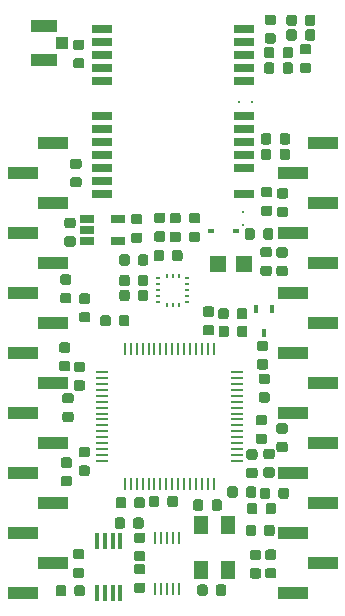
<source format=gbr>
G04 #@! TF.GenerationSoftware,KiCad,Pcbnew,(5.1.0-0)*
G04 #@! TF.CreationDate,2019-05-27T15:35:51-07:00*
G04 #@! TF.ProjectId,Nanopilot,4e616e6f-7069-46c6-9f74-2e6b69636164,rev?*
G04 #@! TF.SameCoordinates,Original*
G04 #@! TF.FileFunction,Paste,Bot*
G04 #@! TF.FilePolarity,Positive*
%FSLAX46Y46*%
G04 Gerber Fmt 4.6, Leading zero omitted, Abs format (unit mm)*
G04 Created by KiCad (PCBNEW (5.1.0-0)) date 2019-05-27 15:35:51*
%MOMM*%
%LPD*%
G04 APERTURE LIST*
%ADD10R,2.500000X1.000000*%
%ADD11R,0.250000X1.100000*%
%ADD12C,0.300000*%
%ADD13R,1.400000X1.400000*%
%ADD14C,0.100000*%
%ADD15C,0.875000*%
%ADD16R,0.450000X0.700000*%
%ADD17R,0.400000X0.250000*%
%ADD18R,0.250000X0.400000*%
%ADD19R,0.600000X0.450000*%
%ADD20R,1.220000X0.650000*%
%ADD21R,0.250000X1.000000*%
%ADD22R,1.000000X0.250000*%
%ADD23R,0.450000X1.450000*%
%ADD24R,1.300000X1.600000*%
%ADD25R,2.200000X1.050000*%
%ADD26R,1.050000X1.000000*%
%ADD27R,1.800000X0.800000*%
G04 APERTURE END LIST*
D10*
X67570000Y-76740000D03*
X90430000Y-76740000D03*
X70070000Y-74200000D03*
X92930000Y-74200000D03*
X67570000Y-71660000D03*
X90430000Y-71660000D03*
X70070000Y-69120000D03*
X92930000Y-69120000D03*
X67570000Y-66580000D03*
X90430000Y-66580000D03*
X70070000Y-64040000D03*
X92930000Y-64040000D03*
X67570000Y-61500000D03*
X90430000Y-61500000D03*
X70070000Y-58960000D03*
X92930000Y-58960000D03*
X67570000Y-56420000D03*
X90430000Y-56420000D03*
X70070000Y-53880000D03*
X92930000Y-53880000D03*
X67570000Y-51340000D03*
X90430000Y-51340000D03*
X70070000Y-48800000D03*
X92930000Y-48800000D03*
X67570000Y-46260000D03*
X90430000Y-46260000D03*
X70070000Y-43720000D03*
X92930000Y-43720000D03*
X67570000Y-41180000D03*
X90430000Y-41180000D03*
X70070000Y-38640000D03*
X92930000Y-38640000D03*
D11*
X78775000Y-76375000D03*
X79275000Y-76375000D03*
X79775000Y-76375000D03*
X80275000Y-76375000D03*
X80775000Y-76375000D03*
X80775000Y-72075000D03*
X80275000Y-72075000D03*
X79775000Y-72075000D03*
X79275000Y-72075000D03*
X78775000Y-72075000D03*
D12*
X86225000Y-44450000D03*
X86225000Y-45550000D03*
D13*
X84050000Y-48875000D03*
X86250000Y-48875000D03*
D14*
G36*
X88427691Y-47451053D02*
G01*
X88448926Y-47454203D01*
X88469750Y-47459419D01*
X88489962Y-47466651D01*
X88509368Y-47475830D01*
X88527781Y-47486866D01*
X88545024Y-47499654D01*
X88560930Y-47514070D01*
X88575346Y-47529976D01*
X88588134Y-47547219D01*
X88599170Y-47565632D01*
X88608349Y-47585038D01*
X88615581Y-47605250D01*
X88620797Y-47626074D01*
X88623947Y-47647309D01*
X88625000Y-47668750D01*
X88625000Y-48106250D01*
X88623947Y-48127691D01*
X88620797Y-48148926D01*
X88615581Y-48169750D01*
X88608349Y-48189962D01*
X88599170Y-48209368D01*
X88588134Y-48227781D01*
X88575346Y-48245024D01*
X88560930Y-48260930D01*
X88545024Y-48275346D01*
X88527781Y-48288134D01*
X88509368Y-48299170D01*
X88489962Y-48308349D01*
X88469750Y-48315581D01*
X88448926Y-48320797D01*
X88427691Y-48323947D01*
X88406250Y-48325000D01*
X87893750Y-48325000D01*
X87872309Y-48323947D01*
X87851074Y-48320797D01*
X87830250Y-48315581D01*
X87810038Y-48308349D01*
X87790632Y-48299170D01*
X87772219Y-48288134D01*
X87754976Y-48275346D01*
X87739070Y-48260930D01*
X87724654Y-48245024D01*
X87711866Y-48227781D01*
X87700830Y-48209368D01*
X87691651Y-48189962D01*
X87684419Y-48169750D01*
X87679203Y-48148926D01*
X87676053Y-48127691D01*
X87675000Y-48106250D01*
X87675000Y-47668750D01*
X87676053Y-47647309D01*
X87679203Y-47626074D01*
X87684419Y-47605250D01*
X87691651Y-47585038D01*
X87700830Y-47565632D01*
X87711866Y-47547219D01*
X87724654Y-47529976D01*
X87739070Y-47514070D01*
X87754976Y-47499654D01*
X87772219Y-47486866D01*
X87790632Y-47475830D01*
X87810038Y-47466651D01*
X87830250Y-47459419D01*
X87851074Y-47454203D01*
X87872309Y-47451053D01*
X87893750Y-47450000D01*
X88406250Y-47450000D01*
X88427691Y-47451053D01*
X88427691Y-47451053D01*
G37*
D15*
X88150000Y-47887500D03*
D14*
G36*
X88427691Y-49026053D02*
G01*
X88448926Y-49029203D01*
X88469750Y-49034419D01*
X88489962Y-49041651D01*
X88509368Y-49050830D01*
X88527781Y-49061866D01*
X88545024Y-49074654D01*
X88560930Y-49089070D01*
X88575346Y-49104976D01*
X88588134Y-49122219D01*
X88599170Y-49140632D01*
X88608349Y-49160038D01*
X88615581Y-49180250D01*
X88620797Y-49201074D01*
X88623947Y-49222309D01*
X88625000Y-49243750D01*
X88625000Y-49681250D01*
X88623947Y-49702691D01*
X88620797Y-49723926D01*
X88615581Y-49744750D01*
X88608349Y-49764962D01*
X88599170Y-49784368D01*
X88588134Y-49802781D01*
X88575346Y-49820024D01*
X88560930Y-49835930D01*
X88545024Y-49850346D01*
X88527781Y-49863134D01*
X88509368Y-49874170D01*
X88489962Y-49883349D01*
X88469750Y-49890581D01*
X88448926Y-49895797D01*
X88427691Y-49898947D01*
X88406250Y-49900000D01*
X87893750Y-49900000D01*
X87872309Y-49898947D01*
X87851074Y-49895797D01*
X87830250Y-49890581D01*
X87810038Y-49883349D01*
X87790632Y-49874170D01*
X87772219Y-49863134D01*
X87754976Y-49850346D01*
X87739070Y-49835930D01*
X87724654Y-49820024D01*
X87711866Y-49802781D01*
X87700830Y-49784368D01*
X87691651Y-49764962D01*
X87684419Y-49744750D01*
X87679203Y-49723926D01*
X87676053Y-49702691D01*
X87675000Y-49681250D01*
X87675000Y-49243750D01*
X87676053Y-49222309D01*
X87679203Y-49201074D01*
X87684419Y-49180250D01*
X87691651Y-49160038D01*
X87700830Y-49140632D01*
X87711866Y-49122219D01*
X87724654Y-49104976D01*
X87739070Y-49089070D01*
X87754976Y-49074654D01*
X87772219Y-49061866D01*
X87790632Y-49050830D01*
X87810038Y-49041651D01*
X87830250Y-49034419D01*
X87851074Y-49029203D01*
X87872309Y-49026053D01*
X87893750Y-49025000D01*
X88406250Y-49025000D01*
X88427691Y-49026053D01*
X88427691Y-49026053D01*
G37*
D15*
X88150000Y-49462500D03*
D16*
X87975000Y-54700000D03*
X88625000Y-52700000D03*
X87325000Y-52700000D03*
D17*
X81475000Y-50100000D03*
X81475000Y-50600000D03*
X81475000Y-51100000D03*
X81475000Y-51600000D03*
X81475000Y-52100000D03*
D18*
X80750000Y-52325000D03*
X80250000Y-52325000D03*
X79750000Y-52325000D03*
D17*
X79025000Y-52100000D03*
X79025000Y-51600000D03*
X79025000Y-51100000D03*
X79025000Y-50600000D03*
X79025000Y-50100000D03*
D18*
X79750000Y-49875000D03*
X80250000Y-49875000D03*
X80750000Y-49875000D03*
D14*
G36*
X77677691Y-68626053D02*
G01*
X77698926Y-68629203D01*
X77719750Y-68634419D01*
X77739962Y-68641651D01*
X77759368Y-68650830D01*
X77777781Y-68661866D01*
X77795024Y-68674654D01*
X77810930Y-68689070D01*
X77825346Y-68704976D01*
X77838134Y-68722219D01*
X77849170Y-68740632D01*
X77858349Y-68760038D01*
X77865581Y-68780250D01*
X77870797Y-68801074D01*
X77873947Y-68822309D01*
X77875000Y-68843750D01*
X77875000Y-69356250D01*
X77873947Y-69377691D01*
X77870797Y-69398926D01*
X77865581Y-69419750D01*
X77858349Y-69439962D01*
X77849170Y-69459368D01*
X77838134Y-69477781D01*
X77825346Y-69495024D01*
X77810930Y-69510930D01*
X77795024Y-69525346D01*
X77777781Y-69538134D01*
X77759368Y-69549170D01*
X77739962Y-69558349D01*
X77719750Y-69565581D01*
X77698926Y-69570797D01*
X77677691Y-69573947D01*
X77656250Y-69575000D01*
X77218750Y-69575000D01*
X77197309Y-69573947D01*
X77176074Y-69570797D01*
X77155250Y-69565581D01*
X77135038Y-69558349D01*
X77115632Y-69549170D01*
X77097219Y-69538134D01*
X77079976Y-69525346D01*
X77064070Y-69510930D01*
X77049654Y-69495024D01*
X77036866Y-69477781D01*
X77025830Y-69459368D01*
X77016651Y-69439962D01*
X77009419Y-69419750D01*
X77004203Y-69398926D01*
X77001053Y-69377691D01*
X77000000Y-69356250D01*
X77000000Y-68843750D01*
X77001053Y-68822309D01*
X77004203Y-68801074D01*
X77009419Y-68780250D01*
X77016651Y-68760038D01*
X77025830Y-68740632D01*
X77036866Y-68722219D01*
X77049654Y-68704976D01*
X77064070Y-68689070D01*
X77079976Y-68674654D01*
X77097219Y-68661866D01*
X77115632Y-68650830D01*
X77135038Y-68641651D01*
X77155250Y-68634419D01*
X77176074Y-68629203D01*
X77197309Y-68626053D01*
X77218750Y-68625000D01*
X77656250Y-68625000D01*
X77677691Y-68626053D01*
X77677691Y-68626053D01*
G37*
D15*
X77437500Y-69100000D03*
D14*
G36*
X76102691Y-68626053D02*
G01*
X76123926Y-68629203D01*
X76144750Y-68634419D01*
X76164962Y-68641651D01*
X76184368Y-68650830D01*
X76202781Y-68661866D01*
X76220024Y-68674654D01*
X76235930Y-68689070D01*
X76250346Y-68704976D01*
X76263134Y-68722219D01*
X76274170Y-68740632D01*
X76283349Y-68760038D01*
X76290581Y-68780250D01*
X76295797Y-68801074D01*
X76298947Y-68822309D01*
X76300000Y-68843750D01*
X76300000Y-69356250D01*
X76298947Y-69377691D01*
X76295797Y-69398926D01*
X76290581Y-69419750D01*
X76283349Y-69439962D01*
X76274170Y-69459368D01*
X76263134Y-69477781D01*
X76250346Y-69495024D01*
X76235930Y-69510930D01*
X76220024Y-69525346D01*
X76202781Y-69538134D01*
X76184368Y-69549170D01*
X76164962Y-69558349D01*
X76144750Y-69565581D01*
X76123926Y-69570797D01*
X76102691Y-69573947D01*
X76081250Y-69575000D01*
X75643750Y-69575000D01*
X75622309Y-69573947D01*
X75601074Y-69570797D01*
X75580250Y-69565581D01*
X75560038Y-69558349D01*
X75540632Y-69549170D01*
X75522219Y-69538134D01*
X75504976Y-69525346D01*
X75489070Y-69510930D01*
X75474654Y-69495024D01*
X75461866Y-69477781D01*
X75450830Y-69459368D01*
X75441651Y-69439962D01*
X75434419Y-69419750D01*
X75429203Y-69398926D01*
X75426053Y-69377691D01*
X75425000Y-69356250D01*
X75425000Y-68843750D01*
X75426053Y-68822309D01*
X75429203Y-68801074D01*
X75434419Y-68780250D01*
X75441651Y-68760038D01*
X75450830Y-68740632D01*
X75461866Y-68722219D01*
X75474654Y-68704976D01*
X75489070Y-68689070D01*
X75504976Y-68674654D01*
X75522219Y-68661866D01*
X75540632Y-68650830D01*
X75560038Y-68641651D01*
X75580250Y-68634419D01*
X75601074Y-68629203D01*
X75622309Y-68626053D01*
X75643750Y-68625000D01*
X76081250Y-68625000D01*
X76102691Y-68626053D01*
X76102691Y-68626053D01*
G37*
D15*
X75862500Y-69100000D03*
D14*
G36*
X72627691Y-57163553D02*
G01*
X72648926Y-57166703D01*
X72669750Y-57171919D01*
X72689962Y-57179151D01*
X72709368Y-57188330D01*
X72727781Y-57199366D01*
X72745024Y-57212154D01*
X72760930Y-57226570D01*
X72775346Y-57242476D01*
X72788134Y-57259719D01*
X72799170Y-57278132D01*
X72808349Y-57297538D01*
X72815581Y-57317750D01*
X72820797Y-57338574D01*
X72823947Y-57359809D01*
X72825000Y-57381250D01*
X72825000Y-57818750D01*
X72823947Y-57840191D01*
X72820797Y-57861426D01*
X72815581Y-57882250D01*
X72808349Y-57902462D01*
X72799170Y-57921868D01*
X72788134Y-57940281D01*
X72775346Y-57957524D01*
X72760930Y-57973430D01*
X72745024Y-57987846D01*
X72727781Y-58000634D01*
X72709368Y-58011670D01*
X72689962Y-58020849D01*
X72669750Y-58028081D01*
X72648926Y-58033297D01*
X72627691Y-58036447D01*
X72606250Y-58037500D01*
X72093750Y-58037500D01*
X72072309Y-58036447D01*
X72051074Y-58033297D01*
X72030250Y-58028081D01*
X72010038Y-58020849D01*
X71990632Y-58011670D01*
X71972219Y-58000634D01*
X71954976Y-57987846D01*
X71939070Y-57973430D01*
X71924654Y-57957524D01*
X71911866Y-57940281D01*
X71900830Y-57921868D01*
X71891651Y-57902462D01*
X71884419Y-57882250D01*
X71879203Y-57861426D01*
X71876053Y-57840191D01*
X71875000Y-57818750D01*
X71875000Y-57381250D01*
X71876053Y-57359809D01*
X71879203Y-57338574D01*
X71884419Y-57317750D01*
X71891651Y-57297538D01*
X71900830Y-57278132D01*
X71911866Y-57259719D01*
X71924654Y-57242476D01*
X71939070Y-57226570D01*
X71954976Y-57212154D01*
X71972219Y-57199366D01*
X71990632Y-57188330D01*
X72010038Y-57179151D01*
X72030250Y-57171919D01*
X72051074Y-57166703D01*
X72072309Y-57163553D01*
X72093750Y-57162500D01*
X72606250Y-57162500D01*
X72627691Y-57163553D01*
X72627691Y-57163553D01*
G37*
D15*
X72350000Y-57600000D03*
D14*
G36*
X72627691Y-58738553D02*
G01*
X72648926Y-58741703D01*
X72669750Y-58746919D01*
X72689962Y-58754151D01*
X72709368Y-58763330D01*
X72727781Y-58774366D01*
X72745024Y-58787154D01*
X72760930Y-58801570D01*
X72775346Y-58817476D01*
X72788134Y-58834719D01*
X72799170Y-58853132D01*
X72808349Y-58872538D01*
X72815581Y-58892750D01*
X72820797Y-58913574D01*
X72823947Y-58934809D01*
X72825000Y-58956250D01*
X72825000Y-59393750D01*
X72823947Y-59415191D01*
X72820797Y-59436426D01*
X72815581Y-59457250D01*
X72808349Y-59477462D01*
X72799170Y-59496868D01*
X72788134Y-59515281D01*
X72775346Y-59532524D01*
X72760930Y-59548430D01*
X72745024Y-59562846D01*
X72727781Y-59575634D01*
X72709368Y-59586670D01*
X72689962Y-59595849D01*
X72669750Y-59603081D01*
X72648926Y-59608297D01*
X72627691Y-59611447D01*
X72606250Y-59612500D01*
X72093750Y-59612500D01*
X72072309Y-59611447D01*
X72051074Y-59608297D01*
X72030250Y-59603081D01*
X72010038Y-59595849D01*
X71990632Y-59586670D01*
X71972219Y-59575634D01*
X71954976Y-59562846D01*
X71939070Y-59548430D01*
X71924654Y-59532524D01*
X71911866Y-59515281D01*
X71900830Y-59496868D01*
X71891651Y-59477462D01*
X71884419Y-59457250D01*
X71879203Y-59436426D01*
X71876053Y-59415191D01*
X71875000Y-59393750D01*
X71875000Y-58956250D01*
X71876053Y-58934809D01*
X71879203Y-58913574D01*
X71884419Y-58892750D01*
X71891651Y-58872538D01*
X71900830Y-58853132D01*
X71911866Y-58834719D01*
X71924654Y-58817476D01*
X71939070Y-58801570D01*
X71954976Y-58787154D01*
X71972219Y-58774366D01*
X71990632Y-58763330D01*
X72010038Y-58754151D01*
X72030250Y-58746919D01*
X72051074Y-58741703D01*
X72072309Y-58738553D01*
X72093750Y-58737500D01*
X72606250Y-58737500D01*
X72627691Y-58738553D01*
X72627691Y-58738553D01*
G37*
D15*
X72350000Y-59175000D03*
D14*
G36*
X85552691Y-67726053D02*
G01*
X85573926Y-67729203D01*
X85594750Y-67734419D01*
X85614962Y-67741651D01*
X85634368Y-67750830D01*
X85652781Y-67761866D01*
X85670024Y-67774654D01*
X85685930Y-67789070D01*
X85700346Y-67804976D01*
X85713134Y-67822219D01*
X85724170Y-67840632D01*
X85733349Y-67860038D01*
X85740581Y-67880250D01*
X85745797Y-67901074D01*
X85748947Y-67922309D01*
X85750000Y-67943750D01*
X85750000Y-68456250D01*
X85748947Y-68477691D01*
X85745797Y-68498926D01*
X85740581Y-68519750D01*
X85733349Y-68539962D01*
X85724170Y-68559368D01*
X85713134Y-68577781D01*
X85700346Y-68595024D01*
X85685930Y-68610930D01*
X85670024Y-68625346D01*
X85652781Y-68638134D01*
X85634368Y-68649170D01*
X85614962Y-68658349D01*
X85594750Y-68665581D01*
X85573926Y-68670797D01*
X85552691Y-68673947D01*
X85531250Y-68675000D01*
X85093750Y-68675000D01*
X85072309Y-68673947D01*
X85051074Y-68670797D01*
X85030250Y-68665581D01*
X85010038Y-68658349D01*
X84990632Y-68649170D01*
X84972219Y-68638134D01*
X84954976Y-68625346D01*
X84939070Y-68610930D01*
X84924654Y-68595024D01*
X84911866Y-68577781D01*
X84900830Y-68559368D01*
X84891651Y-68539962D01*
X84884419Y-68519750D01*
X84879203Y-68498926D01*
X84876053Y-68477691D01*
X84875000Y-68456250D01*
X84875000Y-67943750D01*
X84876053Y-67922309D01*
X84879203Y-67901074D01*
X84884419Y-67880250D01*
X84891651Y-67860038D01*
X84900830Y-67840632D01*
X84911866Y-67822219D01*
X84924654Y-67804976D01*
X84939070Y-67789070D01*
X84954976Y-67774654D01*
X84972219Y-67761866D01*
X84990632Y-67750830D01*
X85010038Y-67741651D01*
X85030250Y-67734419D01*
X85051074Y-67729203D01*
X85072309Y-67726053D01*
X85093750Y-67725000D01*
X85531250Y-67725000D01*
X85552691Y-67726053D01*
X85552691Y-67726053D01*
G37*
D15*
X85312500Y-68200000D03*
D14*
G36*
X87127691Y-67726053D02*
G01*
X87148926Y-67729203D01*
X87169750Y-67734419D01*
X87189962Y-67741651D01*
X87209368Y-67750830D01*
X87227781Y-67761866D01*
X87245024Y-67774654D01*
X87260930Y-67789070D01*
X87275346Y-67804976D01*
X87288134Y-67822219D01*
X87299170Y-67840632D01*
X87308349Y-67860038D01*
X87315581Y-67880250D01*
X87320797Y-67901074D01*
X87323947Y-67922309D01*
X87325000Y-67943750D01*
X87325000Y-68456250D01*
X87323947Y-68477691D01*
X87320797Y-68498926D01*
X87315581Y-68519750D01*
X87308349Y-68539962D01*
X87299170Y-68559368D01*
X87288134Y-68577781D01*
X87275346Y-68595024D01*
X87260930Y-68610930D01*
X87245024Y-68625346D01*
X87227781Y-68638134D01*
X87209368Y-68649170D01*
X87189962Y-68658349D01*
X87169750Y-68665581D01*
X87148926Y-68670797D01*
X87127691Y-68673947D01*
X87106250Y-68675000D01*
X86668750Y-68675000D01*
X86647309Y-68673947D01*
X86626074Y-68670797D01*
X86605250Y-68665581D01*
X86585038Y-68658349D01*
X86565632Y-68649170D01*
X86547219Y-68638134D01*
X86529976Y-68625346D01*
X86514070Y-68610930D01*
X86499654Y-68595024D01*
X86486866Y-68577781D01*
X86475830Y-68559368D01*
X86466651Y-68539962D01*
X86459419Y-68519750D01*
X86454203Y-68498926D01*
X86451053Y-68477691D01*
X86450000Y-68456250D01*
X86450000Y-67943750D01*
X86451053Y-67922309D01*
X86454203Y-67901074D01*
X86459419Y-67880250D01*
X86466651Y-67860038D01*
X86475830Y-67840632D01*
X86486866Y-67822219D01*
X86499654Y-67804976D01*
X86514070Y-67789070D01*
X86529976Y-67774654D01*
X86547219Y-67761866D01*
X86565632Y-67750830D01*
X86585038Y-67741651D01*
X86605250Y-67734419D01*
X86626074Y-67729203D01*
X86647309Y-67726053D01*
X86668750Y-67725000D01*
X87106250Y-67725000D01*
X87127691Y-67726053D01*
X87127691Y-67726053D01*
G37*
D15*
X86887500Y-68200000D03*
D14*
G36*
X88477691Y-43951053D02*
G01*
X88498926Y-43954203D01*
X88519750Y-43959419D01*
X88539962Y-43966651D01*
X88559368Y-43975830D01*
X88577781Y-43986866D01*
X88595024Y-43999654D01*
X88610930Y-44014070D01*
X88625346Y-44029976D01*
X88638134Y-44047219D01*
X88649170Y-44065632D01*
X88658349Y-44085038D01*
X88665581Y-44105250D01*
X88670797Y-44126074D01*
X88673947Y-44147309D01*
X88675000Y-44168750D01*
X88675000Y-44606250D01*
X88673947Y-44627691D01*
X88670797Y-44648926D01*
X88665581Y-44669750D01*
X88658349Y-44689962D01*
X88649170Y-44709368D01*
X88638134Y-44727781D01*
X88625346Y-44745024D01*
X88610930Y-44760930D01*
X88595024Y-44775346D01*
X88577781Y-44788134D01*
X88559368Y-44799170D01*
X88539962Y-44808349D01*
X88519750Y-44815581D01*
X88498926Y-44820797D01*
X88477691Y-44823947D01*
X88456250Y-44825000D01*
X87943750Y-44825000D01*
X87922309Y-44823947D01*
X87901074Y-44820797D01*
X87880250Y-44815581D01*
X87860038Y-44808349D01*
X87840632Y-44799170D01*
X87822219Y-44788134D01*
X87804976Y-44775346D01*
X87789070Y-44760930D01*
X87774654Y-44745024D01*
X87761866Y-44727781D01*
X87750830Y-44709368D01*
X87741651Y-44689962D01*
X87734419Y-44669750D01*
X87729203Y-44648926D01*
X87726053Y-44627691D01*
X87725000Y-44606250D01*
X87725000Y-44168750D01*
X87726053Y-44147309D01*
X87729203Y-44126074D01*
X87734419Y-44105250D01*
X87741651Y-44085038D01*
X87750830Y-44065632D01*
X87761866Y-44047219D01*
X87774654Y-44029976D01*
X87789070Y-44014070D01*
X87804976Y-43999654D01*
X87822219Y-43986866D01*
X87840632Y-43975830D01*
X87860038Y-43966651D01*
X87880250Y-43959419D01*
X87901074Y-43954203D01*
X87922309Y-43951053D01*
X87943750Y-43950000D01*
X88456250Y-43950000D01*
X88477691Y-43951053D01*
X88477691Y-43951053D01*
G37*
D15*
X88200000Y-44387500D03*
D14*
G36*
X88477691Y-42376053D02*
G01*
X88498926Y-42379203D01*
X88519750Y-42384419D01*
X88539962Y-42391651D01*
X88559368Y-42400830D01*
X88577781Y-42411866D01*
X88595024Y-42424654D01*
X88610930Y-42439070D01*
X88625346Y-42454976D01*
X88638134Y-42472219D01*
X88649170Y-42490632D01*
X88658349Y-42510038D01*
X88665581Y-42530250D01*
X88670797Y-42551074D01*
X88673947Y-42572309D01*
X88675000Y-42593750D01*
X88675000Y-43031250D01*
X88673947Y-43052691D01*
X88670797Y-43073926D01*
X88665581Y-43094750D01*
X88658349Y-43114962D01*
X88649170Y-43134368D01*
X88638134Y-43152781D01*
X88625346Y-43170024D01*
X88610930Y-43185930D01*
X88595024Y-43200346D01*
X88577781Y-43213134D01*
X88559368Y-43224170D01*
X88539962Y-43233349D01*
X88519750Y-43240581D01*
X88498926Y-43245797D01*
X88477691Y-43248947D01*
X88456250Y-43250000D01*
X87943750Y-43250000D01*
X87922309Y-43248947D01*
X87901074Y-43245797D01*
X87880250Y-43240581D01*
X87860038Y-43233349D01*
X87840632Y-43224170D01*
X87822219Y-43213134D01*
X87804976Y-43200346D01*
X87789070Y-43185930D01*
X87774654Y-43170024D01*
X87761866Y-43152781D01*
X87750830Y-43134368D01*
X87741651Y-43114962D01*
X87734419Y-43094750D01*
X87729203Y-43073926D01*
X87726053Y-43052691D01*
X87725000Y-43031250D01*
X87725000Y-42593750D01*
X87726053Y-42572309D01*
X87729203Y-42551074D01*
X87734419Y-42530250D01*
X87741651Y-42510038D01*
X87750830Y-42490632D01*
X87761866Y-42472219D01*
X87774654Y-42454976D01*
X87789070Y-42439070D01*
X87804976Y-42424654D01*
X87822219Y-42411866D01*
X87840632Y-42400830D01*
X87860038Y-42391651D01*
X87880250Y-42384419D01*
X87901074Y-42379203D01*
X87922309Y-42376053D01*
X87943750Y-42375000D01*
X88456250Y-42375000D01*
X88477691Y-42376053D01*
X88477691Y-42376053D01*
G37*
D15*
X88200000Y-42812500D03*
D14*
G36*
X89827691Y-44051053D02*
G01*
X89848926Y-44054203D01*
X89869750Y-44059419D01*
X89889962Y-44066651D01*
X89909368Y-44075830D01*
X89927781Y-44086866D01*
X89945024Y-44099654D01*
X89960930Y-44114070D01*
X89975346Y-44129976D01*
X89988134Y-44147219D01*
X89999170Y-44165632D01*
X90008349Y-44185038D01*
X90015581Y-44205250D01*
X90020797Y-44226074D01*
X90023947Y-44247309D01*
X90025000Y-44268750D01*
X90025000Y-44706250D01*
X90023947Y-44727691D01*
X90020797Y-44748926D01*
X90015581Y-44769750D01*
X90008349Y-44789962D01*
X89999170Y-44809368D01*
X89988134Y-44827781D01*
X89975346Y-44845024D01*
X89960930Y-44860930D01*
X89945024Y-44875346D01*
X89927781Y-44888134D01*
X89909368Y-44899170D01*
X89889962Y-44908349D01*
X89869750Y-44915581D01*
X89848926Y-44920797D01*
X89827691Y-44923947D01*
X89806250Y-44925000D01*
X89293750Y-44925000D01*
X89272309Y-44923947D01*
X89251074Y-44920797D01*
X89230250Y-44915581D01*
X89210038Y-44908349D01*
X89190632Y-44899170D01*
X89172219Y-44888134D01*
X89154976Y-44875346D01*
X89139070Y-44860930D01*
X89124654Y-44845024D01*
X89111866Y-44827781D01*
X89100830Y-44809368D01*
X89091651Y-44789962D01*
X89084419Y-44769750D01*
X89079203Y-44748926D01*
X89076053Y-44727691D01*
X89075000Y-44706250D01*
X89075000Y-44268750D01*
X89076053Y-44247309D01*
X89079203Y-44226074D01*
X89084419Y-44205250D01*
X89091651Y-44185038D01*
X89100830Y-44165632D01*
X89111866Y-44147219D01*
X89124654Y-44129976D01*
X89139070Y-44114070D01*
X89154976Y-44099654D01*
X89172219Y-44086866D01*
X89190632Y-44075830D01*
X89210038Y-44066651D01*
X89230250Y-44059419D01*
X89251074Y-44054203D01*
X89272309Y-44051053D01*
X89293750Y-44050000D01*
X89806250Y-44050000D01*
X89827691Y-44051053D01*
X89827691Y-44051053D01*
G37*
D15*
X89550000Y-44487500D03*
D14*
G36*
X89827691Y-42476053D02*
G01*
X89848926Y-42479203D01*
X89869750Y-42484419D01*
X89889962Y-42491651D01*
X89909368Y-42500830D01*
X89927781Y-42511866D01*
X89945024Y-42524654D01*
X89960930Y-42539070D01*
X89975346Y-42554976D01*
X89988134Y-42572219D01*
X89999170Y-42590632D01*
X90008349Y-42610038D01*
X90015581Y-42630250D01*
X90020797Y-42651074D01*
X90023947Y-42672309D01*
X90025000Y-42693750D01*
X90025000Y-43131250D01*
X90023947Y-43152691D01*
X90020797Y-43173926D01*
X90015581Y-43194750D01*
X90008349Y-43214962D01*
X89999170Y-43234368D01*
X89988134Y-43252781D01*
X89975346Y-43270024D01*
X89960930Y-43285930D01*
X89945024Y-43300346D01*
X89927781Y-43313134D01*
X89909368Y-43324170D01*
X89889962Y-43333349D01*
X89869750Y-43340581D01*
X89848926Y-43345797D01*
X89827691Y-43348947D01*
X89806250Y-43350000D01*
X89293750Y-43350000D01*
X89272309Y-43348947D01*
X89251074Y-43345797D01*
X89230250Y-43340581D01*
X89210038Y-43333349D01*
X89190632Y-43324170D01*
X89172219Y-43313134D01*
X89154976Y-43300346D01*
X89139070Y-43285930D01*
X89124654Y-43270024D01*
X89111866Y-43252781D01*
X89100830Y-43234368D01*
X89091651Y-43214962D01*
X89084419Y-43194750D01*
X89079203Y-43173926D01*
X89076053Y-43152691D01*
X89075000Y-43131250D01*
X89075000Y-42693750D01*
X89076053Y-42672309D01*
X89079203Y-42651074D01*
X89084419Y-42630250D01*
X89091651Y-42610038D01*
X89100830Y-42590632D01*
X89111866Y-42572219D01*
X89124654Y-42554976D01*
X89139070Y-42539070D01*
X89154976Y-42524654D01*
X89172219Y-42511866D01*
X89190632Y-42500830D01*
X89210038Y-42491651D01*
X89230250Y-42484419D01*
X89251074Y-42479203D01*
X89272309Y-42476053D01*
X89293750Y-42475000D01*
X89806250Y-42475000D01*
X89827691Y-42476053D01*
X89827691Y-42476053D01*
G37*
D15*
X89550000Y-42912500D03*
D14*
G36*
X72327691Y-39963553D02*
G01*
X72348926Y-39966703D01*
X72369750Y-39971919D01*
X72389962Y-39979151D01*
X72409368Y-39988330D01*
X72427781Y-39999366D01*
X72445024Y-40012154D01*
X72460930Y-40026570D01*
X72475346Y-40042476D01*
X72488134Y-40059719D01*
X72499170Y-40078132D01*
X72508349Y-40097538D01*
X72515581Y-40117750D01*
X72520797Y-40138574D01*
X72523947Y-40159809D01*
X72525000Y-40181250D01*
X72525000Y-40618750D01*
X72523947Y-40640191D01*
X72520797Y-40661426D01*
X72515581Y-40682250D01*
X72508349Y-40702462D01*
X72499170Y-40721868D01*
X72488134Y-40740281D01*
X72475346Y-40757524D01*
X72460930Y-40773430D01*
X72445024Y-40787846D01*
X72427781Y-40800634D01*
X72409368Y-40811670D01*
X72389962Y-40820849D01*
X72369750Y-40828081D01*
X72348926Y-40833297D01*
X72327691Y-40836447D01*
X72306250Y-40837500D01*
X71793750Y-40837500D01*
X71772309Y-40836447D01*
X71751074Y-40833297D01*
X71730250Y-40828081D01*
X71710038Y-40820849D01*
X71690632Y-40811670D01*
X71672219Y-40800634D01*
X71654976Y-40787846D01*
X71639070Y-40773430D01*
X71624654Y-40757524D01*
X71611866Y-40740281D01*
X71600830Y-40721868D01*
X71591651Y-40702462D01*
X71584419Y-40682250D01*
X71579203Y-40661426D01*
X71576053Y-40640191D01*
X71575000Y-40618750D01*
X71575000Y-40181250D01*
X71576053Y-40159809D01*
X71579203Y-40138574D01*
X71584419Y-40117750D01*
X71591651Y-40097538D01*
X71600830Y-40078132D01*
X71611866Y-40059719D01*
X71624654Y-40042476D01*
X71639070Y-40026570D01*
X71654976Y-40012154D01*
X71672219Y-39999366D01*
X71690632Y-39988330D01*
X71710038Y-39979151D01*
X71730250Y-39971919D01*
X71751074Y-39966703D01*
X71772309Y-39963553D01*
X71793750Y-39962500D01*
X72306250Y-39962500D01*
X72327691Y-39963553D01*
X72327691Y-39963553D01*
G37*
D15*
X72050000Y-40400000D03*
D14*
G36*
X72327691Y-41538553D02*
G01*
X72348926Y-41541703D01*
X72369750Y-41546919D01*
X72389962Y-41554151D01*
X72409368Y-41563330D01*
X72427781Y-41574366D01*
X72445024Y-41587154D01*
X72460930Y-41601570D01*
X72475346Y-41617476D01*
X72488134Y-41634719D01*
X72499170Y-41653132D01*
X72508349Y-41672538D01*
X72515581Y-41692750D01*
X72520797Y-41713574D01*
X72523947Y-41734809D01*
X72525000Y-41756250D01*
X72525000Y-42193750D01*
X72523947Y-42215191D01*
X72520797Y-42236426D01*
X72515581Y-42257250D01*
X72508349Y-42277462D01*
X72499170Y-42296868D01*
X72488134Y-42315281D01*
X72475346Y-42332524D01*
X72460930Y-42348430D01*
X72445024Y-42362846D01*
X72427781Y-42375634D01*
X72409368Y-42386670D01*
X72389962Y-42395849D01*
X72369750Y-42403081D01*
X72348926Y-42408297D01*
X72327691Y-42411447D01*
X72306250Y-42412500D01*
X71793750Y-42412500D01*
X71772309Y-42411447D01*
X71751074Y-42408297D01*
X71730250Y-42403081D01*
X71710038Y-42395849D01*
X71690632Y-42386670D01*
X71672219Y-42375634D01*
X71654976Y-42362846D01*
X71639070Y-42348430D01*
X71624654Y-42332524D01*
X71611866Y-42315281D01*
X71600830Y-42296868D01*
X71591651Y-42277462D01*
X71584419Y-42257250D01*
X71579203Y-42236426D01*
X71576053Y-42215191D01*
X71575000Y-42193750D01*
X71575000Y-41756250D01*
X71576053Y-41734809D01*
X71579203Y-41713574D01*
X71584419Y-41692750D01*
X71591651Y-41672538D01*
X71600830Y-41653132D01*
X71611866Y-41634719D01*
X71624654Y-41617476D01*
X71639070Y-41601570D01*
X71654976Y-41587154D01*
X71672219Y-41574366D01*
X71690632Y-41563330D01*
X71710038Y-41554151D01*
X71730250Y-41546919D01*
X71751074Y-41541703D01*
X71772309Y-41538553D01*
X71793750Y-41537500D01*
X72306250Y-41537500D01*
X72327691Y-41538553D01*
X72327691Y-41538553D01*
G37*
D15*
X72050000Y-41975000D03*
D14*
G36*
X88577691Y-45876053D02*
G01*
X88598926Y-45879203D01*
X88619750Y-45884419D01*
X88639962Y-45891651D01*
X88659368Y-45900830D01*
X88677781Y-45911866D01*
X88695024Y-45924654D01*
X88710930Y-45939070D01*
X88725346Y-45954976D01*
X88738134Y-45972219D01*
X88749170Y-45990632D01*
X88758349Y-46010038D01*
X88765581Y-46030250D01*
X88770797Y-46051074D01*
X88773947Y-46072309D01*
X88775000Y-46093750D01*
X88775000Y-46606250D01*
X88773947Y-46627691D01*
X88770797Y-46648926D01*
X88765581Y-46669750D01*
X88758349Y-46689962D01*
X88749170Y-46709368D01*
X88738134Y-46727781D01*
X88725346Y-46745024D01*
X88710930Y-46760930D01*
X88695024Y-46775346D01*
X88677781Y-46788134D01*
X88659368Y-46799170D01*
X88639962Y-46808349D01*
X88619750Y-46815581D01*
X88598926Y-46820797D01*
X88577691Y-46823947D01*
X88556250Y-46825000D01*
X88118750Y-46825000D01*
X88097309Y-46823947D01*
X88076074Y-46820797D01*
X88055250Y-46815581D01*
X88035038Y-46808349D01*
X88015632Y-46799170D01*
X87997219Y-46788134D01*
X87979976Y-46775346D01*
X87964070Y-46760930D01*
X87949654Y-46745024D01*
X87936866Y-46727781D01*
X87925830Y-46709368D01*
X87916651Y-46689962D01*
X87909419Y-46669750D01*
X87904203Y-46648926D01*
X87901053Y-46627691D01*
X87900000Y-46606250D01*
X87900000Y-46093750D01*
X87901053Y-46072309D01*
X87904203Y-46051074D01*
X87909419Y-46030250D01*
X87916651Y-46010038D01*
X87925830Y-45990632D01*
X87936866Y-45972219D01*
X87949654Y-45954976D01*
X87964070Y-45939070D01*
X87979976Y-45924654D01*
X87997219Y-45911866D01*
X88015632Y-45900830D01*
X88035038Y-45891651D01*
X88055250Y-45884419D01*
X88076074Y-45879203D01*
X88097309Y-45876053D01*
X88118750Y-45875000D01*
X88556250Y-45875000D01*
X88577691Y-45876053D01*
X88577691Y-45876053D01*
G37*
D15*
X88337500Y-46350000D03*
D14*
G36*
X87002691Y-45876053D02*
G01*
X87023926Y-45879203D01*
X87044750Y-45884419D01*
X87064962Y-45891651D01*
X87084368Y-45900830D01*
X87102781Y-45911866D01*
X87120024Y-45924654D01*
X87135930Y-45939070D01*
X87150346Y-45954976D01*
X87163134Y-45972219D01*
X87174170Y-45990632D01*
X87183349Y-46010038D01*
X87190581Y-46030250D01*
X87195797Y-46051074D01*
X87198947Y-46072309D01*
X87200000Y-46093750D01*
X87200000Y-46606250D01*
X87198947Y-46627691D01*
X87195797Y-46648926D01*
X87190581Y-46669750D01*
X87183349Y-46689962D01*
X87174170Y-46709368D01*
X87163134Y-46727781D01*
X87150346Y-46745024D01*
X87135930Y-46760930D01*
X87120024Y-46775346D01*
X87102781Y-46788134D01*
X87084368Y-46799170D01*
X87064962Y-46808349D01*
X87044750Y-46815581D01*
X87023926Y-46820797D01*
X87002691Y-46823947D01*
X86981250Y-46825000D01*
X86543750Y-46825000D01*
X86522309Y-46823947D01*
X86501074Y-46820797D01*
X86480250Y-46815581D01*
X86460038Y-46808349D01*
X86440632Y-46799170D01*
X86422219Y-46788134D01*
X86404976Y-46775346D01*
X86389070Y-46760930D01*
X86374654Y-46745024D01*
X86361866Y-46727781D01*
X86350830Y-46709368D01*
X86341651Y-46689962D01*
X86334419Y-46669750D01*
X86329203Y-46648926D01*
X86326053Y-46627691D01*
X86325000Y-46606250D01*
X86325000Y-46093750D01*
X86326053Y-46072309D01*
X86329203Y-46051074D01*
X86334419Y-46030250D01*
X86341651Y-46010038D01*
X86350830Y-45990632D01*
X86361866Y-45972219D01*
X86374654Y-45954976D01*
X86389070Y-45939070D01*
X86404976Y-45924654D01*
X86422219Y-45911866D01*
X86440632Y-45900830D01*
X86460038Y-45891651D01*
X86480250Y-45884419D01*
X86501074Y-45879203D01*
X86522309Y-45876053D01*
X86543750Y-45875000D01*
X86981250Y-45875000D01*
X87002691Y-45876053D01*
X87002691Y-45876053D01*
G37*
D15*
X86762500Y-46350000D03*
D14*
G36*
X89777691Y-47476053D02*
G01*
X89798926Y-47479203D01*
X89819750Y-47484419D01*
X89839962Y-47491651D01*
X89859368Y-47500830D01*
X89877781Y-47511866D01*
X89895024Y-47524654D01*
X89910930Y-47539070D01*
X89925346Y-47554976D01*
X89938134Y-47572219D01*
X89949170Y-47590632D01*
X89958349Y-47610038D01*
X89965581Y-47630250D01*
X89970797Y-47651074D01*
X89973947Y-47672309D01*
X89975000Y-47693750D01*
X89975000Y-48131250D01*
X89973947Y-48152691D01*
X89970797Y-48173926D01*
X89965581Y-48194750D01*
X89958349Y-48214962D01*
X89949170Y-48234368D01*
X89938134Y-48252781D01*
X89925346Y-48270024D01*
X89910930Y-48285930D01*
X89895024Y-48300346D01*
X89877781Y-48313134D01*
X89859368Y-48324170D01*
X89839962Y-48333349D01*
X89819750Y-48340581D01*
X89798926Y-48345797D01*
X89777691Y-48348947D01*
X89756250Y-48350000D01*
X89243750Y-48350000D01*
X89222309Y-48348947D01*
X89201074Y-48345797D01*
X89180250Y-48340581D01*
X89160038Y-48333349D01*
X89140632Y-48324170D01*
X89122219Y-48313134D01*
X89104976Y-48300346D01*
X89089070Y-48285930D01*
X89074654Y-48270024D01*
X89061866Y-48252781D01*
X89050830Y-48234368D01*
X89041651Y-48214962D01*
X89034419Y-48194750D01*
X89029203Y-48173926D01*
X89026053Y-48152691D01*
X89025000Y-48131250D01*
X89025000Y-47693750D01*
X89026053Y-47672309D01*
X89029203Y-47651074D01*
X89034419Y-47630250D01*
X89041651Y-47610038D01*
X89050830Y-47590632D01*
X89061866Y-47572219D01*
X89074654Y-47554976D01*
X89089070Y-47539070D01*
X89104976Y-47524654D01*
X89122219Y-47511866D01*
X89140632Y-47500830D01*
X89160038Y-47491651D01*
X89180250Y-47484419D01*
X89201074Y-47479203D01*
X89222309Y-47476053D01*
X89243750Y-47475000D01*
X89756250Y-47475000D01*
X89777691Y-47476053D01*
X89777691Y-47476053D01*
G37*
D15*
X89500000Y-47912500D03*
D14*
G36*
X89777691Y-49051053D02*
G01*
X89798926Y-49054203D01*
X89819750Y-49059419D01*
X89839962Y-49066651D01*
X89859368Y-49075830D01*
X89877781Y-49086866D01*
X89895024Y-49099654D01*
X89910930Y-49114070D01*
X89925346Y-49129976D01*
X89938134Y-49147219D01*
X89949170Y-49165632D01*
X89958349Y-49185038D01*
X89965581Y-49205250D01*
X89970797Y-49226074D01*
X89973947Y-49247309D01*
X89975000Y-49268750D01*
X89975000Y-49706250D01*
X89973947Y-49727691D01*
X89970797Y-49748926D01*
X89965581Y-49769750D01*
X89958349Y-49789962D01*
X89949170Y-49809368D01*
X89938134Y-49827781D01*
X89925346Y-49845024D01*
X89910930Y-49860930D01*
X89895024Y-49875346D01*
X89877781Y-49888134D01*
X89859368Y-49899170D01*
X89839962Y-49908349D01*
X89819750Y-49915581D01*
X89798926Y-49920797D01*
X89777691Y-49923947D01*
X89756250Y-49925000D01*
X89243750Y-49925000D01*
X89222309Y-49923947D01*
X89201074Y-49920797D01*
X89180250Y-49915581D01*
X89160038Y-49908349D01*
X89140632Y-49899170D01*
X89122219Y-49888134D01*
X89104976Y-49875346D01*
X89089070Y-49860930D01*
X89074654Y-49845024D01*
X89061866Y-49827781D01*
X89050830Y-49809368D01*
X89041651Y-49789962D01*
X89034419Y-49769750D01*
X89029203Y-49748926D01*
X89026053Y-49727691D01*
X89025000Y-49706250D01*
X89025000Y-49268750D01*
X89026053Y-49247309D01*
X89029203Y-49226074D01*
X89034419Y-49205250D01*
X89041651Y-49185038D01*
X89050830Y-49165632D01*
X89061866Y-49147219D01*
X89074654Y-49129976D01*
X89089070Y-49114070D01*
X89104976Y-49099654D01*
X89122219Y-49086866D01*
X89140632Y-49075830D01*
X89160038Y-49066651D01*
X89180250Y-49059419D01*
X89201074Y-49054203D01*
X89222309Y-49051053D01*
X89243750Y-49050000D01*
X89756250Y-49050000D01*
X89777691Y-49051053D01*
X89777691Y-49051053D01*
G37*
D15*
X89500000Y-49487500D03*
D14*
G36*
X71527691Y-65263553D02*
G01*
X71548926Y-65266703D01*
X71569750Y-65271919D01*
X71589962Y-65279151D01*
X71609368Y-65288330D01*
X71627781Y-65299366D01*
X71645024Y-65312154D01*
X71660930Y-65326570D01*
X71675346Y-65342476D01*
X71688134Y-65359719D01*
X71699170Y-65378132D01*
X71708349Y-65397538D01*
X71715581Y-65417750D01*
X71720797Y-65438574D01*
X71723947Y-65459809D01*
X71725000Y-65481250D01*
X71725000Y-65918750D01*
X71723947Y-65940191D01*
X71720797Y-65961426D01*
X71715581Y-65982250D01*
X71708349Y-66002462D01*
X71699170Y-66021868D01*
X71688134Y-66040281D01*
X71675346Y-66057524D01*
X71660930Y-66073430D01*
X71645024Y-66087846D01*
X71627781Y-66100634D01*
X71609368Y-66111670D01*
X71589962Y-66120849D01*
X71569750Y-66128081D01*
X71548926Y-66133297D01*
X71527691Y-66136447D01*
X71506250Y-66137500D01*
X70993750Y-66137500D01*
X70972309Y-66136447D01*
X70951074Y-66133297D01*
X70930250Y-66128081D01*
X70910038Y-66120849D01*
X70890632Y-66111670D01*
X70872219Y-66100634D01*
X70854976Y-66087846D01*
X70839070Y-66073430D01*
X70824654Y-66057524D01*
X70811866Y-66040281D01*
X70800830Y-66021868D01*
X70791651Y-66002462D01*
X70784419Y-65982250D01*
X70779203Y-65961426D01*
X70776053Y-65940191D01*
X70775000Y-65918750D01*
X70775000Y-65481250D01*
X70776053Y-65459809D01*
X70779203Y-65438574D01*
X70784419Y-65417750D01*
X70791651Y-65397538D01*
X70800830Y-65378132D01*
X70811866Y-65359719D01*
X70824654Y-65342476D01*
X70839070Y-65326570D01*
X70854976Y-65312154D01*
X70872219Y-65299366D01*
X70890632Y-65288330D01*
X70910038Y-65279151D01*
X70930250Y-65271919D01*
X70951074Y-65266703D01*
X70972309Y-65263553D01*
X70993750Y-65262500D01*
X71506250Y-65262500D01*
X71527691Y-65263553D01*
X71527691Y-65263553D01*
G37*
D15*
X71250000Y-65700000D03*
D14*
G36*
X71527691Y-66838553D02*
G01*
X71548926Y-66841703D01*
X71569750Y-66846919D01*
X71589962Y-66854151D01*
X71609368Y-66863330D01*
X71627781Y-66874366D01*
X71645024Y-66887154D01*
X71660930Y-66901570D01*
X71675346Y-66917476D01*
X71688134Y-66934719D01*
X71699170Y-66953132D01*
X71708349Y-66972538D01*
X71715581Y-66992750D01*
X71720797Y-67013574D01*
X71723947Y-67034809D01*
X71725000Y-67056250D01*
X71725000Y-67493750D01*
X71723947Y-67515191D01*
X71720797Y-67536426D01*
X71715581Y-67557250D01*
X71708349Y-67577462D01*
X71699170Y-67596868D01*
X71688134Y-67615281D01*
X71675346Y-67632524D01*
X71660930Y-67648430D01*
X71645024Y-67662846D01*
X71627781Y-67675634D01*
X71609368Y-67686670D01*
X71589962Y-67695849D01*
X71569750Y-67703081D01*
X71548926Y-67708297D01*
X71527691Y-67711447D01*
X71506250Y-67712500D01*
X70993750Y-67712500D01*
X70972309Y-67711447D01*
X70951074Y-67708297D01*
X70930250Y-67703081D01*
X70910038Y-67695849D01*
X70890632Y-67686670D01*
X70872219Y-67675634D01*
X70854976Y-67662846D01*
X70839070Y-67648430D01*
X70824654Y-67632524D01*
X70811866Y-67615281D01*
X70800830Y-67596868D01*
X70791651Y-67577462D01*
X70784419Y-67557250D01*
X70779203Y-67536426D01*
X70776053Y-67515191D01*
X70775000Y-67493750D01*
X70775000Y-67056250D01*
X70776053Y-67034809D01*
X70779203Y-67013574D01*
X70784419Y-66992750D01*
X70791651Y-66972538D01*
X70800830Y-66953132D01*
X70811866Y-66934719D01*
X70824654Y-66917476D01*
X70839070Y-66901570D01*
X70854976Y-66887154D01*
X70872219Y-66874366D01*
X70890632Y-66863330D01*
X70910038Y-66854151D01*
X70930250Y-66846919D01*
X70951074Y-66841703D01*
X70972309Y-66838553D01*
X70993750Y-66837500D01*
X71506250Y-66837500D01*
X71527691Y-66838553D01*
X71527691Y-66838553D01*
G37*
D15*
X71250000Y-67275000D03*
D14*
G36*
X88027691Y-63251053D02*
G01*
X88048926Y-63254203D01*
X88069750Y-63259419D01*
X88089962Y-63266651D01*
X88109368Y-63275830D01*
X88127781Y-63286866D01*
X88145024Y-63299654D01*
X88160930Y-63314070D01*
X88175346Y-63329976D01*
X88188134Y-63347219D01*
X88199170Y-63365632D01*
X88208349Y-63385038D01*
X88215581Y-63405250D01*
X88220797Y-63426074D01*
X88223947Y-63447309D01*
X88225000Y-63468750D01*
X88225000Y-63906250D01*
X88223947Y-63927691D01*
X88220797Y-63948926D01*
X88215581Y-63969750D01*
X88208349Y-63989962D01*
X88199170Y-64009368D01*
X88188134Y-64027781D01*
X88175346Y-64045024D01*
X88160930Y-64060930D01*
X88145024Y-64075346D01*
X88127781Y-64088134D01*
X88109368Y-64099170D01*
X88089962Y-64108349D01*
X88069750Y-64115581D01*
X88048926Y-64120797D01*
X88027691Y-64123947D01*
X88006250Y-64125000D01*
X87493750Y-64125000D01*
X87472309Y-64123947D01*
X87451074Y-64120797D01*
X87430250Y-64115581D01*
X87410038Y-64108349D01*
X87390632Y-64099170D01*
X87372219Y-64088134D01*
X87354976Y-64075346D01*
X87339070Y-64060930D01*
X87324654Y-64045024D01*
X87311866Y-64027781D01*
X87300830Y-64009368D01*
X87291651Y-63989962D01*
X87284419Y-63969750D01*
X87279203Y-63948926D01*
X87276053Y-63927691D01*
X87275000Y-63906250D01*
X87275000Y-63468750D01*
X87276053Y-63447309D01*
X87279203Y-63426074D01*
X87284419Y-63405250D01*
X87291651Y-63385038D01*
X87300830Y-63365632D01*
X87311866Y-63347219D01*
X87324654Y-63329976D01*
X87339070Y-63314070D01*
X87354976Y-63299654D01*
X87372219Y-63286866D01*
X87390632Y-63275830D01*
X87410038Y-63266651D01*
X87430250Y-63259419D01*
X87451074Y-63254203D01*
X87472309Y-63251053D01*
X87493750Y-63250000D01*
X88006250Y-63250000D01*
X88027691Y-63251053D01*
X88027691Y-63251053D01*
G37*
D15*
X87750000Y-63687500D03*
D14*
G36*
X88027691Y-61676053D02*
G01*
X88048926Y-61679203D01*
X88069750Y-61684419D01*
X88089962Y-61691651D01*
X88109368Y-61700830D01*
X88127781Y-61711866D01*
X88145024Y-61724654D01*
X88160930Y-61739070D01*
X88175346Y-61754976D01*
X88188134Y-61772219D01*
X88199170Y-61790632D01*
X88208349Y-61810038D01*
X88215581Y-61830250D01*
X88220797Y-61851074D01*
X88223947Y-61872309D01*
X88225000Y-61893750D01*
X88225000Y-62331250D01*
X88223947Y-62352691D01*
X88220797Y-62373926D01*
X88215581Y-62394750D01*
X88208349Y-62414962D01*
X88199170Y-62434368D01*
X88188134Y-62452781D01*
X88175346Y-62470024D01*
X88160930Y-62485930D01*
X88145024Y-62500346D01*
X88127781Y-62513134D01*
X88109368Y-62524170D01*
X88089962Y-62533349D01*
X88069750Y-62540581D01*
X88048926Y-62545797D01*
X88027691Y-62548947D01*
X88006250Y-62550000D01*
X87493750Y-62550000D01*
X87472309Y-62548947D01*
X87451074Y-62545797D01*
X87430250Y-62540581D01*
X87410038Y-62533349D01*
X87390632Y-62524170D01*
X87372219Y-62513134D01*
X87354976Y-62500346D01*
X87339070Y-62485930D01*
X87324654Y-62470024D01*
X87311866Y-62452781D01*
X87300830Y-62434368D01*
X87291651Y-62414962D01*
X87284419Y-62394750D01*
X87279203Y-62373926D01*
X87276053Y-62352691D01*
X87275000Y-62331250D01*
X87275000Y-61893750D01*
X87276053Y-61872309D01*
X87279203Y-61851074D01*
X87284419Y-61830250D01*
X87291651Y-61810038D01*
X87300830Y-61790632D01*
X87311866Y-61772219D01*
X87324654Y-61754976D01*
X87339070Y-61739070D01*
X87354976Y-61724654D01*
X87372219Y-61711866D01*
X87390632Y-61700830D01*
X87410038Y-61691651D01*
X87430250Y-61684419D01*
X87451074Y-61679203D01*
X87472309Y-61676053D01*
X87493750Y-61675000D01*
X88006250Y-61675000D01*
X88027691Y-61676053D01*
X88027691Y-61676053D01*
G37*
D15*
X87750000Y-62112500D03*
D14*
G36*
X87527691Y-73076053D02*
G01*
X87548926Y-73079203D01*
X87569750Y-73084419D01*
X87589962Y-73091651D01*
X87609368Y-73100830D01*
X87627781Y-73111866D01*
X87645024Y-73124654D01*
X87660930Y-73139070D01*
X87675346Y-73154976D01*
X87688134Y-73172219D01*
X87699170Y-73190632D01*
X87708349Y-73210038D01*
X87715581Y-73230250D01*
X87720797Y-73251074D01*
X87723947Y-73272309D01*
X87725000Y-73293750D01*
X87725000Y-73731250D01*
X87723947Y-73752691D01*
X87720797Y-73773926D01*
X87715581Y-73794750D01*
X87708349Y-73814962D01*
X87699170Y-73834368D01*
X87688134Y-73852781D01*
X87675346Y-73870024D01*
X87660930Y-73885930D01*
X87645024Y-73900346D01*
X87627781Y-73913134D01*
X87609368Y-73924170D01*
X87589962Y-73933349D01*
X87569750Y-73940581D01*
X87548926Y-73945797D01*
X87527691Y-73948947D01*
X87506250Y-73950000D01*
X86993750Y-73950000D01*
X86972309Y-73948947D01*
X86951074Y-73945797D01*
X86930250Y-73940581D01*
X86910038Y-73933349D01*
X86890632Y-73924170D01*
X86872219Y-73913134D01*
X86854976Y-73900346D01*
X86839070Y-73885930D01*
X86824654Y-73870024D01*
X86811866Y-73852781D01*
X86800830Y-73834368D01*
X86791651Y-73814962D01*
X86784419Y-73794750D01*
X86779203Y-73773926D01*
X86776053Y-73752691D01*
X86775000Y-73731250D01*
X86775000Y-73293750D01*
X86776053Y-73272309D01*
X86779203Y-73251074D01*
X86784419Y-73230250D01*
X86791651Y-73210038D01*
X86800830Y-73190632D01*
X86811866Y-73172219D01*
X86824654Y-73154976D01*
X86839070Y-73139070D01*
X86854976Y-73124654D01*
X86872219Y-73111866D01*
X86890632Y-73100830D01*
X86910038Y-73091651D01*
X86930250Y-73084419D01*
X86951074Y-73079203D01*
X86972309Y-73076053D01*
X86993750Y-73075000D01*
X87506250Y-73075000D01*
X87527691Y-73076053D01*
X87527691Y-73076053D01*
G37*
D15*
X87250000Y-73512500D03*
D14*
G36*
X87527691Y-74651053D02*
G01*
X87548926Y-74654203D01*
X87569750Y-74659419D01*
X87589962Y-74666651D01*
X87609368Y-74675830D01*
X87627781Y-74686866D01*
X87645024Y-74699654D01*
X87660930Y-74714070D01*
X87675346Y-74729976D01*
X87688134Y-74747219D01*
X87699170Y-74765632D01*
X87708349Y-74785038D01*
X87715581Y-74805250D01*
X87720797Y-74826074D01*
X87723947Y-74847309D01*
X87725000Y-74868750D01*
X87725000Y-75306250D01*
X87723947Y-75327691D01*
X87720797Y-75348926D01*
X87715581Y-75369750D01*
X87708349Y-75389962D01*
X87699170Y-75409368D01*
X87688134Y-75427781D01*
X87675346Y-75445024D01*
X87660930Y-75460930D01*
X87645024Y-75475346D01*
X87627781Y-75488134D01*
X87609368Y-75499170D01*
X87589962Y-75508349D01*
X87569750Y-75515581D01*
X87548926Y-75520797D01*
X87527691Y-75523947D01*
X87506250Y-75525000D01*
X86993750Y-75525000D01*
X86972309Y-75523947D01*
X86951074Y-75520797D01*
X86930250Y-75515581D01*
X86910038Y-75508349D01*
X86890632Y-75499170D01*
X86872219Y-75488134D01*
X86854976Y-75475346D01*
X86839070Y-75460930D01*
X86824654Y-75445024D01*
X86811866Y-75427781D01*
X86800830Y-75409368D01*
X86791651Y-75389962D01*
X86784419Y-75369750D01*
X86779203Y-75348926D01*
X86776053Y-75327691D01*
X86775000Y-75306250D01*
X86775000Y-74868750D01*
X86776053Y-74847309D01*
X86779203Y-74826074D01*
X86784419Y-74805250D01*
X86791651Y-74785038D01*
X86800830Y-74765632D01*
X86811866Y-74747219D01*
X86824654Y-74729976D01*
X86839070Y-74714070D01*
X86854976Y-74699654D01*
X86872219Y-74686866D01*
X86890632Y-74675830D01*
X86910038Y-74666651D01*
X86930250Y-74659419D01*
X86951074Y-74654203D01*
X86972309Y-74651053D01*
X86993750Y-74650000D01*
X87506250Y-74650000D01*
X87527691Y-74651053D01*
X87527691Y-74651053D01*
G37*
D15*
X87250000Y-75087500D03*
D14*
G36*
X89777691Y-62376053D02*
G01*
X89798926Y-62379203D01*
X89819750Y-62384419D01*
X89839962Y-62391651D01*
X89859368Y-62400830D01*
X89877781Y-62411866D01*
X89895024Y-62424654D01*
X89910930Y-62439070D01*
X89925346Y-62454976D01*
X89938134Y-62472219D01*
X89949170Y-62490632D01*
X89958349Y-62510038D01*
X89965581Y-62530250D01*
X89970797Y-62551074D01*
X89973947Y-62572309D01*
X89975000Y-62593750D01*
X89975000Y-63031250D01*
X89973947Y-63052691D01*
X89970797Y-63073926D01*
X89965581Y-63094750D01*
X89958349Y-63114962D01*
X89949170Y-63134368D01*
X89938134Y-63152781D01*
X89925346Y-63170024D01*
X89910930Y-63185930D01*
X89895024Y-63200346D01*
X89877781Y-63213134D01*
X89859368Y-63224170D01*
X89839962Y-63233349D01*
X89819750Y-63240581D01*
X89798926Y-63245797D01*
X89777691Y-63248947D01*
X89756250Y-63250000D01*
X89243750Y-63250000D01*
X89222309Y-63248947D01*
X89201074Y-63245797D01*
X89180250Y-63240581D01*
X89160038Y-63233349D01*
X89140632Y-63224170D01*
X89122219Y-63213134D01*
X89104976Y-63200346D01*
X89089070Y-63185930D01*
X89074654Y-63170024D01*
X89061866Y-63152781D01*
X89050830Y-63134368D01*
X89041651Y-63114962D01*
X89034419Y-63094750D01*
X89029203Y-63073926D01*
X89026053Y-63052691D01*
X89025000Y-63031250D01*
X89025000Y-62593750D01*
X89026053Y-62572309D01*
X89029203Y-62551074D01*
X89034419Y-62530250D01*
X89041651Y-62510038D01*
X89050830Y-62490632D01*
X89061866Y-62472219D01*
X89074654Y-62454976D01*
X89089070Y-62439070D01*
X89104976Y-62424654D01*
X89122219Y-62411866D01*
X89140632Y-62400830D01*
X89160038Y-62391651D01*
X89180250Y-62384419D01*
X89201074Y-62379203D01*
X89222309Y-62376053D01*
X89243750Y-62375000D01*
X89756250Y-62375000D01*
X89777691Y-62376053D01*
X89777691Y-62376053D01*
G37*
D15*
X89500000Y-62812500D03*
D14*
G36*
X89777691Y-63951053D02*
G01*
X89798926Y-63954203D01*
X89819750Y-63959419D01*
X89839962Y-63966651D01*
X89859368Y-63975830D01*
X89877781Y-63986866D01*
X89895024Y-63999654D01*
X89910930Y-64014070D01*
X89925346Y-64029976D01*
X89938134Y-64047219D01*
X89949170Y-64065632D01*
X89958349Y-64085038D01*
X89965581Y-64105250D01*
X89970797Y-64126074D01*
X89973947Y-64147309D01*
X89975000Y-64168750D01*
X89975000Y-64606250D01*
X89973947Y-64627691D01*
X89970797Y-64648926D01*
X89965581Y-64669750D01*
X89958349Y-64689962D01*
X89949170Y-64709368D01*
X89938134Y-64727781D01*
X89925346Y-64745024D01*
X89910930Y-64760930D01*
X89895024Y-64775346D01*
X89877781Y-64788134D01*
X89859368Y-64799170D01*
X89839962Y-64808349D01*
X89819750Y-64815581D01*
X89798926Y-64820797D01*
X89777691Y-64823947D01*
X89756250Y-64825000D01*
X89243750Y-64825000D01*
X89222309Y-64823947D01*
X89201074Y-64820797D01*
X89180250Y-64815581D01*
X89160038Y-64808349D01*
X89140632Y-64799170D01*
X89122219Y-64788134D01*
X89104976Y-64775346D01*
X89089070Y-64760930D01*
X89074654Y-64745024D01*
X89061866Y-64727781D01*
X89050830Y-64709368D01*
X89041651Y-64689962D01*
X89034419Y-64669750D01*
X89029203Y-64648926D01*
X89026053Y-64627691D01*
X89025000Y-64606250D01*
X89025000Y-64168750D01*
X89026053Y-64147309D01*
X89029203Y-64126074D01*
X89034419Y-64105250D01*
X89041651Y-64085038D01*
X89050830Y-64065632D01*
X89061866Y-64047219D01*
X89074654Y-64029976D01*
X89089070Y-64014070D01*
X89104976Y-63999654D01*
X89122219Y-63986866D01*
X89140632Y-63975830D01*
X89160038Y-63966651D01*
X89180250Y-63959419D01*
X89201074Y-63954203D01*
X89222309Y-63951053D01*
X89243750Y-63950000D01*
X89756250Y-63950000D01*
X89777691Y-63951053D01*
X89777691Y-63951053D01*
G37*
D15*
X89500000Y-64387500D03*
D14*
G36*
X88827691Y-73063553D02*
G01*
X88848926Y-73066703D01*
X88869750Y-73071919D01*
X88889962Y-73079151D01*
X88909368Y-73088330D01*
X88927781Y-73099366D01*
X88945024Y-73112154D01*
X88960930Y-73126570D01*
X88975346Y-73142476D01*
X88988134Y-73159719D01*
X88999170Y-73178132D01*
X89008349Y-73197538D01*
X89015581Y-73217750D01*
X89020797Y-73238574D01*
X89023947Y-73259809D01*
X89025000Y-73281250D01*
X89025000Y-73718750D01*
X89023947Y-73740191D01*
X89020797Y-73761426D01*
X89015581Y-73782250D01*
X89008349Y-73802462D01*
X88999170Y-73821868D01*
X88988134Y-73840281D01*
X88975346Y-73857524D01*
X88960930Y-73873430D01*
X88945024Y-73887846D01*
X88927781Y-73900634D01*
X88909368Y-73911670D01*
X88889962Y-73920849D01*
X88869750Y-73928081D01*
X88848926Y-73933297D01*
X88827691Y-73936447D01*
X88806250Y-73937500D01*
X88293750Y-73937500D01*
X88272309Y-73936447D01*
X88251074Y-73933297D01*
X88230250Y-73928081D01*
X88210038Y-73920849D01*
X88190632Y-73911670D01*
X88172219Y-73900634D01*
X88154976Y-73887846D01*
X88139070Y-73873430D01*
X88124654Y-73857524D01*
X88111866Y-73840281D01*
X88100830Y-73821868D01*
X88091651Y-73802462D01*
X88084419Y-73782250D01*
X88079203Y-73761426D01*
X88076053Y-73740191D01*
X88075000Y-73718750D01*
X88075000Y-73281250D01*
X88076053Y-73259809D01*
X88079203Y-73238574D01*
X88084419Y-73217750D01*
X88091651Y-73197538D01*
X88100830Y-73178132D01*
X88111866Y-73159719D01*
X88124654Y-73142476D01*
X88139070Y-73126570D01*
X88154976Y-73112154D01*
X88172219Y-73099366D01*
X88190632Y-73088330D01*
X88210038Y-73079151D01*
X88230250Y-73071919D01*
X88251074Y-73066703D01*
X88272309Y-73063553D01*
X88293750Y-73062500D01*
X88806250Y-73062500D01*
X88827691Y-73063553D01*
X88827691Y-73063553D01*
G37*
D15*
X88550000Y-73500000D03*
D14*
G36*
X88827691Y-74638553D02*
G01*
X88848926Y-74641703D01*
X88869750Y-74646919D01*
X88889962Y-74654151D01*
X88909368Y-74663330D01*
X88927781Y-74674366D01*
X88945024Y-74687154D01*
X88960930Y-74701570D01*
X88975346Y-74717476D01*
X88988134Y-74734719D01*
X88999170Y-74753132D01*
X89008349Y-74772538D01*
X89015581Y-74792750D01*
X89020797Y-74813574D01*
X89023947Y-74834809D01*
X89025000Y-74856250D01*
X89025000Y-75293750D01*
X89023947Y-75315191D01*
X89020797Y-75336426D01*
X89015581Y-75357250D01*
X89008349Y-75377462D01*
X88999170Y-75396868D01*
X88988134Y-75415281D01*
X88975346Y-75432524D01*
X88960930Y-75448430D01*
X88945024Y-75462846D01*
X88927781Y-75475634D01*
X88909368Y-75486670D01*
X88889962Y-75495849D01*
X88869750Y-75503081D01*
X88848926Y-75508297D01*
X88827691Y-75511447D01*
X88806250Y-75512500D01*
X88293750Y-75512500D01*
X88272309Y-75511447D01*
X88251074Y-75508297D01*
X88230250Y-75503081D01*
X88210038Y-75495849D01*
X88190632Y-75486670D01*
X88172219Y-75475634D01*
X88154976Y-75462846D01*
X88139070Y-75448430D01*
X88124654Y-75432524D01*
X88111866Y-75415281D01*
X88100830Y-75396868D01*
X88091651Y-75377462D01*
X88084419Y-75357250D01*
X88079203Y-75336426D01*
X88076053Y-75315191D01*
X88075000Y-75293750D01*
X88075000Y-74856250D01*
X88076053Y-74834809D01*
X88079203Y-74813574D01*
X88084419Y-74792750D01*
X88091651Y-74772538D01*
X88100830Y-74753132D01*
X88111866Y-74734719D01*
X88124654Y-74717476D01*
X88139070Y-74701570D01*
X88154976Y-74687154D01*
X88172219Y-74674366D01*
X88190632Y-74663330D01*
X88210038Y-74654151D01*
X88230250Y-74646919D01*
X88251074Y-74641703D01*
X88272309Y-74638553D01*
X88293750Y-74637500D01*
X88806250Y-74637500D01*
X88827691Y-74638553D01*
X88827691Y-74638553D01*
G37*
D15*
X88550000Y-75075000D03*
D14*
G36*
X72577691Y-31463553D02*
G01*
X72598926Y-31466703D01*
X72619750Y-31471919D01*
X72639962Y-31479151D01*
X72659368Y-31488330D01*
X72677781Y-31499366D01*
X72695024Y-31512154D01*
X72710930Y-31526570D01*
X72725346Y-31542476D01*
X72738134Y-31559719D01*
X72749170Y-31578132D01*
X72758349Y-31597538D01*
X72765581Y-31617750D01*
X72770797Y-31638574D01*
X72773947Y-31659809D01*
X72775000Y-31681250D01*
X72775000Y-32118750D01*
X72773947Y-32140191D01*
X72770797Y-32161426D01*
X72765581Y-32182250D01*
X72758349Y-32202462D01*
X72749170Y-32221868D01*
X72738134Y-32240281D01*
X72725346Y-32257524D01*
X72710930Y-32273430D01*
X72695024Y-32287846D01*
X72677781Y-32300634D01*
X72659368Y-32311670D01*
X72639962Y-32320849D01*
X72619750Y-32328081D01*
X72598926Y-32333297D01*
X72577691Y-32336447D01*
X72556250Y-32337500D01*
X72043750Y-32337500D01*
X72022309Y-32336447D01*
X72001074Y-32333297D01*
X71980250Y-32328081D01*
X71960038Y-32320849D01*
X71940632Y-32311670D01*
X71922219Y-32300634D01*
X71904976Y-32287846D01*
X71889070Y-32273430D01*
X71874654Y-32257524D01*
X71861866Y-32240281D01*
X71850830Y-32221868D01*
X71841651Y-32202462D01*
X71834419Y-32182250D01*
X71829203Y-32161426D01*
X71826053Y-32140191D01*
X71825000Y-32118750D01*
X71825000Y-31681250D01*
X71826053Y-31659809D01*
X71829203Y-31638574D01*
X71834419Y-31617750D01*
X71841651Y-31597538D01*
X71850830Y-31578132D01*
X71861866Y-31559719D01*
X71874654Y-31542476D01*
X71889070Y-31526570D01*
X71904976Y-31512154D01*
X71922219Y-31499366D01*
X71940632Y-31488330D01*
X71960038Y-31479151D01*
X71980250Y-31471919D01*
X72001074Y-31466703D01*
X72022309Y-31463553D01*
X72043750Y-31462500D01*
X72556250Y-31462500D01*
X72577691Y-31463553D01*
X72577691Y-31463553D01*
G37*
D15*
X72300000Y-31900000D03*
D14*
G36*
X72577691Y-29888553D02*
G01*
X72598926Y-29891703D01*
X72619750Y-29896919D01*
X72639962Y-29904151D01*
X72659368Y-29913330D01*
X72677781Y-29924366D01*
X72695024Y-29937154D01*
X72710930Y-29951570D01*
X72725346Y-29967476D01*
X72738134Y-29984719D01*
X72749170Y-30003132D01*
X72758349Y-30022538D01*
X72765581Y-30042750D01*
X72770797Y-30063574D01*
X72773947Y-30084809D01*
X72775000Y-30106250D01*
X72775000Y-30543750D01*
X72773947Y-30565191D01*
X72770797Y-30586426D01*
X72765581Y-30607250D01*
X72758349Y-30627462D01*
X72749170Y-30646868D01*
X72738134Y-30665281D01*
X72725346Y-30682524D01*
X72710930Y-30698430D01*
X72695024Y-30712846D01*
X72677781Y-30725634D01*
X72659368Y-30736670D01*
X72639962Y-30745849D01*
X72619750Y-30753081D01*
X72598926Y-30758297D01*
X72577691Y-30761447D01*
X72556250Y-30762500D01*
X72043750Y-30762500D01*
X72022309Y-30761447D01*
X72001074Y-30758297D01*
X71980250Y-30753081D01*
X71960038Y-30745849D01*
X71940632Y-30736670D01*
X71922219Y-30725634D01*
X71904976Y-30712846D01*
X71889070Y-30698430D01*
X71874654Y-30682524D01*
X71861866Y-30665281D01*
X71850830Y-30646868D01*
X71841651Y-30627462D01*
X71834419Y-30607250D01*
X71829203Y-30586426D01*
X71826053Y-30565191D01*
X71825000Y-30543750D01*
X71825000Y-30106250D01*
X71826053Y-30084809D01*
X71829203Y-30063574D01*
X71834419Y-30042750D01*
X71841651Y-30022538D01*
X71850830Y-30003132D01*
X71861866Y-29984719D01*
X71874654Y-29967476D01*
X71889070Y-29951570D01*
X71904976Y-29937154D01*
X71922219Y-29924366D01*
X71940632Y-29913330D01*
X71960038Y-29904151D01*
X71980250Y-29896919D01*
X72001074Y-29891703D01*
X72022309Y-29888553D01*
X72043750Y-29887500D01*
X72556250Y-29887500D01*
X72577691Y-29888553D01*
X72577691Y-29888553D01*
G37*
D15*
X72300000Y-30325000D03*
D14*
G36*
X89965191Y-39126053D02*
G01*
X89986426Y-39129203D01*
X90007250Y-39134419D01*
X90027462Y-39141651D01*
X90046868Y-39150830D01*
X90065281Y-39161866D01*
X90082524Y-39174654D01*
X90098430Y-39189070D01*
X90112846Y-39204976D01*
X90125634Y-39222219D01*
X90136670Y-39240632D01*
X90145849Y-39260038D01*
X90153081Y-39280250D01*
X90158297Y-39301074D01*
X90161447Y-39322309D01*
X90162500Y-39343750D01*
X90162500Y-39856250D01*
X90161447Y-39877691D01*
X90158297Y-39898926D01*
X90153081Y-39919750D01*
X90145849Y-39939962D01*
X90136670Y-39959368D01*
X90125634Y-39977781D01*
X90112846Y-39995024D01*
X90098430Y-40010930D01*
X90082524Y-40025346D01*
X90065281Y-40038134D01*
X90046868Y-40049170D01*
X90027462Y-40058349D01*
X90007250Y-40065581D01*
X89986426Y-40070797D01*
X89965191Y-40073947D01*
X89943750Y-40075000D01*
X89506250Y-40075000D01*
X89484809Y-40073947D01*
X89463574Y-40070797D01*
X89442750Y-40065581D01*
X89422538Y-40058349D01*
X89403132Y-40049170D01*
X89384719Y-40038134D01*
X89367476Y-40025346D01*
X89351570Y-40010930D01*
X89337154Y-39995024D01*
X89324366Y-39977781D01*
X89313330Y-39959368D01*
X89304151Y-39939962D01*
X89296919Y-39919750D01*
X89291703Y-39898926D01*
X89288553Y-39877691D01*
X89287500Y-39856250D01*
X89287500Y-39343750D01*
X89288553Y-39322309D01*
X89291703Y-39301074D01*
X89296919Y-39280250D01*
X89304151Y-39260038D01*
X89313330Y-39240632D01*
X89324366Y-39222219D01*
X89337154Y-39204976D01*
X89351570Y-39189070D01*
X89367476Y-39174654D01*
X89384719Y-39161866D01*
X89403132Y-39150830D01*
X89422538Y-39141651D01*
X89442750Y-39134419D01*
X89463574Y-39129203D01*
X89484809Y-39126053D01*
X89506250Y-39125000D01*
X89943750Y-39125000D01*
X89965191Y-39126053D01*
X89965191Y-39126053D01*
G37*
D15*
X89725000Y-39600000D03*
D14*
G36*
X88390191Y-39126053D02*
G01*
X88411426Y-39129203D01*
X88432250Y-39134419D01*
X88452462Y-39141651D01*
X88471868Y-39150830D01*
X88490281Y-39161866D01*
X88507524Y-39174654D01*
X88523430Y-39189070D01*
X88537846Y-39204976D01*
X88550634Y-39222219D01*
X88561670Y-39240632D01*
X88570849Y-39260038D01*
X88578081Y-39280250D01*
X88583297Y-39301074D01*
X88586447Y-39322309D01*
X88587500Y-39343750D01*
X88587500Y-39856250D01*
X88586447Y-39877691D01*
X88583297Y-39898926D01*
X88578081Y-39919750D01*
X88570849Y-39939962D01*
X88561670Y-39959368D01*
X88550634Y-39977781D01*
X88537846Y-39995024D01*
X88523430Y-40010930D01*
X88507524Y-40025346D01*
X88490281Y-40038134D01*
X88471868Y-40049170D01*
X88452462Y-40058349D01*
X88432250Y-40065581D01*
X88411426Y-40070797D01*
X88390191Y-40073947D01*
X88368750Y-40075000D01*
X87931250Y-40075000D01*
X87909809Y-40073947D01*
X87888574Y-40070797D01*
X87867750Y-40065581D01*
X87847538Y-40058349D01*
X87828132Y-40049170D01*
X87809719Y-40038134D01*
X87792476Y-40025346D01*
X87776570Y-40010930D01*
X87762154Y-39995024D01*
X87749366Y-39977781D01*
X87738330Y-39959368D01*
X87729151Y-39939962D01*
X87721919Y-39919750D01*
X87716703Y-39898926D01*
X87713553Y-39877691D01*
X87712500Y-39856250D01*
X87712500Y-39343750D01*
X87713553Y-39322309D01*
X87716703Y-39301074D01*
X87721919Y-39280250D01*
X87729151Y-39260038D01*
X87738330Y-39240632D01*
X87749366Y-39222219D01*
X87762154Y-39204976D01*
X87776570Y-39189070D01*
X87792476Y-39174654D01*
X87809719Y-39161866D01*
X87828132Y-39150830D01*
X87847538Y-39141651D01*
X87867750Y-39134419D01*
X87888574Y-39129203D01*
X87909809Y-39126053D01*
X87931250Y-39125000D01*
X88368750Y-39125000D01*
X88390191Y-39126053D01*
X88390191Y-39126053D01*
G37*
D15*
X88150000Y-39600000D03*
D14*
G36*
X89977691Y-37826053D02*
G01*
X89998926Y-37829203D01*
X90019750Y-37834419D01*
X90039962Y-37841651D01*
X90059368Y-37850830D01*
X90077781Y-37861866D01*
X90095024Y-37874654D01*
X90110930Y-37889070D01*
X90125346Y-37904976D01*
X90138134Y-37922219D01*
X90149170Y-37940632D01*
X90158349Y-37960038D01*
X90165581Y-37980250D01*
X90170797Y-38001074D01*
X90173947Y-38022309D01*
X90175000Y-38043750D01*
X90175000Y-38556250D01*
X90173947Y-38577691D01*
X90170797Y-38598926D01*
X90165581Y-38619750D01*
X90158349Y-38639962D01*
X90149170Y-38659368D01*
X90138134Y-38677781D01*
X90125346Y-38695024D01*
X90110930Y-38710930D01*
X90095024Y-38725346D01*
X90077781Y-38738134D01*
X90059368Y-38749170D01*
X90039962Y-38758349D01*
X90019750Y-38765581D01*
X89998926Y-38770797D01*
X89977691Y-38773947D01*
X89956250Y-38775000D01*
X89518750Y-38775000D01*
X89497309Y-38773947D01*
X89476074Y-38770797D01*
X89455250Y-38765581D01*
X89435038Y-38758349D01*
X89415632Y-38749170D01*
X89397219Y-38738134D01*
X89379976Y-38725346D01*
X89364070Y-38710930D01*
X89349654Y-38695024D01*
X89336866Y-38677781D01*
X89325830Y-38659368D01*
X89316651Y-38639962D01*
X89309419Y-38619750D01*
X89304203Y-38598926D01*
X89301053Y-38577691D01*
X89300000Y-38556250D01*
X89300000Y-38043750D01*
X89301053Y-38022309D01*
X89304203Y-38001074D01*
X89309419Y-37980250D01*
X89316651Y-37960038D01*
X89325830Y-37940632D01*
X89336866Y-37922219D01*
X89349654Y-37904976D01*
X89364070Y-37889070D01*
X89379976Y-37874654D01*
X89397219Y-37861866D01*
X89415632Y-37850830D01*
X89435038Y-37841651D01*
X89455250Y-37834419D01*
X89476074Y-37829203D01*
X89497309Y-37826053D01*
X89518750Y-37825000D01*
X89956250Y-37825000D01*
X89977691Y-37826053D01*
X89977691Y-37826053D01*
G37*
D15*
X89737500Y-38300000D03*
D14*
G36*
X88402691Y-37826053D02*
G01*
X88423926Y-37829203D01*
X88444750Y-37834419D01*
X88464962Y-37841651D01*
X88484368Y-37850830D01*
X88502781Y-37861866D01*
X88520024Y-37874654D01*
X88535930Y-37889070D01*
X88550346Y-37904976D01*
X88563134Y-37922219D01*
X88574170Y-37940632D01*
X88583349Y-37960038D01*
X88590581Y-37980250D01*
X88595797Y-38001074D01*
X88598947Y-38022309D01*
X88600000Y-38043750D01*
X88600000Y-38556250D01*
X88598947Y-38577691D01*
X88595797Y-38598926D01*
X88590581Y-38619750D01*
X88583349Y-38639962D01*
X88574170Y-38659368D01*
X88563134Y-38677781D01*
X88550346Y-38695024D01*
X88535930Y-38710930D01*
X88520024Y-38725346D01*
X88502781Y-38738134D01*
X88484368Y-38749170D01*
X88464962Y-38758349D01*
X88444750Y-38765581D01*
X88423926Y-38770797D01*
X88402691Y-38773947D01*
X88381250Y-38775000D01*
X87943750Y-38775000D01*
X87922309Y-38773947D01*
X87901074Y-38770797D01*
X87880250Y-38765581D01*
X87860038Y-38758349D01*
X87840632Y-38749170D01*
X87822219Y-38738134D01*
X87804976Y-38725346D01*
X87789070Y-38710930D01*
X87774654Y-38695024D01*
X87761866Y-38677781D01*
X87750830Y-38659368D01*
X87741651Y-38639962D01*
X87734419Y-38619750D01*
X87729203Y-38598926D01*
X87726053Y-38577691D01*
X87725000Y-38556250D01*
X87725000Y-38043750D01*
X87726053Y-38022309D01*
X87729203Y-38001074D01*
X87734419Y-37980250D01*
X87741651Y-37960038D01*
X87750830Y-37940632D01*
X87761866Y-37922219D01*
X87774654Y-37904976D01*
X87789070Y-37889070D01*
X87804976Y-37874654D01*
X87822219Y-37861866D01*
X87840632Y-37850830D01*
X87860038Y-37841651D01*
X87880250Y-37834419D01*
X87901074Y-37829203D01*
X87922309Y-37826053D01*
X87943750Y-37825000D01*
X88381250Y-37825000D01*
X88402691Y-37826053D01*
X88402691Y-37826053D01*
G37*
D15*
X88162500Y-38300000D03*
D19*
X83475000Y-46100000D03*
X85575000Y-46100000D03*
D14*
G36*
X88677691Y-64526053D02*
G01*
X88698926Y-64529203D01*
X88719750Y-64534419D01*
X88739962Y-64541651D01*
X88759368Y-64550830D01*
X88777781Y-64561866D01*
X88795024Y-64574654D01*
X88810930Y-64589070D01*
X88825346Y-64604976D01*
X88838134Y-64622219D01*
X88849170Y-64640632D01*
X88858349Y-64660038D01*
X88865581Y-64680250D01*
X88870797Y-64701074D01*
X88873947Y-64722309D01*
X88875000Y-64743750D01*
X88875000Y-65181250D01*
X88873947Y-65202691D01*
X88870797Y-65223926D01*
X88865581Y-65244750D01*
X88858349Y-65264962D01*
X88849170Y-65284368D01*
X88838134Y-65302781D01*
X88825346Y-65320024D01*
X88810930Y-65335930D01*
X88795024Y-65350346D01*
X88777781Y-65363134D01*
X88759368Y-65374170D01*
X88739962Y-65383349D01*
X88719750Y-65390581D01*
X88698926Y-65395797D01*
X88677691Y-65398947D01*
X88656250Y-65400000D01*
X88143750Y-65400000D01*
X88122309Y-65398947D01*
X88101074Y-65395797D01*
X88080250Y-65390581D01*
X88060038Y-65383349D01*
X88040632Y-65374170D01*
X88022219Y-65363134D01*
X88004976Y-65350346D01*
X87989070Y-65335930D01*
X87974654Y-65320024D01*
X87961866Y-65302781D01*
X87950830Y-65284368D01*
X87941651Y-65264962D01*
X87934419Y-65244750D01*
X87929203Y-65223926D01*
X87926053Y-65202691D01*
X87925000Y-65181250D01*
X87925000Y-64743750D01*
X87926053Y-64722309D01*
X87929203Y-64701074D01*
X87934419Y-64680250D01*
X87941651Y-64660038D01*
X87950830Y-64640632D01*
X87961866Y-64622219D01*
X87974654Y-64604976D01*
X87989070Y-64589070D01*
X88004976Y-64574654D01*
X88022219Y-64561866D01*
X88040632Y-64550830D01*
X88060038Y-64541651D01*
X88080250Y-64534419D01*
X88101074Y-64529203D01*
X88122309Y-64526053D01*
X88143750Y-64525000D01*
X88656250Y-64525000D01*
X88677691Y-64526053D01*
X88677691Y-64526053D01*
G37*
D15*
X88400000Y-64962500D03*
D14*
G36*
X88677691Y-66101053D02*
G01*
X88698926Y-66104203D01*
X88719750Y-66109419D01*
X88739962Y-66116651D01*
X88759368Y-66125830D01*
X88777781Y-66136866D01*
X88795024Y-66149654D01*
X88810930Y-66164070D01*
X88825346Y-66179976D01*
X88838134Y-66197219D01*
X88849170Y-66215632D01*
X88858349Y-66235038D01*
X88865581Y-66255250D01*
X88870797Y-66276074D01*
X88873947Y-66297309D01*
X88875000Y-66318750D01*
X88875000Y-66756250D01*
X88873947Y-66777691D01*
X88870797Y-66798926D01*
X88865581Y-66819750D01*
X88858349Y-66839962D01*
X88849170Y-66859368D01*
X88838134Y-66877781D01*
X88825346Y-66895024D01*
X88810930Y-66910930D01*
X88795024Y-66925346D01*
X88777781Y-66938134D01*
X88759368Y-66949170D01*
X88739962Y-66958349D01*
X88719750Y-66965581D01*
X88698926Y-66970797D01*
X88677691Y-66973947D01*
X88656250Y-66975000D01*
X88143750Y-66975000D01*
X88122309Y-66973947D01*
X88101074Y-66970797D01*
X88080250Y-66965581D01*
X88060038Y-66958349D01*
X88040632Y-66949170D01*
X88022219Y-66938134D01*
X88004976Y-66925346D01*
X87989070Y-66910930D01*
X87974654Y-66895024D01*
X87961866Y-66877781D01*
X87950830Y-66859368D01*
X87941651Y-66839962D01*
X87934419Y-66819750D01*
X87929203Y-66798926D01*
X87926053Y-66777691D01*
X87925000Y-66756250D01*
X87925000Y-66318750D01*
X87926053Y-66297309D01*
X87929203Y-66276074D01*
X87934419Y-66255250D01*
X87941651Y-66235038D01*
X87950830Y-66215632D01*
X87961866Y-66197219D01*
X87974654Y-66179976D01*
X87989070Y-66164070D01*
X88004976Y-66149654D01*
X88022219Y-66136866D01*
X88040632Y-66125830D01*
X88060038Y-66116651D01*
X88080250Y-66109419D01*
X88101074Y-66104203D01*
X88122309Y-66101053D01*
X88143750Y-66100000D01*
X88656250Y-66100000D01*
X88677691Y-66101053D01*
X88677691Y-66101053D01*
G37*
D15*
X88400000Y-66537500D03*
D14*
G36*
X89877691Y-67826053D02*
G01*
X89898926Y-67829203D01*
X89919750Y-67834419D01*
X89939962Y-67841651D01*
X89959368Y-67850830D01*
X89977781Y-67861866D01*
X89995024Y-67874654D01*
X90010930Y-67889070D01*
X90025346Y-67904976D01*
X90038134Y-67922219D01*
X90049170Y-67940632D01*
X90058349Y-67960038D01*
X90065581Y-67980250D01*
X90070797Y-68001074D01*
X90073947Y-68022309D01*
X90075000Y-68043750D01*
X90075000Y-68556250D01*
X90073947Y-68577691D01*
X90070797Y-68598926D01*
X90065581Y-68619750D01*
X90058349Y-68639962D01*
X90049170Y-68659368D01*
X90038134Y-68677781D01*
X90025346Y-68695024D01*
X90010930Y-68710930D01*
X89995024Y-68725346D01*
X89977781Y-68738134D01*
X89959368Y-68749170D01*
X89939962Y-68758349D01*
X89919750Y-68765581D01*
X89898926Y-68770797D01*
X89877691Y-68773947D01*
X89856250Y-68775000D01*
X89418750Y-68775000D01*
X89397309Y-68773947D01*
X89376074Y-68770797D01*
X89355250Y-68765581D01*
X89335038Y-68758349D01*
X89315632Y-68749170D01*
X89297219Y-68738134D01*
X89279976Y-68725346D01*
X89264070Y-68710930D01*
X89249654Y-68695024D01*
X89236866Y-68677781D01*
X89225830Y-68659368D01*
X89216651Y-68639962D01*
X89209419Y-68619750D01*
X89204203Y-68598926D01*
X89201053Y-68577691D01*
X89200000Y-68556250D01*
X89200000Y-68043750D01*
X89201053Y-68022309D01*
X89204203Y-68001074D01*
X89209419Y-67980250D01*
X89216651Y-67960038D01*
X89225830Y-67940632D01*
X89236866Y-67922219D01*
X89249654Y-67904976D01*
X89264070Y-67889070D01*
X89279976Y-67874654D01*
X89297219Y-67861866D01*
X89315632Y-67850830D01*
X89335038Y-67841651D01*
X89355250Y-67834419D01*
X89376074Y-67829203D01*
X89397309Y-67826053D01*
X89418750Y-67825000D01*
X89856250Y-67825000D01*
X89877691Y-67826053D01*
X89877691Y-67826053D01*
G37*
D15*
X89637500Y-68300000D03*
D14*
G36*
X88302691Y-67826053D02*
G01*
X88323926Y-67829203D01*
X88344750Y-67834419D01*
X88364962Y-67841651D01*
X88384368Y-67850830D01*
X88402781Y-67861866D01*
X88420024Y-67874654D01*
X88435930Y-67889070D01*
X88450346Y-67904976D01*
X88463134Y-67922219D01*
X88474170Y-67940632D01*
X88483349Y-67960038D01*
X88490581Y-67980250D01*
X88495797Y-68001074D01*
X88498947Y-68022309D01*
X88500000Y-68043750D01*
X88500000Y-68556250D01*
X88498947Y-68577691D01*
X88495797Y-68598926D01*
X88490581Y-68619750D01*
X88483349Y-68639962D01*
X88474170Y-68659368D01*
X88463134Y-68677781D01*
X88450346Y-68695024D01*
X88435930Y-68710930D01*
X88420024Y-68725346D01*
X88402781Y-68738134D01*
X88384368Y-68749170D01*
X88364962Y-68758349D01*
X88344750Y-68765581D01*
X88323926Y-68770797D01*
X88302691Y-68773947D01*
X88281250Y-68775000D01*
X87843750Y-68775000D01*
X87822309Y-68773947D01*
X87801074Y-68770797D01*
X87780250Y-68765581D01*
X87760038Y-68758349D01*
X87740632Y-68749170D01*
X87722219Y-68738134D01*
X87704976Y-68725346D01*
X87689070Y-68710930D01*
X87674654Y-68695024D01*
X87661866Y-68677781D01*
X87650830Y-68659368D01*
X87641651Y-68639962D01*
X87634419Y-68619750D01*
X87629203Y-68598926D01*
X87626053Y-68577691D01*
X87625000Y-68556250D01*
X87625000Y-68043750D01*
X87626053Y-68022309D01*
X87629203Y-68001074D01*
X87634419Y-67980250D01*
X87641651Y-67960038D01*
X87650830Y-67940632D01*
X87661866Y-67922219D01*
X87674654Y-67904976D01*
X87689070Y-67889070D01*
X87704976Y-67874654D01*
X87722219Y-67861866D01*
X87740632Y-67850830D01*
X87760038Y-67841651D01*
X87780250Y-67834419D01*
X87801074Y-67829203D01*
X87822309Y-67826053D01*
X87843750Y-67825000D01*
X88281250Y-67825000D01*
X88302691Y-67826053D01*
X88302691Y-67826053D01*
G37*
D15*
X88062500Y-68300000D03*
D14*
G36*
X88790191Y-69126053D02*
G01*
X88811426Y-69129203D01*
X88832250Y-69134419D01*
X88852462Y-69141651D01*
X88871868Y-69150830D01*
X88890281Y-69161866D01*
X88907524Y-69174654D01*
X88923430Y-69189070D01*
X88937846Y-69204976D01*
X88950634Y-69222219D01*
X88961670Y-69240632D01*
X88970849Y-69260038D01*
X88978081Y-69280250D01*
X88983297Y-69301074D01*
X88986447Y-69322309D01*
X88987500Y-69343750D01*
X88987500Y-69856250D01*
X88986447Y-69877691D01*
X88983297Y-69898926D01*
X88978081Y-69919750D01*
X88970849Y-69939962D01*
X88961670Y-69959368D01*
X88950634Y-69977781D01*
X88937846Y-69995024D01*
X88923430Y-70010930D01*
X88907524Y-70025346D01*
X88890281Y-70038134D01*
X88871868Y-70049170D01*
X88852462Y-70058349D01*
X88832250Y-70065581D01*
X88811426Y-70070797D01*
X88790191Y-70073947D01*
X88768750Y-70075000D01*
X88331250Y-70075000D01*
X88309809Y-70073947D01*
X88288574Y-70070797D01*
X88267750Y-70065581D01*
X88247538Y-70058349D01*
X88228132Y-70049170D01*
X88209719Y-70038134D01*
X88192476Y-70025346D01*
X88176570Y-70010930D01*
X88162154Y-69995024D01*
X88149366Y-69977781D01*
X88138330Y-69959368D01*
X88129151Y-69939962D01*
X88121919Y-69919750D01*
X88116703Y-69898926D01*
X88113553Y-69877691D01*
X88112500Y-69856250D01*
X88112500Y-69343750D01*
X88113553Y-69322309D01*
X88116703Y-69301074D01*
X88121919Y-69280250D01*
X88129151Y-69260038D01*
X88138330Y-69240632D01*
X88149366Y-69222219D01*
X88162154Y-69204976D01*
X88176570Y-69189070D01*
X88192476Y-69174654D01*
X88209719Y-69161866D01*
X88228132Y-69150830D01*
X88247538Y-69141651D01*
X88267750Y-69134419D01*
X88288574Y-69129203D01*
X88309809Y-69126053D01*
X88331250Y-69125000D01*
X88768750Y-69125000D01*
X88790191Y-69126053D01*
X88790191Y-69126053D01*
G37*
D15*
X88550000Y-69600000D03*
D14*
G36*
X87215191Y-69126053D02*
G01*
X87236426Y-69129203D01*
X87257250Y-69134419D01*
X87277462Y-69141651D01*
X87296868Y-69150830D01*
X87315281Y-69161866D01*
X87332524Y-69174654D01*
X87348430Y-69189070D01*
X87362846Y-69204976D01*
X87375634Y-69222219D01*
X87386670Y-69240632D01*
X87395849Y-69260038D01*
X87403081Y-69280250D01*
X87408297Y-69301074D01*
X87411447Y-69322309D01*
X87412500Y-69343750D01*
X87412500Y-69856250D01*
X87411447Y-69877691D01*
X87408297Y-69898926D01*
X87403081Y-69919750D01*
X87395849Y-69939962D01*
X87386670Y-69959368D01*
X87375634Y-69977781D01*
X87362846Y-69995024D01*
X87348430Y-70010930D01*
X87332524Y-70025346D01*
X87315281Y-70038134D01*
X87296868Y-70049170D01*
X87277462Y-70058349D01*
X87257250Y-70065581D01*
X87236426Y-70070797D01*
X87215191Y-70073947D01*
X87193750Y-70075000D01*
X86756250Y-70075000D01*
X86734809Y-70073947D01*
X86713574Y-70070797D01*
X86692750Y-70065581D01*
X86672538Y-70058349D01*
X86653132Y-70049170D01*
X86634719Y-70038134D01*
X86617476Y-70025346D01*
X86601570Y-70010930D01*
X86587154Y-69995024D01*
X86574366Y-69977781D01*
X86563330Y-69959368D01*
X86554151Y-69939962D01*
X86546919Y-69919750D01*
X86541703Y-69898926D01*
X86538553Y-69877691D01*
X86537500Y-69856250D01*
X86537500Y-69343750D01*
X86538553Y-69322309D01*
X86541703Y-69301074D01*
X86546919Y-69280250D01*
X86554151Y-69260038D01*
X86563330Y-69240632D01*
X86574366Y-69222219D01*
X86587154Y-69204976D01*
X86601570Y-69189070D01*
X86617476Y-69174654D01*
X86634719Y-69161866D01*
X86653132Y-69150830D01*
X86672538Y-69141651D01*
X86692750Y-69134419D01*
X86713574Y-69129203D01*
X86734809Y-69126053D01*
X86756250Y-69125000D01*
X87193750Y-69125000D01*
X87215191Y-69126053D01*
X87215191Y-69126053D01*
G37*
D15*
X86975000Y-69600000D03*
D14*
G36*
X88677691Y-70976053D02*
G01*
X88698926Y-70979203D01*
X88719750Y-70984419D01*
X88739962Y-70991651D01*
X88759368Y-71000830D01*
X88777781Y-71011866D01*
X88795024Y-71024654D01*
X88810930Y-71039070D01*
X88825346Y-71054976D01*
X88838134Y-71072219D01*
X88849170Y-71090632D01*
X88858349Y-71110038D01*
X88865581Y-71130250D01*
X88870797Y-71151074D01*
X88873947Y-71172309D01*
X88875000Y-71193750D01*
X88875000Y-71706250D01*
X88873947Y-71727691D01*
X88870797Y-71748926D01*
X88865581Y-71769750D01*
X88858349Y-71789962D01*
X88849170Y-71809368D01*
X88838134Y-71827781D01*
X88825346Y-71845024D01*
X88810930Y-71860930D01*
X88795024Y-71875346D01*
X88777781Y-71888134D01*
X88759368Y-71899170D01*
X88739962Y-71908349D01*
X88719750Y-71915581D01*
X88698926Y-71920797D01*
X88677691Y-71923947D01*
X88656250Y-71925000D01*
X88218750Y-71925000D01*
X88197309Y-71923947D01*
X88176074Y-71920797D01*
X88155250Y-71915581D01*
X88135038Y-71908349D01*
X88115632Y-71899170D01*
X88097219Y-71888134D01*
X88079976Y-71875346D01*
X88064070Y-71860930D01*
X88049654Y-71845024D01*
X88036866Y-71827781D01*
X88025830Y-71809368D01*
X88016651Y-71789962D01*
X88009419Y-71769750D01*
X88004203Y-71748926D01*
X88001053Y-71727691D01*
X88000000Y-71706250D01*
X88000000Y-71193750D01*
X88001053Y-71172309D01*
X88004203Y-71151074D01*
X88009419Y-71130250D01*
X88016651Y-71110038D01*
X88025830Y-71090632D01*
X88036866Y-71072219D01*
X88049654Y-71054976D01*
X88064070Y-71039070D01*
X88079976Y-71024654D01*
X88097219Y-71011866D01*
X88115632Y-71000830D01*
X88135038Y-70991651D01*
X88155250Y-70984419D01*
X88176074Y-70979203D01*
X88197309Y-70976053D01*
X88218750Y-70975000D01*
X88656250Y-70975000D01*
X88677691Y-70976053D01*
X88677691Y-70976053D01*
G37*
D15*
X88437500Y-71450000D03*
D14*
G36*
X87102691Y-70976053D02*
G01*
X87123926Y-70979203D01*
X87144750Y-70984419D01*
X87164962Y-70991651D01*
X87184368Y-71000830D01*
X87202781Y-71011866D01*
X87220024Y-71024654D01*
X87235930Y-71039070D01*
X87250346Y-71054976D01*
X87263134Y-71072219D01*
X87274170Y-71090632D01*
X87283349Y-71110038D01*
X87290581Y-71130250D01*
X87295797Y-71151074D01*
X87298947Y-71172309D01*
X87300000Y-71193750D01*
X87300000Y-71706250D01*
X87298947Y-71727691D01*
X87295797Y-71748926D01*
X87290581Y-71769750D01*
X87283349Y-71789962D01*
X87274170Y-71809368D01*
X87263134Y-71827781D01*
X87250346Y-71845024D01*
X87235930Y-71860930D01*
X87220024Y-71875346D01*
X87202781Y-71888134D01*
X87184368Y-71899170D01*
X87164962Y-71908349D01*
X87144750Y-71915581D01*
X87123926Y-71920797D01*
X87102691Y-71923947D01*
X87081250Y-71925000D01*
X86643750Y-71925000D01*
X86622309Y-71923947D01*
X86601074Y-71920797D01*
X86580250Y-71915581D01*
X86560038Y-71908349D01*
X86540632Y-71899170D01*
X86522219Y-71888134D01*
X86504976Y-71875346D01*
X86489070Y-71860930D01*
X86474654Y-71845024D01*
X86461866Y-71827781D01*
X86450830Y-71809368D01*
X86441651Y-71789962D01*
X86434419Y-71769750D01*
X86429203Y-71748926D01*
X86426053Y-71727691D01*
X86425000Y-71706250D01*
X86425000Y-71193750D01*
X86426053Y-71172309D01*
X86429203Y-71151074D01*
X86434419Y-71130250D01*
X86441651Y-71110038D01*
X86450830Y-71090632D01*
X86461866Y-71072219D01*
X86474654Y-71054976D01*
X86489070Y-71039070D01*
X86504976Y-71024654D01*
X86522219Y-71011866D01*
X86540632Y-71000830D01*
X86560038Y-70991651D01*
X86580250Y-70984419D01*
X86601074Y-70979203D01*
X86622309Y-70976053D01*
X86643750Y-70975000D01*
X87081250Y-70975000D01*
X87102691Y-70976053D01*
X87102691Y-70976053D01*
G37*
D15*
X86862500Y-71450000D03*
D14*
G36*
X88277691Y-58176053D02*
G01*
X88298926Y-58179203D01*
X88319750Y-58184419D01*
X88339962Y-58191651D01*
X88359368Y-58200830D01*
X88377781Y-58211866D01*
X88395024Y-58224654D01*
X88410930Y-58239070D01*
X88425346Y-58254976D01*
X88438134Y-58272219D01*
X88449170Y-58290632D01*
X88458349Y-58310038D01*
X88465581Y-58330250D01*
X88470797Y-58351074D01*
X88473947Y-58372309D01*
X88475000Y-58393750D01*
X88475000Y-58831250D01*
X88473947Y-58852691D01*
X88470797Y-58873926D01*
X88465581Y-58894750D01*
X88458349Y-58914962D01*
X88449170Y-58934368D01*
X88438134Y-58952781D01*
X88425346Y-58970024D01*
X88410930Y-58985930D01*
X88395024Y-59000346D01*
X88377781Y-59013134D01*
X88359368Y-59024170D01*
X88339962Y-59033349D01*
X88319750Y-59040581D01*
X88298926Y-59045797D01*
X88277691Y-59048947D01*
X88256250Y-59050000D01*
X87743750Y-59050000D01*
X87722309Y-59048947D01*
X87701074Y-59045797D01*
X87680250Y-59040581D01*
X87660038Y-59033349D01*
X87640632Y-59024170D01*
X87622219Y-59013134D01*
X87604976Y-59000346D01*
X87589070Y-58985930D01*
X87574654Y-58970024D01*
X87561866Y-58952781D01*
X87550830Y-58934368D01*
X87541651Y-58914962D01*
X87534419Y-58894750D01*
X87529203Y-58873926D01*
X87526053Y-58852691D01*
X87525000Y-58831250D01*
X87525000Y-58393750D01*
X87526053Y-58372309D01*
X87529203Y-58351074D01*
X87534419Y-58330250D01*
X87541651Y-58310038D01*
X87550830Y-58290632D01*
X87561866Y-58272219D01*
X87574654Y-58254976D01*
X87589070Y-58239070D01*
X87604976Y-58224654D01*
X87622219Y-58211866D01*
X87640632Y-58200830D01*
X87660038Y-58191651D01*
X87680250Y-58184419D01*
X87701074Y-58179203D01*
X87722309Y-58176053D01*
X87743750Y-58175000D01*
X88256250Y-58175000D01*
X88277691Y-58176053D01*
X88277691Y-58176053D01*
G37*
D15*
X88000000Y-58612500D03*
D14*
G36*
X88277691Y-59751053D02*
G01*
X88298926Y-59754203D01*
X88319750Y-59759419D01*
X88339962Y-59766651D01*
X88359368Y-59775830D01*
X88377781Y-59786866D01*
X88395024Y-59799654D01*
X88410930Y-59814070D01*
X88425346Y-59829976D01*
X88438134Y-59847219D01*
X88449170Y-59865632D01*
X88458349Y-59885038D01*
X88465581Y-59905250D01*
X88470797Y-59926074D01*
X88473947Y-59947309D01*
X88475000Y-59968750D01*
X88475000Y-60406250D01*
X88473947Y-60427691D01*
X88470797Y-60448926D01*
X88465581Y-60469750D01*
X88458349Y-60489962D01*
X88449170Y-60509368D01*
X88438134Y-60527781D01*
X88425346Y-60545024D01*
X88410930Y-60560930D01*
X88395024Y-60575346D01*
X88377781Y-60588134D01*
X88359368Y-60599170D01*
X88339962Y-60608349D01*
X88319750Y-60615581D01*
X88298926Y-60620797D01*
X88277691Y-60623947D01*
X88256250Y-60625000D01*
X87743750Y-60625000D01*
X87722309Y-60623947D01*
X87701074Y-60620797D01*
X87680250Y-60615581D01*
X87660038Y-60608349D01*
X87640632Y-60599170D01*
X87622219Y-60588134D01*
X87604976Y-60575346D01*
X87589070Y-60560930D01*
X87574654Y-60545024D01*
X87561866Y-60527781D01*
X87550830Y-60509368D01*
X87541651Y-60489962D01*
X87534419Y-60469750D01*
X87529203Y-60448926D01*
X87526053Y-60427691D01*
X87525000Y-60406250D01*
X87525000Y-59968750D01*
X87526053Y-59947309D01*
X87529203Y-59926074D01*
X87534419Y-59905250D01*
X87541651Y-59885038D01*
X87550830Y-59865632D01*
X87561866Y-59847219D01*
X87574654Y-59829976D01*
X87589070Y-59814070D01*
X87604976Y-59799654D01*
X87622219Y-59786866D01*
X87640632Y-59775830D01*
X87660038Y-59766651D01*
X87680250Y-59759419D01*
X87701074Y-59754203D01*
X87722309Y-59751053D01*
X87743750Y-59750000D01*
X88256250Y-59750000D01*
X88277691Y-59751053D01*
X88277691Y-59751053D01*
G37*
D15*
X88000000Y-60187500D03*
D14*
G36*
X77977691Y-51076053D02*
G01*
X77998926Y-51079203D01*
X78019750Y-51084419D01*
X78039962Y-51091651D01*
X78059368Y-51100830D01*
X78077781Y-51111866D01*
X78095024Y-51124654D01*
X78110930Y-51139070D01*
X78125346Y-51154976D01*
X78138134Y-51172219D01*
X78149170Y-51190632D01*
X78158349Y-51210038D01*
X78165581Y-51230250D01*
X78170797Y-51251074D01*
X78173947Y-51272309D01*
X78175000Y-51293750D01*
X78175000Y-51806250D01*
X78173947Y-51827691D01*
X78170797Y-51848926D01*
X78165581Y-51869750D01*
X78158349Y-51889962D01*
X78149170Y-51909368D01*
X78138134Y-51927781D01*
X78125346Y-51945024D01*
X78110930Y-51960930D01*
X78095024Y-51975346D01*
X78077781Y-51988134D01*
X78059368Y-51999170D01*
X78039962Y-52008349D01*
X78019750Y-52015581D01*
X77998926Y-52020797D01*
X77977691Y-52023947D01*
X77956250Y-52025000D01*
X77518750Y-52025000D01*
X77497309Y-52023947D01*
X77476074Y-52020797D01*
X77455250Y-52015581D01*
X77435038Y-52008349D01*
X77415632Y-51999170D01*
X77397219Y-51988134D01*
X77379976Y-51975346D01*
X77364070Y-51960930D01*
X77349654Y-51945024D01*
X77336866Y-51927781D01*
X77325830Y-51909368D01*
X77316651Y-51889962D01*
X77309419Y-51869750D01*
X77304203Y-51848926D01*
X77301053Y-51827691D01*
X77300000Y-51806250D01*
X77300000Y-51293750D01*
X77301053Y-51272309D01*
X77304203Y-51251074D01*
X77309419Y-51230250D01*
X77316651Y-51210038D01*
X77325830Y-51190632D01*
X77336866Y-51172219D01*
X77349654Y-51154976D01*
X77364070Y-51139070D01*
X77379976Y-51124654D01*
X77397219Y-51111866D01*
X77415632Y-51100830D01*
X77435038Y-51091651D01*
X77455250Y-51084419D01*
X77476074Y-51079203D01*
X77497309Y-51076053D01*
X77518750Y-51075000D01*
X77956250Y-51075000D01*
X77977691Y-51076053D01*
X77977691Y-51076053D01*
G37*
D15*
X77737500Y-51550000D03*
D14*
G36*
X76402691Y-51076053D02*
G01*
X76423926Y-51079203D01*
X76444750Y-51084419D01*
X76464962Y-51091651D01*
X76484368Y-51100830D01*
X76502781Y-51111866D01*
X76520024Y-51124654D01*
X76535930Y-51139070D01*
X76550346Y-51154976D01*
X76563134Y-51172219D01*
X76574170Y-51190632D01*
X76583349Y-51210038D01*
X76590581Y-51230250D01*
X76595797Y-51251074D01*
X76598947Y-51272309D01*
X76600000Y-51293750D01*
X76600000Y-51806250D01*
X76598947Y-51827691D01*
X76595797Y-51848926D01*
X76590581Y-51869750D01*
X76583349Y-51889962D01*
X76574170Y-51909368D01*
X76563134Y-51927781D01*
X76550346Y-51945024D01*
X76535930Y-51960930D01*
X76520024Y-51975346D01*
X76502781Y-51988134D01*
X76484368Y-51999170D01*
X76464962Y-52008349D01*
X76444750Y-52015581D01*
X76423926Y-52020797D01*
X76402691Y-52023947D01*
X76381250Y-52025000D01*
X75943750Y-52025000D01*
X75922309Y-52023947D01*
X75901074Y-52020797D01*
X75880250Y-52015581D01*
X75860038Y-52008349D01*
X75840632Y-51999170D01*
X75822219Y-51988134D01*
X75804976Y-51975346D01*
X75789070Y-51960930D01*
X75774654Y-51945024D01*
X75761866Y-51927781D01*
X75750830Y-51909368D01*
X75741651Y-51889962D01*
X75734419Y-51869750D01*
X75729203Y-51848926D01*
X75726053Y-51827691D01*
X75725000Y-51806250D01*
X75725000Y-51293750D01*
X75726053Y-51272309D01*
X75729203Y-51251074D01*
X75734419Y-51230250D01*
X75741651Y-51210038D01*
X75750830Y-51190632D01*
X75761866Y-51172219D01*
X75774654Y-51154976D01*
X75789070Y-51139070D01*
X75804976Y-51124654D01*
X75822219Y-51111866D01*
X75840632Y-51100830D01*
X75860038Y-51091651D01*
X75880250Y-51084419D01*
X75901074Y-51079203D01*
X75922309Y-51076053D01*
X75943750Y-51075000D01*
X76381250Y-51075000D01*
X76402691Y-51076053D01*
X76402691Y-51076053D01*
G37*
D15*
X76162500Y-51550000D03*
D14*
G36*
X92127691Y-29026053D02*
G01*
X92148926Y-29029203D01*
X92169750Y-29034419D01*
X92189962Y-29041651D01*
X92209368Y-29050830D01*
X92227781Y-29061866D01*
X92245024Y-29074654D01*
X92260930Y-29089070D01*
X92275346Y-29104976D01*
X92288134Y-29122219D01*
X92299170Y-29140632D01*
X92308349Y-29160038D01*
X92315581Y-29180250D01*
X92320797Y-29201074D01*
X92323947Y-29222309D01*
X92325000Y-29243750D01*
X92325000Y-29756250D01*
X92323947Y-29777691D01*
X92320797Y-29798926D01*
X92315581Y-29819750D01*
X92308349Y-29839962D01*
X92299170Y-29859368D01*
X92288134Y-29877781D01*
X92275346Y-29895024D01*
X92260930Y-29910930D01*
X92245024Y-29925346D01*
X92227781Y-29938134D01*
X92209368Y-29949170D01*
X92189962Y-29958349D01*
X92169750Y-29965581D01*
X92148926Y-29970797D01*
X92127691Y-29973947D01*
X92106250Y-29975000D01*
X91668750Y-29975000D01*
X91647309Y-29973947D01*
X91626074Y-29970797D01*
X91605250Y-29965581D01*
X91585038Y-29958349D01*
X91565632Y-29949170D01*
X91547219Y-29938134D01*
X91529976Y-29925346D01*
X91514070Y-29910930D01*
X91499654Y-29895024D01*
X91486866Y-29877781D01*
X91475830Y-29859368D01*
X91466651Y-29839962D01*
X91459419Y-29819750D01*
X91454203Y-29798926D01*
X91451053Y-29777691D01*
X91450000Y-29756250D01*
X91450000Y-29243750D01*
X91451053Y-29222309D01*
X91454203Y-29201074D01*
X91459419Y-29180250D01*
X91466651Y-29160038D01*
X91475830Y-29140632D01*
X91486866Y-29122219D01*
X91499654Y-29104976D01*
X91514070Y-29089070D01*
X91529976Y-29074654D01*
X91547219Y-29061866D01*
X91565632Y-29050830D01*
X91585038Y-29041651D01*
X91605250Y-29034419D01*
X91626074Y-29029203D01*
X91647309Y-29026053D01*
X91668750Y-29025000D01*
X92106250Y-29025000D01*
X92127691Y-29026053D01*
X92127691Y-29026053D01*
G37*
D15*
X91887500Y-29500000D03*
D14*
G36*
X90552691Y-29026053D02*
G01*
X90573926Y-29029203D01*
X90594750Y-29034419D01*
X90614962Y-29041651D01*
X90634368Y-29050830D01*
X90652781Y-29061866D01*
X90670024Y-29074654D01*
X90685930Y-29089070D01*
X90700346Y-29104976D01*
X90713134Y-29122219D01*
X90724170Y-29140632D01*
X90733349Y-29160038D01*
X90740581Y-29180250D01*
X90745797Y-29201074D01*
X90748947Y-29222309D01*
X90750000Y-29243750D01*
X90750000Y-29756250D01*
X90748947Y-29777691D01*
X90745797Y-29798926D01*
X90740581Y-29819750D01*
X90733349Y-29839962D01*
X90724170Y-29859368D01*
X90713134Y-29877781D01*
X90700346Y-29895024D01*
X90685930Y-29910930D01*
X90670024Y-29925346D01*
X90652781Y-29938134D01*
X90634368Y-29949170D01*
X90614962Y-29958349D01*
X90594750Y-29965581D01*
X90573926Y-29970797D01*
X90552691Y-29973947D01*
X90531250Y-29975000D01*
X90093750Y-29975000D01*
X90072309Y-29973947D01*
X90051074Y-29970797D01*
X90030250Y-29965581D01*
X90010038Y-29958349D01*
X89990632Y-29949170D01*
X89972219Y-29938134D01*
X89954976Y-29925346D01*
X89939070Y-29910930D01*
X89924654Y-29895024D01*
X89911866Y-29877781D01*
X89900830Y-29859368D01*
X89891651Y-29839962D01*
X89884419Y-29819750D01*
X89879203Y-29798926D01*
X89876053Y-29777691D01*
X89875000Y-29756250D01*
X89875000Y-29243750D01*
X89876053Y-29222309D01*
X89879203Y-29201074D01*
X89884419Y-29180250D01*
X89891651Y-29160038D01*
X89900830Y-29140632D01*
X89911866Y-29122219D01*
X89924654Y-29104976D01*
X89939070Y-29089070D01*
X89954976Y-29074654D01*
X89972219Y-29061866D01*
X89990632Y-29050830D01*
X90010038Y-29041651D01*
X90030250Y-29034419D01*
X90051074Y-29029203D01*
X90072309Y-29026053D01*
X90093750Y-29025000D01*
X90531250Y-29025000D01*
X90552691Y-29026053D01*
X90552691Y-29026053D01*
G37*
D15*
X90312500Y-29500000D03*
D14*
G36*
X73077691Y-51388553D02*
G01*
X73098926Y-51391703D01*
X73119750Y-51396919D01*
X73139962Y-51404151D01*
X73159368Y-51413330D01*
X73177781Y-51424366D01*
X73195024Y-51437154D01*
X73210930Y-51451570D01*
X73225346Y-51467476D01*
X73238134Y-51484719D01*
X73249170Y-51503132D01*
X73258349Y-51522538D01*
X73265581Y-51542750D01*
X73270797Y-51563574D01*
X73273947Y-51584809D01*
X73275000Y-51606250D01*
X73275000Y-52043750D01*
X73273947Y-52065191D01*
X73270797Y-52086426D01*
X73265581Y-52107250D01*
X73258349Y-52127462D01*
X73249170Y-52146868D01*
X73238134Y-52165281D01*
X73225346Y-52182524D01*
X73210930Y-52198430D01*
X73195024Y-52212846D01*
X73177781Y-52225634D01*
X73159368Y-52236670D01*
X73139962Y-52245849D01*
X73119750Y-52253081D01*
X73098926Y-52258297D01*
X73077691Y-52261447D01*
X73056250Y-52262500D01*
X72543750Y-52262500D01*
X72522309Y-52261447D01*
X72501074Y-52258297D01*
X72480250Y-52253081D01*
X72460038Y-52245849D01*
X72440632Y-52236670D01*
X72422219Y-52225634D01*
X72404976Y-52212846D01*
X72389070Y-52198430D01*
X72374654Y-52182524D01*
X72361866Y-52165281D01*
X72350830Y-52146868D01*
X72341651Y-52127462D01*
X72334419Y-52107250D01*
X72329203Y-52086426D01*
X72326053Y-52065191D01*
X72325000Y-52043750D01*
X72325000Y-51606250D01*
X72326053Y-51584809D01*
X72329203Y-51563574D01*
X72334419Y-51542750D01*
X72341651Y-51522538D01*
X72350830Y-51503132D01*
X72361866Y-51484719D01*
X72374654Y-51467476D01*
X72389070Y-51451570D01*
X72404976Y-51437154D01*
X72422219Y-51424366D01*
X72440632Y-51413330D01*
X72460038Y-51404151D01*
X72480250Y-51396919D01*
X72501074Y-51391703D01*
X72522309Y-51388553D01*
X72543750Y-51387500D01*
X73056250Y-51387500D01*
X73077691Y-51388553D01*
X73077691Y-51388553D01*
G37*
D15*
X72800000Y-51825000D03*
D14*
G36*
X73077691Y-52963553D02*
G01*
X73098926Y-52966703D01*
X73119750Y-52971919D01*
X73139962Y-52979151D01*
X73159368Y-52988330D01*
X73177781Y-52999366D01*
X73195024Y-53012154D01*
X73210930Y-53026570D01*
X73225346Y-53042476D01*
X73238134Y-53059719D01*
X73249170Y-53078132D01*
X73258349Y-53097538D01*
X73265581Y-53117750D01*
X73270797Y-53138574D01*
X73273947Y-53159809D01*
X73275000Y-53181250D01*
X73275000Y-53618750D01*
X73273947Y-53640191D01*
X73270797Y-53661426D01*
X73265581Y-53682250D01*
X73258349Y-53702462D01*
X73249170Y-53721868D01*
X73238134Y-53740281D01*
X73225346Y-53757524D01*
X73210930Y-53773430D01*
X73195024Y-53787846D01*
X73177781Y-53800634D01*
X73159368Y-53811670D01*
X73139962Y-53820849D01*
X73119750Y-53828081D01*
X73098926Y-53833297D01*
X73077691Y-53836447D01*
X73056250Y-53837500D01*
X72543750Y-53837500D01*
X72522309Y-53836447D01*
X72501074Y-53833297D01*
X72480250Y-53828081D01*
X72460038Y-53820849D01*
X72440632Y-53811670D01*
X72422219Y-53800634D01*
X72404976Y-53787846D01*
X72389070Y-53773430D01*
X72374654Y-53757524D01*
X72361866Y-53740281D01*
X72350830Y-53721868D01*
X72341651Y-53702462D01*
X72334419Y-53682250D01*
X72329203Y-53661426D01*
X72326053Y-53640191D01*
X72325000Y-53618750D01*
X72325000Y-53181250D01*
X72326053Y-53159809D01*
X72329203Y-53138574D01*
X72334419Y-53117750D01*
X72341651Y-53097538D01*
X72350830Y-53078132D01*
X72361866Y-53059719D01*
X72374654Y-53042476D01*
X72389070Y-53026570D01*
X72404976Y-53012154D01*
X72422219Y-52999366D01*
X72440632Y-52988330D01*
X72460038Y-52979151D01*
X72480250Y-52971919D01*
X72501074Y-52966703D01*
X72522309Y-52963553D01*
X72543750Y-52962500D01*
X73056250Y-52962500D01*
X73077691Y-52963553D01*
X73077691Y-52963553D01*
G37*
D15*
X72800000Y-53400000D03*
D14*
G36*
X88652691Y-30526053D02*
G01*
X88673926Y-30529203D01*
X88694750Y-30534419D01*
X88714962Y-30541651D01*
X88734368Y-30550830D01*
X88752781Y-30561866D01*
X88770024Y-30574654D01*
X88785930Y-30589070D01*
X88800346Y-30604976D01*
X88813134Y-30622219D01*
X88824170Y-30640632D01*
X88833349Y-30660038D01*
X88840581Y-30680250D01*
X88845797Y-30701074D01*
X88848947Y-30722309D01*
X88850000Y-30743750D01*
X88850000Y-31256250D01*
X88848947Y-31277691D01*
X88845797Y-31298926D01*
X88840581Y-31319750D01*
X88833349Y-31339962D01*
X88824170Y-31359368D01*
X88813134Y-31377781D01*
X88800346Y-31395024D01*
X88785930Y-31410930D01*
X88770024Y-31425346D01*
X88752781Y-31438134D01*
X88734368Y-31449170D01*
X88714962Y-31458349D01*
X88694750Y-31465581D01*
X88673926Y-31470797D01*
X88652691Y-31473947D01*
X88631250Y-31475000D01*
X88193750Y-31475000D01*
X88172309Y-31473947D01*
X88151074Y-31470797D01*
X88130250Y-31465581D01*
X88110038Y-31458349D01*
X88090632Y-31449170D01*
X88072219Y-31438134D01*
X88054976Y-31425346D01*
X88039070Y-31410930D01*
X88024654Y-31395024D01*
X88011866Y-31377781D01*
X88000830Y-31359368D01*
X87991651Y-31339962D01*
X87984419Y-31319750D01*
X87979203Y-31298926D01*
X87976053Y-31277691D01*
X87975000Y-31256250D01*
X87975000Y-30743750D01*
X87976053Y-30722309D01*
X87979203Y-30701074D01*
X87984419Y-30680250D01*
X87991651Y-30660038D01*
X88000830Y-30640632D01*
X88011866Y-30622219D01*
X88024654Y-30604976D01*
X88039070Y-30589070D01*
X88054976Y-30574654D01*
X88072219Y-30561866D01*
X88090632Y-30550830D01*
X88110038Y-30541651D01*
X88130250Y-30534419D01*
X88151074Y-30529203D01*
X88172309Y-30526053D01*
X88193750Y-30525000D01*
X88631250Y-30525000D01*
X88652691Y-30526053D01*
X88652691Y-30526053D01*
G37*
D15*
X88412500Y-31000000D03*
D14*
G36*
X90227691Y-30526053D02*
G01*
X90248926Y-30529203D01*
X90269750Y-30534419D01*
X90289962Y-30541651D01*
X90309368Y-30550830D01*
X90327781Y-30561866D01*
X90345024Y-30574654D01*
X90360930Y-30589070D01*
X90375346Y-30604976D01*
X90388134Y-30622219D01*
X90399170Y-30640632D01*
X90408349Y-30660038D01*
X90415581Y-30680250D01*
X90420797Y-30701074D01*
X90423947Y-30722309D01*
X90425000Y-30743750D01*
X90425000Y-31256250D01*
X90423947Y-31277691D01*
X90420797Y-31298926D01*
X90415581Y-31319750D01*
X90408349Y-31339962D01*
X90399170Y-31359368D01*
X90388134Y-31377781D01*
X90375346Y-31395024D01*
X90360930Y-31410930D01*
X90345024Y-31425346D01*
X90327781Y-31438134D01*
X90309368Y-31449170D01*
X90289962Y-31458349D01*
X90269750Y-31465581D01*
X90248926Y-31470797D01*
X90227691Y-31473947D01*
X90206250Y-31475000D01*
X89768750Y-31475000D01*
X89747309Y-31473947D01*
X89726074Y-31470797D01*
X89705250Y-31465581D01*
X89685038Y-31458349D01*
X89665632Y-31449170D01*
X89647219Y-31438134D01*
X89629976Y-31425346D01*
X89614070Y-31410930D01*
X89599654Y-31395024D01*
X89586866Y-31377781D01*
X89575830Y-31359368D01*
X89566651Y-31339962D01*
X89559419Y-31319750D01*
X89554203Y-31298926D01*
X89551053Y-31277691D01*
X89550000Y-31256250D01*
X89550000Y-30743750D01*
X89551053Y-30722309D01*
X89554203Y-30701074D01*
X89559419Y-30680250D01*
X89566651Y-30660038D01*
X89575830Y-30640632D01*
X89586866Y-30622219D01*
X89599654Y-30604976D01*
X89614070Y-30589070D01*
X89629976Y-30574654D01*
X89647219Y-30561866D01*
X89665632Y-30550830D01*
X89685038Y-30541651D01*
X89705250Y-30534419D01*
X89726074Y-30529203D01*
X89747309Y-30526053D01*
X89768750Y-30525000D01*
X90206250Y-30525000D01*
X90227691Y-30526053D01*
X90227691Y-30526053D01*
G37*
D15*
X89987500Y-31000000D03*
D14*
G36*
X71827691Y-44976053D02*
G01*
X71848926Y-44979203D01*
X71869750Y-44984419D01*
X71889962Y-44991651D01*
X71909368Y-45000830D01*
X71927781Y-45011866D01*
X71945024Y-45024654D01*
X71960930Y-45039070D01*
X71975346Y-45054976D01*
X71988134Y-45072219D01*
X71999170Y-45090632D01*
X72008349Y-45110038D01*
X72015581Y-45130250D01*
X72020797Y-45151074D01*
X72023947Y-45172309D01*
X72025000Y-45193750D01*
X72025000Y-45631250D01*
X72023947Y-45652691D01*
X72020797Y-45673926D01*
X72015581Y-45694750D01*
X72008349Y-45714962D01*
X71999170Y-45734368D01*
X71988134Y-45752781D01*
X71975346Y-45770024D01*
X71960930Y-45785930D01*
X71945024Y-45800346D01*
X71927781Y-45813134D01*
X71909368Y-45824170D01*
X71889962Y-45833349D01*
X71869750Y-45840581D01*
X71848926Y-45845797D01*
X71827691Y-45848947D01*
X71806250Y-45850000D01*
X71293750Y-45850000D01*
X71272309Y-45848947D01*
X71251074Y-45845797D01*
X71230250Y-45840581D01*
X71210038Y-45833349D01*
X71190632Y-45824170D01*
X71172219Y-45813134D01*
X71154976Y-45800346D01*
X71139070Y-45785930D01*
X71124654Y-45770024D01*
X71111866Y-45752781D01*
X71100830Y-45734368D01*
X71091651Y-45714962D01*
X71084419Y-45694750D01*
X71079203Y-45673926D01*
X71076053Y-45652691D01*
X71075000Y-45631250D01*
X71075000Y-45193750D01*
X71076053Y-45172309D01*
X71079203Y-45151074D01*
X71084419Y-45130250D01*
X71091651Y-45110038D01*
X71100830Y-45090632D01*
X71111866Y-45072219D01*
X71124654Y-45054976D01*
X71139070Y-45039070D01*
X71154976Y-45024654D01*
X71172219Y-45011866D01*
X71190632Y-45000830D01*
X71210038Y-44991651D01*
X71230250Y-44984419D01*
X71251074Y-44979203D01*
X71272309Y-44976053D01*
X71293750Y-44975000D01*
X71806250Y-44975000D01*
X71827691Y-44976053D01*
X71827691Y-44976053D01*
G37*
D15*
X71550000Y-45412500D03*
D14*
G36*
X71827691Y-46551053D02*
G01*
X71848926Y-46554203D01*
X71869750Y-46559419D01*
X71889962Y-46566651D01*
X71909368Y-46575830D01*
X71927781Y-46586866D01*
X71945024Y-46599654D01*
X71960930Y-46614070D01*
X71975346Y-46629976D01*
X71988134Y-46647219D01*
X71999170Y-46665632D01*
X72008349Y-46685038D01*
X72015581Y-46705250D01*
X72020797Y-46726074D01*
X72023947Y-46747309D01*
X72025000Y-46768750D01*
X72025000Y-47206250D01*
X72023947Y-47227691D01*
X72020797Y-47248926D01*
X72015581Y-47269750D01*
X72008349Y-47289962D01*
X71999170Y-47309368D01*
X71988134Y-47327781D01*
X71975346Y-47345024D01*
X71960930Y-47360930D01*
X71945024Y-47375346D01*
X71927781Y-47388134D01*
X71909368Y-47399170D01*
X71889962Y-47408349D01*
X71869750Y-47415581D01*
X71848926Y-47420797D01*
X71827691Y-47423947D01*
X71806250Y-47425000D01*
X71293750Y-47425000D01*
X71272309Y-47423947D01*
X71251074Y-47420797D01*
X71230250Y-47415581D01*
X71210038Y-47408349D01*
X71190632Y-47399170D01*
X71172219Y-47388134D01*
X71154976Y-47375346D01*
X71139070Y-47360930D01*
X71124654Y-47345024D01*
X71111866Y-47327781D01*
X71100830Y-47309368D01*
X71091651Y-47289962D01*
X71084419Y-47269750D01*
X71079203Y-47248926D01*
X71076053Y-47227691D01*
X71075000Y-47206250D01*
X71075000Y-46768750D01*
X71076053Y-46747309D01*
X71079203Y-46726074D01*
X71084419Y-46705250D01*
X71091651Y-46685038D01*
X71100830Y-46665632D01*
X71111866Y-46647219D01*
X71124654Y-46629976D01*
X71139070Y-46614070D01*
X71154976Y-46599654D01*
X71172219Y-46586866D01*
X71190632Y-46575830D01*
X71210038Y-46566651D01*
X71230250Y-46559419D01*
X71251074Y-46554203D01*
X71272309Y-46551053D01*
X71293750Y-46550000D01*
X71806250Y-46550000D01*
X71827691Y-46551053D01*
X71827691Y-46551053D01*
G37*
D15*
X71550000Y-46987500D03*
D14*
G36*
X77477691Y-46238553D02*
G01*
X77498926Y-46241703D01*
X77519750Y-46246919D01*
X77539962Y-46254151D01*
X77559368Y-46263330D01*
X77577781Y-46274366D01*
X77595024Y-46287154D01*
X77610930Y-46301570D01*
X77625346Y-46317476D01*
X77638134Y-46334719D01*
X77649170Y-46353132D01*
X77658349Y-46372538D01*
X77665581Y-46392750D01*
X77670797Y-46413574D01*
X77673947Y-46434809D01*
X77675000Y-46456250D01*
X77675000Y-46893750D01*
X77673947Y-46915191D01*
X77670797Y-46936426D01*
X77665581Y-46957250D01*
X77658349Y-46977462D01*
X77649170Y-46996868D01*
X77638134Y-47015281D01*
X77625346Y-47032524D01*
X77610930Y-47048430D01*
X77595024Y-47062846D01*
X77577781Y-47075634D01*
X77559368Y-47086670D01*
X77539962Y-47095849D01*
X77519750Y-47103081D01*
X77498926Y-47108297D01*
X77477691Y-47111447D01*
X77456250Y-47112500D01*
X76943750Y-47112500D01*
X76922309Y-47111447D01*
X76901074Y-47108297D01*
X76880250Y-47103081D01*
X76860038Y-47095849D01*
X76840632Y-47086670D01*
X76822219Y-47075634D01*
X76804976Y-47062846D01*
X76789070Y-47048430D01*
X76774654Y-47032524D01*
X76761866Y-47015281D01*
X76750830Y-46996868D01*
X76741651Y-46977462D01*
X76734419Y-46957250D01*
X76729203Y-46936426D01*
X76726053Y-46915191D01*
X76725000Y-46893750D01*
X76725000Y-46456250D01*
X76726053Y-46434809D01*
X76729203Y-46413574D01*
X76734419Y-46392750D01*
X76741651Y-46372538D01*
X76750830Y-46353132D01*
X76761866Y-46334719D01*
X76774654Y-46317476D01*
X76789070Y-46301570D01*
X76804976Y-46287154D01*
X76822219Y-46274366D01*
X76840632Y-46263330D01*
X76860038Y-46254151D01*
X76880250Y-46246919D01*
X76901074Y-46241703D01*
X76922309Y-46238553D01*
X76943750Y-46237500D01*
X77456250Y-46237500D01*
X77477691Y-46238553D01*
X77477691Y-46238553D01*
G37*
D15*
X77200000Y-46675000D03*
D14*
G36*
X77477691Y-44663553D02*
G01*
X77498926Y-44666703D01*
X77519750Y-44671919D01*
X77539962Y-44679151D01*
X77559368Y-44688330D01*
X77577781Y-44699366D01*
X77595024Y-44712154D01*
X77610930Y-44726570D01*
X77625346Y-44742476D01*
X77638134Y-44759719D01*
X77649170Y-44778132D01*
X77658349Y-44797538D01*
X77665581Y-44817750D01*
X77670797Y-44838574D01*
X77673947Y-44859809D01*
X77675000Y-44881250D01*
X77675000Y-45318750D01*
X77673947Y-45340191D01*
X77670797Y-45361426D01*
X77665581Y-45382250D01*
X77658349Y-45402462D01*
X77649170Y-45421868D01*
X77638134Y-45440281D01*
X77625346Y-45457524D01*
X77610930Y-45473430D01*
X77595024Y-45487846D01*
X77577781Y-45500634D01*
X77559368Y-45511670D01*
X77539962Y-45520849D01*
X77519750Y-45528081D01*
X77498926Y-45533297D01*
X77477691Y-45536447D01*
X77456250Y-45537500D01*
X76943750Y-45537500D01*
X76922309Y-45536447D01*
X76901074Y-45533297D01*
X76880250Y-45528081D01*
X76860038Y-45520849D01*
X76840632Y-45511670D01*
X76822219Y-45500634D01*
X76804976Y-45487846D01*
X76789070Y-45473430D01*
X76774654Y-45457524D01*
X76761866Y-45440281D01*
X76750830Y-45421868D01*
X76741651Y-45402462D01*
X76734419Y-45382250D01*
X76729203Y-45361426D01*
X76726053Y-45340191D01*
X76725000Y-45318750D01*
X76725000Y-44881250D01*
X76726053Y-44859809D01*
X76729203Y-44838574D01*
X76734419Y-44817750D01*
X76741651Y-44797538D01*
X76750830Y-44778132D01*
X76761866Y-44759719D01*
X76774654Y-44742476D01*
X76789070Y-44726570D01*
X76804976Y-44712154D01*
X76822219Y-44699366D01*
X76840632Y-44688330D01*
X76860038Y-44679151D01*
X76880250Y-44671919D01*
X76901074Y-44666703D01*
X76922309Y-44663553D01*
X76943750Y-44662500D01*
X77456250Y-44662500D01*
X77477691Y-44663553D01*
X77477691Y-44663553D01*
G37*
D15*
X77200000Y-45100000D03*
D14*
G36*
X79427691Y-46126053D02*
G01*
X79448926Y-46129203D01*
X79469750Y-46134419D01*
X79489962Y-46141651D01*
X79509368Y-46150830D01*
X79527781Y-46161866D01*
X79545024Y-46174654D01*
X79560930Y-46189070D01*
X79575346Y-46204976D01*
X79588134Y-46222219D01*
X79599170Y-46240632D01*
X79608349Y-46260038D01*
X79615581Y-46280250D01*
X79620797Y-46301074D01*
X79623947Y-46322309D01*
X79625000Y-46343750D01*
X79625000Y-46781250D01*
X79623947Y-46802691D01*
X79620797Y-46823926D01*
X79615581Y-46844750D01*
X79608349Y-46864962D01*
X79599170Y-46884368D01*
X79588134Y-46902781D01*
X79575346Y-46920024D01*
X79560930Y-46935930D01*
X79545024Y-46950346D01*
X79527781Y-46963134D01*
X79509368Y-46974170D01*
X79489962Y-46983349D01*
X79469750Y-46990581D01*
X79448926Y-46995797D01*
X79427691Y-46998947D01*
X79406250Y-47000000D01*
X78893750Y-47000000D01*
X78872309Y-46998947D01*
X78851074Y-46995797D01*
X78830250Y-46990581D01*
X78810038Y-46983349D01*
X78790632Y-46974170D01*
X78772219Y-46963134D01*
X78754976Y-46950346D01*
X78739070Y-46935930D01*
X78724654Y-46920024D01*
X78711866Y-46902781D01*
X78700830Y-46884368D01*
X78691651Y-46864962D01*
X78684419Y-46844750D01*
X78679203Y-46823926D01*
X78676053Y-46802691D01*
X78675000Y-46781250D01*
X78675000Y-46343750D01*
X78676053Y-46322309D01*
X78679203Y-46301074D01*
X78684419Y-46280250D01*
X78691651Y-46260038D01*
X78700830Y-46240632D01*
X78711866Y-46222219D01*
X78724654Y-46204976D01*
X78739070Y-46189070D01*
X78754976Y-46174654D01*
X78772219Y-46161866D01*
X78790632Y-46150830D01*
X78810038Y-46141651D01*
X78830250Y-46134419D01*
X78851074Y-46129203D01*
X78872309Y-46126053D01*
X78893750Y-46125000D01*
X79406250Y-46125000D01*
X79427691Y-46126053D01*
X79427691Y-46126053D01*
G37*
D15*
X79150000Y-46562500D03*
D14*
G36*
X79427691Y-44551053D02*
G01*
X79448926Y-44554203D01*
X79469750Y-44559419D01*
X79489962Y-44566651D01*
X79509368Y-44575830D01*
X79527781Y-44586866D01*
X79545024Y-44599654D01*
X79560930Y-44614070D01*
X79575346Y-44629976D01*
X79588134Y-44647219D01*
X79599170Y-44665632D01*
X79608349Y-44685038D01*
X79615581Y-44705250D01*
X79620797Y-44726074D01*
X79623947Y-44747309D01*
X79625000Y-44768750D01*
X79625000Y-45206250D01*
X79623947Y-45227691D01*
X79620797Y-45248926D01*
X79615581Y-45269750D01*
X79608349Y-45289962D01*
X79599170Y-45309368D01*
X79588134Y-45327781D01*
X79575346Y-45345024D01*
X79560930Y-45360930D01*
X79545024Y-45375346D01*
X79527781Y-45388134D01*
X79509368Y-45399170D01*
X79489962Y-45408349D01*
X79469750Y-45415581D01*
X79448926Y-45420797D01*
X79427691Y-45423947D01*
X79406250Y-45425000D01*
X78893750Y-45425000D01*
X78872309Y-45423947D01*
X78851074Y-45420797D01*
X78830250Y-45415581D01*
X78810038Y-45408349D01*
X78790632Y-45399170D01*
X78772219Y-45388134D01*
X78754976Y-45375346D01*
X78739070Y-45360930D01*
X78724654Y-45345024D01*
X78711866Y-45327781D01*
X78700830Y-45309368D01*
X78691651Y-45289962D01*
X78684419Y-45269750D01*
X78679203Y-45248926D01*
X78676053Y-45227691D01*
X78675000Y-45206250D01*
X78675000Y-44768750D01*
X78676053Y-44747309D01*
X78679203Y-44726074D01*
X78684419Y-44705250D01*
X78691651Y-44685038D01*
X78700830Y-44665632D01*
X78711866Y-44647219D01*
X78724654Y-44629976D01*
X78739070Y-44614070D01*
X78754976Y-44599654D01*
X78772219Y-44586866D01*
X78790632Y-44575830D01*
X78810038Y-44566651D01*
X78830250Y-44559419D01*
X78851074Y-44554203D01*
X78872309Y-44551053D01*
X78893750Y-44550000D01*
X79406250Y-44550000D01*
X79427691Y-44551053D01*
X79427691Y-44551053D01*
G37*
D15*
X79150000Y-44987500D03*
D14*
G36*
X80477691Y-68526053D02*
G01*
X80498926Y-68529203D01*
X80519750Y-68534419D01*
X80539962Y-68541651D01*
X80559368Y-68550830D01*
X80577781Y-68561866D01*
X80595024Y-68574654D01*
X80610930Y-68589070D01*
X80625346Y-68604976D01*
X80638134Y-68622219D01*
X80649170Y-68640632D01*
X80658349Y-68660038D01*
X80665581Y-68680250D01*
X80670797Y-68701074D01*
X80673947Y-68722309D01*
X80675000Y-68743750D01*
X80675000Y-69256250D01*
X80673947Y-69277691D01*
X80670797Y-69298926D01*
X80665581Y-69319750D01*
X80658349Y-69339962D01*
X80649170Y-69359368D01*
X80638134Y-69377781D01*
X80625346Y-69395024D01*
X80610930Y-69410930D01*
X80595024Y-69425346D01*
X80577781Y-69438134D01*
X80559368Y-69449170D01*
X80539962Y-69458349D01*
X80519750Y-69465581D01*
X80498926Y-69470797D01*
X80477691Y-69473947D01*
X80456250Y-69475000D01*
X80018750Y-69475000D01*
X79997309Y-69473947D01*
X79976074Y-69470797D01*
X79955250Y-69465581D01*
X79935038Y-69458349D01*
X79915632Y-69449170D01*
X79897219Y-69438134D01*
X79879976Y-69425346D01*
X79864070Y-69410930D01*
X79849654Y-69395024D01*
X79836866Y-69377781D01*
X79825830Y-69359368D01*
X79816651Y-69339962D01*
X79809419Y-69319750D01*
X79804203Y-69298926D01*
X79801053Y-69277691D01*
X79800000Y-69256250D01*
X79800000Y-68743750D01*
X79801053Y-68722309D01*
X79804203Y-68701074D01*
X79809419Y-68680250D01*
X79816651Y-68660038D01*
X79825830Y-68640632D01*
X79836866Y-68622219D01*
X79849654Y-68604976D01*
X79864070Y-68589070D01*
X79879976Y-68574654D01*
X79897219Y-68561866D01*
X79915632Y-68550830D01*
X79935038Y-68541651D01*
X79955250Y-68534419D01*
X79976074Y-68529203D01*
X79997309Y-68526053D01*
X80018750Y-68525000D01*
X80456250Y-68525000D01*
X80477691Y-68526053D01*
X80477691Y-68526053D01*
G37*
D15*
X80237500Y-69000000D03*
D14*
G36*
X78902691Y-68526053D02*
G01*
X78923926Y-68529203D01*
X78944750Y-68534419D01*
X78964962Y-68541651D01*
X78984368Y-68550830D01*
X79002781Y-68561866D01*
X79020024Y-68574654D01*
X79035930Y-68589070D01*
X79050346Y-68604976D01*
X79063134Y-68622219D01*
X79074170Y-68640632D01*
X79083349Y-68660038D01*
X79090581Y-68680250D01*
X79095797Y-68701074D01*
X79098947Y-68722309D01*
X79100000Y-68743750D01*
X79100000Y-69256250D01*
X79098947Y-69277691D01*
X79095797Y-69298926D01*
X79090581Y-69319750D01*
X79083349Y-69339962D01*
X79074170Y-69359368D01*
X79063134Y-69377781D01*
X79050346Y-69395024D01*
X79035930Y-69410930D01*
X79020024Y-69425346D01*
X79002781Y-69438134D01*
X78984368Y-69449170D01*
X78964962Y-69458349D01*
X78944750Y-69465581D01*
X78923926Y-69470797D01*
X78902691Y-69473947D01*
X78881250Y-69475000D01*
X78443750Y-69475000D01*
X78422309Y-69473947D01*
X78401074Y-69470797D01*
X78380250Y-69465581D01*
X78360038Y-69458349D01*
X78340632Y-69449170D01*
X78322219Y-69438134D01*
X78304976Y-69425346D01*
X78289070Y-69410930D01*
X78274654Y-69395024D01*
X78261866Y-69377781D01*
X78250830Y-69359368D01*
X78241651Y-69339962D01*
X78234419Y-69319750D01*
X78229203Y-69298926D01*
X78226053Y-69277691D01*
X78225000Y-69256250D01*
X78225000Y-68743750D01*
X78226053Y-68722309D01*
X78229203Y-68701074D01*
X78234419Y-68680250D01*
X78241651Y-68660038D01*
X78250830Y-68640632D01*
X78261866Y-68622219D01*
X78274654Y-68604976D01*
X78289070Y-68589070D01*
X78304976Y-68574654D01*
X78322219Y-68561866D01*
X78340632Y-68550830D01*
X78360038Y-68541651D01*
X78380250Y-68534419D01*
X78401074Y-68529203D01*
X78422309Y-68526053D01*
X78443750Y-68525000D01*
X78881250Y-68525000D01*
X78902691Y-68526053D01*
X78902691Y-68526053D01*
G37*
D15*
X78662500Y-69000000D03*
D14*
G36*
X84227691Y-68826053D02*
G01*
X84248926Y-68829203D01*
X84269750Y-68834419D01*
X84289962Y-68841651D01*
X84309368Y-68850830D01*
X84327781Y-68861866D01*
X84345024Y-68874654D01*
X84360930Y-68889070D01*
X84375346Y-68904976D01*
X84388134Y-68922219D01*
X84399170Y-68940632D01*
X84408349Y-68960038D01*
X84415581Y-68980250D01*
X84420797Y-69001074D01*
X84423947Y-69022309D01*
X84425000Y-69043750D01*
X84425000Y-69556250D01*
X84423947Y-69577691D01*
X84420797Y-69598926D01*
X84415581Y-69619750D01*
X84408349Y-69639962D01*
X84399170Y-69659368D01*
X84388134Y-69677781D01*
X84375346Y-69695024D01*
X84360930Y-69710930D01*
X84345024Y-69725346D01*
X84327781Y-69738134D01*
X84309368Y-69749170D01*
X84289962Y-69758349D01*
X84269750Y-69765581D01*
X84248926Y-69770797D01*
X84227691Y-69773947D01*
X84206250Y-69775000D01*
X83768750Y-69775000D01*
X83747309Y-69773947D01*
X83726074Y-69770797D01*
X83705250Y-69765581D01*
X83685038Y-69758349D01*
X83665632Y-69749170D01*
X83647219Y-69738134D01*
X83629976Y-69725346D01*
X83614070Y-69710930D01*
X83599654Y-69695024D01*
X83586866Y-69677781D01*
X83575830Y-69659368D01*
X83566651Y-69639962D01*
X83559419Y-69619750D01*
X83554203Y-69598926D01*
X83551053Y-69577691D01*
X83550000Y-69556250D01*
X83550000Y-69043750D01*
X83551053Y-69022309D01*
X83554203Y-69001074D01*
X83559419Y-68980250D01*
X83566651Y-68960038D01*
X83575830Y-68940632D01*
X83586866Y-68922219D01*
X83599654Y-68904976D01*
X83614070Y-68889070D01*
X83629976Y-68874654D01*
X83647219Y-68861866D01*
X83665632Y-68850830D01*
X83685038Y-68841651D01*
X83705250Y-68834419D01*
X83726074Y-68829203D01*
X83747309Y-68826053D01*
X83768750Y-68825000D01*
X84206250Y-68825000D01*
X84227691Y-68826053D01*
X84227691Y-68826053D01*
G37*
D15*
X83987500Y-69300000D03*
D14*
G36*
X82652691Y-68826053D02*
G01*
X82673926Y-68829203D01*
X82694750Y-68834419D01*
X82714962Y-68841651D01*
X82734368Y-68850830D01*
X82752781Y-68861866D01*
X82770024Y-68874654D01*
X82785930Y-68889070D01*
X82800346Y-68904976D01*
X82813134Y-68922219D01*
X82824170Y-68940632D01*
X82833349Y-68960038D01*
X82840581Y-68980250D01*
X82845797Y-69001074D01*
X82848947Y-69022309D01*
X82850000Y-69043750D01*
X82850000Y-69556250D01*
X82848947Y-69577691D01*
X82845797Y-69598926D01*
X82840581Y-69619750D01*
X82833349Y-69639962D01*
X82824170Y-69659368D01*
X82813134Y-69677781D01*
X82800346Y-69695024D01*
X82785930Y-69710930D01*
X82770024Y-69725346D01*
X82752781Y-69738134D01*
X82734368Y-69749170D01*
X82714962Y-69758349D01*
X82694750Y-69765581D01*
X82673926Y-69770797D01*
X82652691Y-69773947D01*
X82631250Y-69775000D01*
X82193750Y-69775000D01*
X82172309Y-69773947D01*
X82151074Y-69770797D01*
X82130250Y-69765581D01*
X82110038Y-69758349D01*
X82090632Y-69749170D01*
X82072219Y-69738134D01*
X82054976Y-69725346D01*
X82039070Y-69710930D01*
X82024654Y-69695024D01*
X82011866Y-69677781D01*
X82000830Y-69659368D01*
X81991651Y-69639962D01*
X81984419Y-69619750D01*
X81979203Y-69598926D01*
X81976053Y-69577691D01*
X81975000Y-69556250D01*
X81975000Y-69043750D01*
X81976053Y-69022309D01*
X81979203Y-69001074D01*
X81984419Y-68980250D01*
X81991651Y-68960038D01*
X82000830Y-68940632D01*
X82011866Y-68922219D01*
X82024654Y-68904976D01*
X82039070Y-68889070D01*
X82054976Y-68874654D01*
X82072219Y-68861866D01*
X82090632Y-68850830D01*
X82110038Y-68841651D01*
X82130250Y-68834419D01*
X82151074Y-68829203D01*
X82172309Y-68826053D01*
X82193750Y-68825000D01*
X82631250Y-68825000D01*
X82652691Y-68826053D01*
X82652691Y-68826053D01*
G37*
D15*
X82412500Y-69300000D03*
D14*
G36*
X84577691Y-76026053D02*
G01*
X84598926Y-76029203D01*
X84619750Y-76034419D01*
X84639962Y-76041651D01*
X84659368Y-76050830D01*
X84677781Y-76061866D01*
X84695024Y-76074654D01*
X84710930Y-76089070D01*
X84725346Y-76104976D01*
X84738134Y-76122219D01*
X84749170Y-76140632D01*
X84758349Y-76160038D01*
X84765581Y-76180250D01*
X84770797Y-76201074D01*
X84773947Y-76222309D01*
X84775000Y-76243750D01*
X84775000Y-76756250D01*
X84773947Y-76777691D01*
X84770797Y-76798926D01*
X84765581Y-76819750D01*
X84758349Y-76839962D01*
X84749170Y-76859368D01*
X84738134Y-76877781D01*
X84725346Y-76895024D01*
X84710930Y-76910930D01*
X84695024Y-76925346D01*
X84677781Y-76938134D01*
X84659368Y-76949170D01*
X84639962Y-76958349D01*
X84619750Y-76965581D01*
X84598926Y-76970797D01*
X84577691Y-76973947D01*
X84556250Y-76975000D01*
X84118750Y-76975000D01*
X84097309Y-76973947D01*
X84076074Y-76970797D01*
X84055250Y-76965581D01*
X84035038Y-76958349D01*
X84015632Y-76949170D01*
X83997219Y-76938134D01*
X83979976Y-76925346D01*
X83964070Y-76910930D01*
X83949654Y-76895024D01*
X83936866Y-76877781D01*
X83925830Y-76859368D01*
X83916651Y-76839962D01*
X83909419Y-76819750D01*
X83904203Y-76798926D01*
X83901053Y-76777691D01*
X83900000Y-76756250D01*
X83900000Y-76243750D01*
X83901053Y-76222309D01*
X83904203Y-76201074D01*
X83909419Y-76180250D01*
X83916651Y-76160038D01*
X83925830Y-76140632D01*
X83936866Y-76122219D01*
X83949654Y-76104976D01*
X83964070Y-76089070D01*
X83979976Y-76074654D01*
X83997219Y-76061866D01*
X84015632Y-76050830D01*
X84035038Y-76041651D01*
X84055250Y-76034419D01*
X84076074Y-76029203D01*
X84097309Y-76026053D01*
X84118750Y-76025000D01*
X84556250Y-76025000D01*
X84577691Y-76026053D01*
X84577691Y-76026053D01*
G37*
D15*
X84337500Y-76500000D03*
D14*
G36*
X83002691Y-76026053D02*
G01*
X83023926Y-76029203D01*
X83044750Y-76034419D01*
X83064962Y-76041651D01*
X83084368Y-76050830D01*
X83102781Y-76061866D01*
X83120024Y-76074654D01*
X83135930Y-76089070D01*
X83150346Y-76104976D01*
X83163134Y-76122219D01*
X83174170Y-76140632D01*
X83183349Y-76160038D01*
X83190581Y-76180250D01*
X83195797Y-76201074D01*
X83198947Y-76222309D01*
X83200000Y-76243750D01*
X83200000Y-76756250D01*
X83198947Y-76777691D01*
X83195797Y-76798926D01*
X83190581Y-76819750D01*
X83183349Y-76839962D01*
X83174170Y-76859368D01*
X83163134Y-76877781D01*
X83150346Y-76895024D01*
X83135930Y-76910930D01*
X83120024Y-76925346D01*
X83102781Y-76938134D01*
X83084368Y-76949170D01*
X83064962Y-76958349D01*
X83044750Y-76965581D01*
X83023926Y-76970797D01*
X83002691Y-76973947D01*
X82981250Y-76975000D01*
X82543750Y-76975000D01*
X82522309Y-76973947D01*
X82501074Y-76970797D01*
X82480250Y-76965581D01*
X82460038Y-76958349D01*
X82440632Y-76949170D01*
X82422219Y-76938134D01*
X82404976Y-76925346D01*
X82389070Y-76910930D01*
X82374654Y-76895024D01*
X82361866Y-76877781D01*
X82350830Y-76859368D01*
X82341651Y-76839962D01*
X82334419Y-76819750D01*
X82329203Y-76798926D01*
X82326053Y-76777691D01*
X82325000Y-76756250D01*
X82325000Y-76243750D01*
X82326053Y-76222309D01*
X82329203Y-76201074D01*
X82334419Y-76180250D01*
X82341651Y-76160038D01*
X82350830Y-76140632D01*
X82361866Y-76122219D01*
X82374654Y-76104976D01*
X82389070Y-76089070D01*
X82404976Y-76074654D01*
X82422219Y-76061866D01*
X82440632Y-76050830D01*
X82460038Y-76041651D01*
X82480250Y-76034419D01*
X82501074Y-76029203D01*
X82522309Y-76026053D01*
X82543750Y-76025000D01*
X82981250Y-76025000D01*
X83002691Y-76026053D01*
X83002691Y-76026053D01*
G37*
D15*
X82762500Y-76500000D03*
D14*
G36*
X71377691Y-55526053D02*
G01*
X71398926Y-55529203D01*
X71419750Y-55534419D01*
X71439962Y-55541651D01*
X71459368Y-55550830D01*
X71477781Y-55561866D01*
X71495024Y-55574654D01*
X71510930Y-55589070D01*
X71525346Y-55604976D01*
X71538134Y-55622219D01*
X71549170Y-55640632D01*
X71558349Y-55660038D01*
X71565581Y-55680250D01*
X71570797Y-55701074D01*
X71573947Y-55722309D01*
X71575000Y-55743750D01*
X71575000Y-56181250D01*
X71573947Y-56202691D01*
X71570797Y-56223926D01*
X71565581Y-56244750D01*
X71558349Y-56264962D01*
X71549170Y-56284368D01*
X71538134Y-56302781D01*
X71525346Y-56320024D01*
X71510930Y-56335930D01*
X71495024Y-56350346D01*
X71477781Y-56363134D01*
X71459368Y-56374170D01*
X71439962Y-56383349D01*
X71419750Y-56390581D01*
X71398926Y-56395797D01*
X71377691Y-56398947D01*
X71356250Y-56400000D01*
X70843750Y-56400000D01*
X70822309Y-56398947D01*
X70801074Y-56395797D01*
X70780250Y-56390581D01*
X70760038Y-56383349D01*
X70740632Y-56374170D01*
X70722219Y-56363134D01*
X70704976Y-56350346D01*
X70689070Y-56335930D01*
X70674654Y-56320024D01*
X70661866Y-56302781D01*
X70650830Y-56284368D01*
X70641651Y-56264962D01*
X70634419Y-56244750D01*
X70629203Y-56223926D01*
X70626053Y-56202691D01*
X70625000Y-56181250D01*
X70625000Y-55743750D01*
X70626053Y-55722309D01*
X70629203Y-55701074D01*
X70634419Y-55680250D01*
X70641651Y-55660038D01*
X70650830Y-55640632D01*
X70661866Y-55622219D01*
X70674654Y-55604976D01*
X70689070Y-55589070D01*
X70704976Y-55574654D01*
X70722219Y-55561866D01*
X70740632Y-55550830D01*
X70760038Y-55541651D01*
X70780250Y-55534419D01*
X70801074Y-55529203D01*
X70822309Y-55526053D01*
X70843750Y-55525000D01*
X71356250Y-55525000D01*
X71377691Y-55526053D01*
X71377691Y-55526053D01*
G37*
D15*
X71100000Y-55962500D03*
D14*
G36*
X71377691Y-57101053D02*
G01*
X71398926Y-57104203D01*
X71419750Y-57109419D01*
X71439962Y-57116651D01*
X71459368Y-57125830D01*
X71477781Y-57136866D01*
X71495024Y-57149654D01*
X71510930Y-57164070D01*
X71525346Y-57179976D01*
X71538134Y-57197219D01*
X71549170Y-57215632D01*
X71558349Y-57235038D01*
X71565581Y-57255250D01*
X71570797Y-57276074D01*
X71573947Y-57297309D01*
X71575000Y-57318750D01*
X71575000Y-57756250D01*
X71573947Y-57777691D01*
X71570797Y-57798926D01*
X71565581Y-57819750D01*
X71558349Y-57839962D01*
X71549170Y-57859368D01*
X71538134Y-57877781D01*
X71525346Y-57895024D01*
X71510930Y-57910930D01*
X71495024Y-57925346D01*
X71477781Y-57938134D01*
X71459368Y-57949170D01*
X71439962Y-57958349D01*
X71419750Y-57965581D01*
X71398926Y-57970797D01*
X71377691Y-57973947D01*
X71356250Y-57975000D01*
X70843750Y-57975000D01*
X70822309Y-57973947D01*
X70801074Y-57970797D01*
X70780250Y-57965581D01*
X70760038Y-57958349D01*
X70740632Y-57949170D01*
X70722219Y-57938134D01*
X70704976Y-57925346D01*
X70689070Y-57910930D01*
X70674654Y-57895024D01*
X70661866Y-57877781D01*
X70650830Y-57859368D01*
X70641651Y-57839962D01*
X70634419Y-57819750D01*
X70629203Y-57798926D01*
X70626053Y-57777691D01*
X70625000Y-57756250D01*
X70625000Y-57318750D01*
X70626053Y-57297309D01*
X70629203Y-57276074D01*
X70634419Y-57255250D01*
X70641651Y-57235038D01*
X70650830Y-57215632D01*
X70661866Y-57197219D01*
X70674654Y-57179976D01*
X70689070Y-57164070D01*
X70704976Y-57149654D01*
X70722219Y-57136866D01*
X70740632Y-57125830D01*
X70760038Y-57116651D01*
X70780250Y-57109419D01*
X70801074Y-57104203D01*
X70822309Y-57101053D01*
X70843750Y-57100000D01*
X71356250Y-57100000D01*
X71377691Y-57101053D01*
X71377691Y-57101053D01*
G37*
D15*
X71100000Y-57537500D03*
D14*
G36*
X73027691Y-65951053D02*
G01*
X73048926Y-65954203D01*
X73069750Y-65959419D01*
X73089962Y-65966651D01*
X73109368Y-65975830D01*
X73127781Y-65986866D01*
X73145024Y-65999654D01*
X73160930Y-66014070D01*
X73175346Y-66029976D01*
X73188134Y-66047219D01*
X73199170Y-66065632D01*
X73208349Y-66085038D01*
X73215581Y-66105250D01*
X73220797Y-66126074D01*
X73223947Y-66147309D01*
X73225000Y-66168750D01*
X73225000Y-66606250D01*
X73223947Y-66627691D01*
X73220797Y-66648926D01*
X73215581Y-66669750D01*
X73208349Y-66689962D01*
X73199170Y-66709368D01*
X73188134Y-66727781D01*
X73175346Y-66745024D01*
X73160930Y-66760930D01*
X73145024Y-66775346D01*
X73127781Y-66788134D01*
X73109368Y-66799170D01*
X73089962Y-66808349D01*
X73069750Y-66815581D01*
X73048926Y-66820797D01*
X73027691Y-66823947D01*
X73006250Y-66825000D01*
X72493750Y-66825000D01*
X72472309Y-66823947D01*
X72451074Y-66820797D01*
X72430250Y-66815581D01*
X72410038Y-66808349D01*
X72390632Y-66799170D01*
X72372219Y-66788134D01*
X72354976Y-66775346D01*
X72339070Y-66760930D01*
X72324654Y-66745024D01*
X72311866Y-66727781D01*
X72300830Y-66709368D01*
X72291651Y-66689962D01*
X72284419Y-66669750D01*
X72279203Y-66648926D01*
X72276053Y-66627691D01*
X72275000Y-66606250D01*
X72275000Y-66168750D01*
X72276053Y-66147309D01*
X72279203Y-66126074D01*
X72284419Y-66105250D01*
X72291651Y-66085038D01*
X72300830Y-66065632D01*
X72311866Y-66047219D01*
X72324654Y-66029976D01*
X72339070Y-66014070D01*
X72354976Y-65999654D01*
X72372219Y-65986866D01*
X72390632Y-65975830D01*
X72410038Y-65966651D01*
X72430250Y-65959419D01*
X72451074Y-65954203D01*
X72472309Y-65951053D01*
X72493750Y-65950000D01*
X73006250Y-65950000D01*
X73027691Y-65951053D01*
X73027691Y-65951053D01*
G37*
D15*
X72750000Y-66387500D03*
D14*
G36*
X73027691Y-64376053D02*
G01*
X73048926Y-64379203D01*
X73069750Y-64384419D01*
X73089962Y-64391651D01*
X73109368Y-64400830D01*
X73127781Y-64411866D01*
X73145024Y-64424654D01*
X73160930Y-64439070D01*
X73175346Y-64454976D01*
X73188134Y-64472219D01*
X73199170Y-64490632D01*
X73208349Y-64510038D01*
X73215581Y-64530250D01*
X73220797Y-64551074D01*
X73223947Y-64572309D01*
X73225000Y-64593750D01*
X73225000Y-65031250D01*
X73223947Y-65052691D01*
X73220797Y-65073926D01*
X73215581Y-65094750D01*
X73208349Y-65114962D01*
X73199170Y-65134368D01*
X73188134Y-65152781D01*
X73175346Y-65170024D01*
X73160930Y-65185930D01*
X73145024Y-65200346D01*
X73127781Y-65213134D01*
X73109368Y-65224170D01*
X73089962Y-65233349D01*
X73069750Y-65240581D01*
X73048926Y-65245797D01*
X73027691Y-65248947D01*
X73006250Y-65250000D01*
X72493750Y-65250000D01*
X72472309Y-65248947D01*
X72451074Y-65245797D01*
X72430250Y-65240581D01*
X72410038Y-65233349D01*
X72390632Y-65224170D01*
X72372219Y-65213134D01*
X72354976Y-65200346D01*
X72339070Y-65185930D01*
X72324654Y-65170024D01*
X72311866Y-65152781D01*
X72300830Y-65134368D01*
X72291651Y-65114962D01*
X72284419Y-65094750D01*
X72279203Y-65073926D01*
X72276053Y-65052691D01*
X72275000Y-65031250D01*
X72275000Y-64593750D01*
X72276053Y-64572309D01*
X72279203Y-64551074D01*
X72284419Y-64530250D01*
X72291651Y-64510038D01*
X72300830Y-64490632D01*
X72311866Y-64472219D01*
X72324654Y-64454976D01*
X72339070Y-64439070D01*
X72354976Y-64424654D01*
X72372219Y-64411866D01*
X72390632Y-64400830D01*
X72410038Y-64391651D01*
X72430250Y-64384419D01*
X72451074Y-64379203D01*
X72472309Y-64376053D01*
X72493750Y-64375000D01*
X73006250Y-64375000D01*
X73027691Y-64376053D01*
X73027691Y-64376053D01*
G37*
D15*
X72750000Y-64812500D03*
D14*
G36*
X77577691Y-70351053D02*
G01*
X77598926Y-70354203D01*
X77619750Y-70359419D01*
X77639962Y-70366651D01*
X77659368Y-70375830D01*
X77677781Y-70386866D01*
X77695024Y-70399654D01*
X77710930Y-70414070D01*
X77725346Y-70429976D01*
X77738134Y-70447219D01*
X77749170Y-70465632D01*
X77758349Y-70485038D01*
X77765581Y-70505250D01*
X77770797Y-70526074D01*
X77773947Y-70547309D01*
X77775000Y-70568750D01*
X77775000Y-71081250D01*
X77773947Y-71102691D01*
X77770797Y-71123926D01*
X77765581Y-71144750D01*
X77758349Y-71164962D01*
X77749170Y-71184368D01*
X77738134Y-71202781D01*
X77725346Y-71220024D01*
X77710930Y-71235930D01*
X77695024Y-71250346D01*
X77677781Y-71263134D01*
X77659368Y-71274170D01*
X77639962Y-71283349D01*
X77619750Y-71290581D01*
X77598926Y-71295797D01*
X77577691Y-71298947D01*
X77556250Y-71300000D01*
X77118750Y-71300000D01*
X77097309Y-71298947D01*
X77076074Y-71295797D01*
X77055250Y-71290581D01*
X77035038Y-71283349D01*
X77015632Y-71274170D01*
X76997219Y-71263134D01*
X76979976Y-71250346D01*
X76964070Y-71235930D01*
X76949654Y-71220024D01*
X76936866Y-71202781D01*
X76925830Y-71184368D01*
X76916651Y-71164962D01*
X76909419Y-71144750D01*
X76904203Y-71123926D01*
X76901053Y-71102691D01*
X76900000Y-71081250D01*
X76900000Y-70568750D01*
X76901053Y-70547309D01*
X76904203Y-70526074D01*
X76909419Y-70505250D01*
X76916651Y-70485038D01*
X76925830Y-70465632D01*
X76936866Y-70447219D01*
X76949654Y-70429976D01*
X76964070Y-70414070D01*
X76979976Y-70399654D01*
X76997219Y-70386866D01*
X77015632Y-70375830D01*
X77035038Y-70366651D01*
X77055250Y-70359419D01*
X77076074Y-70354203D01*
X77097309Y-70351053D01*
X77118750Y-70350000D01*
X77556250Y-70350000D01*
X77577691Y-70351053D01*
X77577691Y-70351053D01*
G37*
D15*
X77337500Y-70825000D03*
D14*
G36*
X76002691Y-70351053D02*
G01*
X76023926Y-70354203D01*
X76044750Y-70359419D01*
X76064962Y-70366651D01*
X76084368Y-70375830D01*
X76102781Y-70386866D01*
X76120024Y-70399654D01*
X76135930Y-70414070D01*
X76150346Y-70429976D01*
X76163134Y-70447219D01*
X76174170Y-70465632D01*
X76183349Y-70485038D01*
X76190581Y-70505250D01*
X76195797Y-70526074D01*
X76198947Y-70547309D01*
X76200000Y-70568750D01*
X76200000Y-71081250D01*
X76198947Y-71102691D01*
X76195797Y-71123926D01*
X76190581Y-71144750D01*
X76183349Y-71164962D01*
X76174170Y-71184368D01*
X76163134Y-71202781D01*
X76150346Y-71220024D01*
X76135930Y-71235930D01*
X76120024Y-71250346D01*
X76102781Y-71263134D01*
X76084368Y-71274170D01*
X76064962Y-71283349D01*
X76044750Y-71290581D01*
X76023926Y-71295797D01*
X76002691Y-71298947D01*
X75981250Y-71300000D01*
X75543750Y-71300000D01*
X75522309Y-71298947D01*
X75501074Y-71295797D01*
X75480250Y-71290581D01*
X75460038Y-71283349D01*
X75440632Y-71274170D01*
X75422219Y-71263134D01*
X75404976Y-71250346D01*
X75389070Y-71235930D01*
X75374654Y-71220024D01*
X75361866Y-71202781D01*
X75350830Y-71184368D01*
X75341651Y-71164962D01*
X75334419Y-71144750D01*
X75329203Y-71123926D01*
X75326053Y-71102691D01*
X75325000Y-71081250D01*
X75325000Y-70568750D01*
X75326053Y-70547309D01*
X75329203Y-70526074D01*
X75334419Y-70505250D01*
X75341651Y-70485038D01*
X75350830Y-70465632D01*
X75361866Y-70447219D01*
X75374654Y-70429976D01*
X75389070Y-70414070D01*
X75404976Y-70399654D01*
X75422219Y-70386866D01*
X75440632Y-70375830D01*
X75460038Y-70366651D01*
X75480250Y-70359419D01*
X75501074Y-70354203D01*
X75522309Y-70351053D01*
X75543750Y-70350000D01*
X75981250Y-70350000D01*
X76002691Y-70351053D01*
X76002691Y-70351053D01*
G37*
D15*
X75762500Y-70825000D03*
D14*
G36*
X87227691Y-66151053D02*
G01*
X87248926Y-66154203D01*
X87269750Y-66159419D01*
X87289962Y-66166651D01*
X87309368Y-66175830D01*
X87327781Y-66186866D01*
X87345024Y-66199654D01*
X87360930Y-66214070D01*
X87375346Y-66229976D01*
X87388134Y-66247219D01*
X87399170Y-66265632D01*
X87408349Y-66285038D01*
X87415581Y-66305250D01*
X87420797Y-66326074D01*
X87423947Y-66347309D01*
X87425000Y-66368750D01*
X87425000Y-66806250D01*
X87423947Y-66827691D01*
X87420797Y-66848926D01*
X87415581Y-66869750D01*
X87408349Y-66889962D01*
X87399170Y-66909368D01*
X87388134Y-66927781D01*
X87375346Y-66945024D01*
X87360930Y-66960930D01*
X87345024Y-66975346D01*
X87327781Y-66988134D01*
X87309368Y-66999170D01*
X87289962Y-67008349D01*
X87269750Y-67015581D01*
X87248926Y-67020797D01*
X87227691Y-67023947D01*
X87206250Y-67025000D01*
X86693750Y-67025000D01*
X86672309Y-67023947D01*
X86651074Y-67020797D01*
X86630250Y-67015581D01*
X86610038Y-67008349D01*
X86590632Y-66999170D01*
X86572219Y-66988134D01*
X86554976Y-66975346D01*
X86539070Y-66960930D01*
X86524654Y-66945024D01*
X86511866Y-66927781D01*
X86500830Y-66909368D01*
X86491651Y-66889962D01*
X86484419Y-66869750D01*
X86479203Y-66848926D01*
X86476053Y-66827691D01*
X86475000Y-66806250D01*
X86475000Y-66368750D01*
X86476053Y-66347309D01*
X86479203Y-66326074D01*
X86484419Y-66305250D01*
X86491651Y-66285038D01*
X86500830Y-66265632D01*
X86511866Y-66247219D01*
X86524654Y-66229976D01*
X86539070Y-66214070D01*
X86554976Y-66199654D01*
X86572219Y-66186866D01*
X86590632Y-66175830D01*
X86610038Y-66166651D01*
X86630250Y-66159419D01*
X86651074Y-66154203D01*
X86672309Y-66151053D01*
X86693750Y-66150000D01*
X87206250Y-66150000D01*
X87227691Y-66151053D01*
X87227691Y-66151053D01*
G37*
D15*
X86950000Y-66587500D03*
D14*
G36*
X87227691Y-64576053D02*
G01*
X87248926Y-64579203D01*
X87269750Y-64584419D01*
X87289962Y-64591651D01*
X87309368Y-64600830D01*
X87327781Y-64611866D01*
X87345024Y-64624654D01*
X87360930Y-64639070D01*
X87375346Y-64654976D01*
X87388134Y-64672219D01*
X87399170Y-64690632D01*
X87408349Y-64710038D01*
X87415581Y-64730250D01*
X87420797Y-64751074D01*
X87423947Y-64772309D01*
X87425000Y-64793750D01*
X87425000Y-65231250D01*
X87423947Y-65252691D01*
X87420797Y-65273926D01*
X87415581Y-65294750D01*
X87408349Y-65314962D01*
X87399170Y-65334368D01*
X87388134Y-65352781D01*
X87375346Y-65370024D01*
X87360930Y-65385930D01*
X87345024Y-65400346D01*
X87327781Y-65413134D01*
X87309368Y-65424170D01*
X87289962Y-65433349D01*
X87269750Y-65440581D01*
X87248926Y-65445797D01*
X87227691Y-65448947D01*
X87206250Y-65450000D01*
X86693750Y-65450000D01*
X86672309Y-65448947D01*
X86651074Y-65445797D01*
X86630250Y-65440581D01*
X86610038Y-65433349D01*
X86590632Y-65424170D01*
X86572219Y-65413134D01*
X86554976Y-65400346D01*
X86539070Y-65385930D01*
X86524654Y-65370024D01*
X86511866Y-65352781D01*
X86500830Y-65334368D01*
X86491651Y-65314962D01*
X86484419Y-65294750D01*
X86479203Y-65273926D01*
X86476053Y-65252691D01*
X86475000Y-65231250D01*
X86475000Y-64793750D01*
X86476053Y-64772309D01*
X86479203Y-64751074D01*
X86484419Y-64730250D01*
X86491651Y-64710038D01*
X86500830Y-64690632D01*
X86511866Y-64672219D01*
X86524654Y-64654976D01*
X86539070Y-64639070D01*
X86554976Y-64624654D01*
X86572219Y-64611866D01*
X86590632Y-64600830D01*
X86610038Y-64591651D01*
X86630250Y-64584419D01*
X86651074Y-64579203D01*
X86672309Y-64576053D01*
X86693750Y-64575000D01*
X87206250Y-64575000D01*
X87227691Y-64576053D01*
X87227691Y-64576053D01*
G37*
D15*
X86950000Y-65012500D03*
D14*
G36*
X86377691Y-54126053D02*
G01*
X86398926Y-54129203D01*
X86419750Y-54134419D01*
X86439962Y-54141651D01*
X86459368Y-54150830D01*
X86477781Y-54161866D01*
X86495024Y-54174654D01*
X86510930Y-54189070D01*
X86525346Y-54204976D01*
X86538134Y-54222219D01*
X86549170Y-54240632D01*
X86558349Y-54260038D01*
X86565581Y-54280250D01*
X86570797Y-54301074D01*
X86573947Y-54322309D01*
X86575000Y-54343750D01*
X86575000Y-54856250D01*
X86573947Y-54877691D01*
X86570797Y-54898926D01*
X86565581Y-54919750D01*
X86558349Y-54939962D01*
X86549170Y-54959368D01*
X86538134Y-54977781D01*
X86525346Y-54995024D01*
X86510930Y-55010930D01*
X86495024Y-55025346D01*
X86477781Y-55038134D01*
X86459368Y-55049170D01*
X86439962Y-55058349D01*
X86419750Y-55065581D01*
X86398926Y-55070797D01*
X86377691Y-55073947D01*
X86356250Y-55075000D01*
X85918750Y-55075000D01*
X85897309Y-55073947D01*
X85876074Y-55070797D01*
X85855250Y-55065581D01*
X85835038Y-55058349D01*
X85815632Y-55049170D01*
X85797219Y-55038134D01*
X85779976Y-55025346D01*
X85764070Y-55010930D01*
X85749654Y-54995024D01*
X85736866Y-54977781D01*
X85725830Y-54959368D01*
X85716651Y-54939962D01*
X85709419Y-54919750D01*
X85704203Y-54898926D01*
X85701053Y-54877691D01*
X85700000Y-54856250D01*
X85700000Y-54343750D01*
X85701053Y-54322309D01*
X85704203Y-54301074D01*
X85709419Y-54280250D01*
X85716651Y-54260038D01*
X85725830Y-54240632D01*
X85736866Y-54222219D01*
X85749654Y-54204976D01*
X85764070Y-54189070D01*
X85779976Y-54174654D01*
X85797219Y-54161866D01*
X85815632Y-54150830D01*
X85835038Y-54141651D01*
X85855250Y-54134419D01*
X85876074Y-54129203D01*
X85897309Y-54126053D01*
X85918750Y-54125000D01*
X86356250Y-54125000D01*
X86377691Y-54126053D01*
X86377691Y-54126053D01*
G37*
D15*
X86137500Y-54600000D03*
D14*
G36*
X84802691Y-54126053D02*
G01*
X84823926Y-54129203D01*
X84844750Y-54134419D01*
X84864962Y-54141651D01*
X84884368Y-54150830D01*
X84902781Y-54161866D01*
X84920024Y-54174654D01*
X84935930Y-54189070D01*
X84950346Y-54204976D01*
X84963134Y-54222219D01*
X84974170Y-54240632D01*
X84983349Y-54260038D01*
X84990581Y-54280250D01*
X84995797Y-54301074D01*
X84998947Y-54322309D01*
X85000000Y-54343750D01*
X85000000Y-54856250D01*
X84998947Y-54877691D01*
X84995797Y-54898926D01*
X84990581Y-54919750D01*
X84983349Y-54939962D01*
X84974170Y-54959368D01*
X84963134Y-54977781D01*
X84950346Y-54995024D01*
X84935930Y-55010930D01*
X84920024Y-55025346D01*
X84902781Y-55038134D01*
X84884368Y-55049170D01*
X84864962Y-55058349D01*
X84844750Y-55065581D01*
X84823926Y-55070797D01*
X84802691Y-55073947D01*
X84781250Y-55075000D01*
X84343750Y-55075000D01*
X84322309Y-55073947D01*
X84301074Y-55070797D01*
X84280250Y-55065581D01*
X84260038Y-55058349D01*
X84240632Y-55049170D01*
X84222219Y-55038134D01*
X84204976Y-55025346D01*
X84189070Y-55010930D01*
X84174654Y-54995024D01*
X84161866Y-54977781D01*
X84150830Y-54959368D01*
X84141651Y-54939962D01*
X84134419Y-54919750D01*
X84129203Y-54898926D01*
X84126053Y-54877691D01*
X84125000Y-54856250D01*
X84125000Y-54343750D01*
X84126053Y-54322309D01*
X84129203Y-54301074D01*
X84134419Y-54280250D01*
X84141651Y-54260038D01*
X84150830Y-54240632D01*
X84161866Y-54222219D01*
X84174654Y-54204976D01*
X84189070Y-54189070D01*
X84204976Y-54174654D01*
X84222219Y-54161866D01*
X84240632Y-54150830D01*
X84260038Y-54141651D01*
X84280250Y-54134419D01*
X84301074Y-54129203D01*
X84322309Y-54126053D01*
X84343750Y-54125000D01*
X84781250Y-54125000D01*
X84802691Y-54126053D01*
X84802691Y-54126053D01*
G37*
D15*
X84562500Y-54600000D03*
D14*
G36*
X77727691Y-71626053D02*
G01*
X77748926Y-71629203D01*
X77769750Y-71634419D01*
X77789962Y-71641651D01*
X77809368Y-71650830D01*
X77827781Y-71661866D01*
X77845024Y-71674654D01*
X77860930Y-71689070D01*
X77875346Y-71704976D01*
X77888134Y-71722219D01*
X77899170Y-71740632D01*
X77908349Y-71760038D01*
X77915581Y-71780250D01*
X77920797Y-71801074D01*
X77923947Y-71822309D01*
X77925000Y-71843750D01*
X77925000Y-72281250D01*
X77923947Y-72302691D01*
X77920797Y-72323926D01*
X77915581Y-72344750D01*
X77908349Y-72364962D01*
X77899170Y-72384368D01*
X77888134Y-72402781D01*
X77875346Y-72420024D01*
X77860930Y-72435930D01*
X77845024Y-72450346D01*
X77827781Y-72463134D01*
X77809368Y-72474170D01*
X77789962Y-72483349D01*
X77769750Y-72490581D01*
X77748926Y-72495797D01*
X77727691Y-72498947D01*
X77706250Y-72500000D01*
X77193750Y-72500000D01*
X77172309Y-72498947D01*
X77151074Y-72495797D01*
X77130250Y-72490581D01*
X77110038Y-72483349D01*
X77090632Y-72474170D01*
X77072219Y-72463134D01*
X77054976Y-72450346D01*
X77039070Y-72435930D01*
X77024654Y-72420024D01*
X77011866Y-72402781D01*
X77000830Y-72384368D01*
X76991651Y-72364962D01*
X76984419Y-72344750D01*
X76979203Y-72323926D01*
X76976053Y-72302691D01*
X76975000Y-72281250D01*
X76975000Y-71843750D01*
X76976053Y-71822309D01*
X76979203Y-71801074D01*
X76984419Y-71780250D01*
X76991651Y-71760038D01*
X77000830Y-71740632D01*
X77011866Y-71722219D01*
X77024654Y-71704976D01*
X77039070Y-71689070D01*
X77054976Y-71674654D01*
X77072219Y-71661866D01*
X77090632Y-71650830D01*
X77110038Y-71641651D01*
X77130250Y-71634419D01*
X77151074Y-71629203D01*
X77172309Y-71626053D01*
X77193750Y-71625000D01*
X77706250Y-71625000D01*
X77727691Y-71626053D01*
X77727691Y-71626053D01*
G37*
D15*
X77450000Y-72062500D03*
D14*
G36*
X77727691Y-73201053D02*
G01*
X77748926Y-73204203D01*
X77769750Y-73209419D01*
X77789962Y-73216651D01*
X77809368Y-73225830D01*
X77827781Y-73236866D01*
X77845024Y-73249654D01*
X77860930Y-73264070D01*
X77875346Y-73279976D01*
X77888134Y-73297219D01*
X77899170Y-73315632D01*
X77908349Y-73335038D01*
X77915581Y-73355250D01*
X77920797Y-73376074D01*
X77923947Y-73397309D01*
X77925000Y-73418750D01*
X77925000Y-73856250D01*
X77923947Y-73877691D01*
X77920797Y-73898926D01*
X77915581Y-73919750D01*
X77908349Y-73939962D01*
X77899170Y-73959368D01*
X77888134Y-73977781D01*
X77875346Y-73995024D01*
X77860930Y-74010930D01*
X77845024Y-74025346D01*
X77827781Y-74038134D01*
X77809368Y-74049170D01*
X77789962Y-74058349D01*
X77769750Y-74065581D01*
X77748926Y-74070797D01*
X77727691Y-74073947D01*
X77706250Y-74075000D01*
X77193750Y-74075000D01*
X77172309Y-74073947D01*
X77151074Y-74070797D01*
X77130250Y-74065581D01*
X77110038Y-74058349D01*
X77090632Y-74049170D01*
X77072219Y-74038134D01*
X77054976Y-74025346D01*
X77039070Y-74010930D01*
X77024654Y-73995024D01*
X77011866Y-73977781D01*
X77000830Y-73959368D01*
X76991651Y-73939962D01*
X76984419Y-73919750D01*
X76979203Y-73898926D01*
X76976053Y-73877691D01*
X76975000Y-73856250D01*
X76975000Y-73418750D01*
X76976053Y-73397309D01*
X76979203Y-73376074D01*
X76984419Y-73355250D01*
X76991651Y-73335038D01*
X77000830Y-73315632D01*
X77011866Y-73297219D01*
X77024654Y-73279976D01*
X77039070Y-73264070D01*
X77054976Y-73249654D01*
X77072219Y-73236866D01*
X77090632Y-73225830D01*
X77110038Y-73216651D01*
X77130250Y-73209419D01*
X77151074Y-73204203D01*
X77172309Y-73201053D01*
X77193750Y-73200000D01*
X77706250Y-73200000D01*
X77727691Y-73201053D01*
X77727691Y-73201053D01*
G37*
D15*
X77450000Y-73637500D03*
D14*
G36*
X79302691Y-47701053D02*
G01*
X79323926Y-47704203D01*
X79344750Y-47709419D01*
X79364962Y-47716651D01*
X79384368Y-47725830D01*
X79402781Y-47736866D01*
X79420024Y-47749654D01*
X79435930Y-47764070D01*
X79450346Y-47779976D01*
X79463134Y-47797219D01*
X79474170Y-47815632D01*
X79483349Y-47835038D01*
X79490581Y-47855250D01*
X79495797Y-47876074D01*
X79498947Y-47897309D01*
X79500000Y-47918750D01*
X79500000Y-48431250D01*
X79498947Y-48452691D01*
X79495797Y-48473926D01*
X79490581Y-48494750D01*
X79483349Y-48514962D01*
X79474170Y-48534368D01*
X79463134Y-48552781D01*
X79450346Y-48570024D01*
X79435930Y-48585930D01*
X79420024Y-48600346D01*
X79402781Y-48613134D01*
X79384368Y-48624170D01*
X79364962Y-48633349D01*
X79344750Y-48640581D01*
X79323926Y-48645797D01*
X79302691Y-48648947D01*
X79281250Y-48650000D01*
X78843750Y-48650000D01*
X78822309Y-48648947D01*
X78801074Y-48645797D01*
X78780250Y-48640581D01*
X78760038Y-48633349D01*
X78740632Y-48624170D01*
X78722219Y-48613134D01*
X78704976Y-48600346D01*
X78689070Y-48585930D01*
X78674654Y-48570024D01*
X78661866Y-48552781D01*
X78650830Y-48534368D01*
X78641651Y-48514962D01*
X78634419Y-48494750D01*
X78629203Y-48473926D01*
X78626053Y-48452691D01*
X78625000Y-48431250D01*
X78625000Y-47918750D01*
X78626053Y-47897309D01*
X78629203Y-47876074D01*
X78634419Y-47855250D01*
X78641651Y-47835038D01*
X78650830Y-47815632D01*
X78661866Y-47797219D01*
X78674654Y-47779976D01*
X78689070Y-47764070D01*
X78704976Y-47749654D01*
X78722219Y-47736866D01*
X78740632Y-47725830D01*
X78760038Y-47716651D01*
X78780250Y-47709419D01*
X78801074Y-47704203D01*
X78822309Y-47701053D01*
X78843750Y-47700000D01*
X79281250Y-47700000D01*
X79302691Y-47701053D01*
X79302691Y-47701053D01*
G37*
D15*
X79062500Y-48175000D03*
D14*
G36*
X80877691Y-47701053D02*
G01*
X80898926Y-47704203D01*
X80919750Y-47709419D01*
X80939962Y-47716651D01*
X80959368Y-47725830D01*
X80977781Y-47736866D01*
X80995024Y-47749654D01*
X81010930Y-47764070D01*
X81025346Y-47779976D01*
X81038134Y-47797219D01*
X81049170Y-47815632D01*
X81058349Y-47835038D01*
X81065581Y-47855250D01*
X81070797Y-47876074D01*
X81073947Y-47897309D01*
X81075000Y-47918750D01*
X81075000Y-48431250D01*
X81073947Y-48452691D01*
X81070797Y-48473926D01*
X81065581Y-48494750D01*
X81058349Y-48514962D01*
X81049170Y-48534368D01*
X81038134Y-48552781D01*
X81025346Y-48570024D01*
X81010930Y-48585930D01*
X80995024Y-48600346D01*
X80977781Y-48613134D01*
X80959368Y-48624170D01*
X80939962Y-48633349D01*
X80919750Y-48640581D01*
X80898926Y-48645797D01*
X80877691Y-48648947D01*
X80856250Y-48650000D01*
X80418750Y-48650000D01*
X80397309Y-48648947D01*
X80376074Y-48645797D01*
X80355250Y-48640581D01*
X80335038Y-48633349D01*
X80315632Y-48624170D01*
X80297219Y-48613134D01*
X80279976Y-48600346D01*
X80264070Y-48585930D01*
X80249654Y-48570024D01*
X80236866Y-48552781D01*
X80225830Y-48534368D01*
X80216651Y-48514962D01*
X80209419Y-48494750D01*
X80204203Y-48473926D01*
X80201053Y-48452691D01*
X80200000Y-48431250D01*
X80200000Y-47918750D01*
X80201053Y-47897309D01*
X80204203Y-47876074D01*
X80209419Y-47855250D01*
X80216651Y-47835038D01*
X80225830Y-47815632D01*
X80236866Y-47797219D01*
X80249654Y-47779976D01*
X80264070Y-47764070D01*
X80279976Y-47749654D01*
X80297219Y-47736866D01*
X80315632Y-47725830D01*
X80335038Y-47716651D01*
X80355250Y-47709419D01*
X80376074Y-47704203D01*
X80397309Y-47701053D01*
X80418750Y-47700000D01*
X80856250Y-47700000D01*
X80877691Y-47701053D01*
X80877691Y-47701053D01*
G37*
D15*
X80637500Y-48175000D03*
D14*
G36*
X80727691Y-46151053D02*
G01*
X80748926Y-46154203D01*
X80769750Y-46159419D01*
X80789962Y-46166651D01*
X80809368Y-46175830D01*
X80827781Y-46186866D01*
X80845024Y-46199654D01*
X80860930Y-46214070D01*
X80875346Y-46229976D01*
X80888134Y-46247219D01*
X80899170Y-46265632D01*
X80908349Y-46285038D01*
X80915581Y-46305250D01*
X80920797Y-46326074D01*
X80923947Y-46347309D01*
X80925000Y-46368750D01*
X80925000Y-46806250D01*
X80923947Y-46827691D01*
X80920797Y-46848926D01*
X80915581Y-46869750D01*
X80908349Y-46889962D01*
X80899170Y-46909368D01*
X80888134Y-46927781D01*
X80875346Y-46945024D01*
X80860930Y-46960930D01*
X80845024Y-46975346D01*
X80827781Y-46988134D01*
X80809368Y-46999170D01*
X80789962Y-47008349D01*
X80769750Y-47015581D01*
X80748926Y-47020797D01*
X80727691Y-47023947D01*
X80706250Y-47025000D01*
X80193750Y-47025000D01*
X80172309Y-47023947D01*
X80151074Y-47020797D01*
X80130250Y-47015581D01*
X80110038Y-47008349D01*
X80090632Y-46999170D01*
X80072219Y-46988134D01*
X80054976Y-46975346D01*
X80039070Y-46960930D01*
X80024654Y-46945024D01*
X80011866Y-46927781D01*
X80000830Y-46909368D01*
X79991651Y-46889962D01*
X79984419Y-46869750D01*
X79979203Y-46848926D01*
X79976053Y-46827691D01*
X79975000Y-46806250D01*
X79975000Y-46368750D01*
X79976053Y-46347309D01*
X79979203Y-46326074D01*
X79984419Y-46305250D01*
X79991651Y-46285038D01*
X80000830Y-46265632D01*
X80011866Y-46247219D01*
X80024654Y-46229976D01*
X80039070Y-46214070D01*
X80054976Y-46199654D01*
X80072219Y-46186866D01*
X80090632Y-46175830D01*
X80110038Y-46166651D01*
X80130250Y-46159419D01*
X80151074Y-46154203D01*
X80172309Y-46151053D01*
X80193750Y-46150000D01*
X80706250Y-46150000D01*
X80727691Y-46151053D01*
X80727691Y-46151053D01*
G37*
D15*
X80450000Y-46587500D03*
D14*
G36*
X80727691Y-44576053D02*
G01*
X80748926Y-44579203D01*
X80769750Y-44584419D01*
X80789962Y-44591651D01*
X80809368Y-44600830D01*
X80827781Y-44611866D01*
X80845024Y-44624654D01*
X80860930Y-44639070D01*
X80875346Y-44654976D01*
X80888134Y-44672219D01*
X80899170Y-44690632D01*
X80908349Y-44710038D01*
X80915581Y-44730250D01*
X80920797Y-44751074D01*
X80923947Y-44772309D01*
X80925000Y-44793750D01*
X80925000Y-45231250D01*
X80923947Y-45252691D01*
X80920797Y-45273926D01*
X80915581Y-45294750D01*
X80908349Y-45314962D01*
X80899170Y-45334368D01*
X80888134Y-45352781D01*
X80875346Y-45370024D01*
X80860930Y-45385930D01*
X80845024Y-45400346D01*
X80827781Y-45413134D01*
X80809368Y-45424170D01*
X80789962Y-45433349D01*
X80769750Y-45440581D01*
X80748926Y-45445797D01*
X80727691Y-45448947D01*
X80706250Y-45450000D01*
X80193750Y-45450000D01*
X80172309Y-45448947D01*
X80151074Y-45445797D01*
X80130250Y-45440581D01*
X80110038Y-45433349D01*
X80090632Y-45424170D01*
X80072219Y-45413134D01*
X80054976Y-45400346D01*
X80039070Y-45385930D01*
X80024654Y-45370024D01*
X80011866Y-45352781D01*
X80000830Y-45334368D01*
X79991651Y-45314962D01*
X79984419Y-45294750D01*
X79979203Y-45273926D01*
X79976053Y-45252691D01*
X79975000Y-45231250D01*
X79975000Y-44793750D01*
X79976053Y-44772309D01*
X79979203Y-44751074D01*
X79984419Y-44730250D01*
X79991651Y-44710038D01*
X80000830Y-44690632D01*
X80011866Y-44672219D01*
X80024654Y-44654976D01*
X80039070Y-44639070D01*
X80054976Y-44624654D01*
X80072219Y-44611866D01*
X80090632Y-44600830D01*
X80110038Y-44591651D01*
X80130250Y-44584419D01*
X80151074Y-44579203D01*
X80172309Y-44576053D01*
X80193750Y-44575000D01*
X80706250Y-44575000D01*
X80727691Y-44576053D01*
X80727691Y-44576053D01*
G37*
D15*
X80450000Y-45012500D03*
D14*
G36*
X83552691Y-54051053D02*
G01*
X83573926Y-54054203D01*
X83594750Y-54059419D01*
X83614962Y-54066651D01*
X83634368Y-54075830D01*
X83652781Y-54086866D01*
X83670024Y-54099654D01*
X83685930Y-54114070D01*
X83700346Y-54129976D01*
X83713134Y-54147219D01*
X83724170Y-54165632D01*
X83733349Y-54185038D01*
X83740581Y-54205250D01*
X83745797Y-54226074D01*
X83748947Y-54247309D01*
X83750000Y-54268750D01*
X83750000Y-54706250D01*
X83748947Y-54727691D01*
X83745797Y-54748926D01*
X83740581Y-54769750D01*
X83733349Y-54789962D01*
X83724170Y-54809368D01*
X83713134Y-54827781D01*
X83700346Y-54845024D01*
X83685930Y-54860930D01*
X83670024Y-54875346D01*
X83652781Y-54888134D01*
X83634368Y-54899170D01*
X83614962Y-54908349D01*
X83594750Y-54915581D01*
X83573926Y-54920797D01*
X83552691Y-54923947D01*
X83531250Y-54925000D01*
X83018750Y-54925000D01*
X82997309Y-54923947D01*
X82976074Y-54920797D01*
X82955250Y-54915581D01*
X82935038Y-54908349D01*
X82915632Y-54899170D01*
X82897219Y-54888134D01*
X82879976Y-54875346D01*
X82864070Y-54860930D01*
X82849654Y-54845024D01*
X82836866Y-54827781D01*
X82825830Y-54809368D01*
X82816651Y-54789962D01*
X82809419Y-54769750D01*
X82804203Y-54748926D01*
X82801053Y-54727691D01*
X82800000Y-54706250D01*
X82800000Y-54268750D01*
X82801053Y-54247309D01*
X82804203Y-54226074D01*
X82809419Y-54205250D01*
X82816651Y-54185038D01*
X82825830Y-54165632D01*
X82836866Y-54147219D01*
X82849654Y-54129976D01*
X82864070Y-54114070D01*
X82879976Y-54099654D01*
X82897219Y-54086866D01*
X82915632Y-54075830D01*
X82935038Y-54066651D01*
X82955250Y-54059419D01*
X82976074Y-54054203D01*
X82997309Y-54051053D01*
X83018750Y-54050000D01*
X83531250Y-54050000D01*
X83552691Y-54051053D01*
X83552691Y-54051053D01*
G37*
D15*
X83275000Y-54487500D03*
D14*
G36*
X83552691Y-52476053D02*
G01*
X83573926Y-52479203D01*
X83594750Y-52484419D01*
X83614962Y-52491651D01*
X83634368Y-52500830D01*
X83652781Y-52511866D01*
X83670024Y-52524654D01*
X83685930Y-52539070D01*
X83700346Y-52554976D01*
X83713134Y-52572219D01*
X83724170Y-52590632D01*
X83733349Y-52610038D01*
X83740581Y-52630250D01*
X83745797Y-52651074D01*
X83748947Y-52672309D01*
X83750000Y-52693750D01*
X83750000Y-53131250D01*
X83748947Y-53152691D01*
X83745797Y-53173926D01*
X83740581Y-53194750D01*
X83733349Y-53214962D01*
X83724170Y-53234368D01*
X83713134Y-53252781D01*
X83700346Y-53270024D01*
X83685930Y-53285930D01*
X83670024Y-53300346D01*
X83652781Y-53313134D01*
X83634368Y-53324170D01*
X83614962Y-53333349D01*
X83594750Y-53340581D01*
X83573926Y-53345797D01*
X83552691Y-53348947D01*
X83531250Y-53350000D01*
X83018750Y-53350000D01*
X82997309Y-53348947D01*
X82976074Y-53345797D01*
X82955250Y-53340581D01*
X82935038Y-53333349D01*
X82915632Y-53324170D01*
X82897219Y-53313134D01*
X82879976Y-53300346D01*
X82864070Y-53285930D01*
X82849654Y-53270024D01*
X82836866Y-53252781D01*
X82825830Y-53234368D01*
X82816651Y-53214962D01*
X82809419Y-53194750D01*
X82804203Y-53173926D01*
X82801053Y-53152691D01*
X82800000Y-53131250D01*
X82800000Y-52693750D01*
X82801053Y-52672309D01*
X82804203Y-52651074D01*
X82809419Y-52630250D01*
X82816651Y-52610038D01*
X82825830Y-52590632D01*
X82836866Y-52572219D01*
X82849654Y-52554976D01*
X82864070Y-52539070D01*
X82879976Y-52524654D01*
X82897219Y-52511866D01*
X82915632Y-52500830D01*
X82935038Y-52491651D01*
X82955250Y-52484419D01*
X82976074Y-52479203D01*
X82997309Y-52476053D01*
X83018750Y-52475000D01*
X83531250Y-52475000D01*
X83552691Y-52476053D01*
X83552691Y-52476053D01*
G37*
D15*
X83275000Y-52912500D03*
D14*
G36*
X76402691Y-48076053D02*
G01*
X76423926Y-48079203D01*
X76444750Y-48084419D01*
X76464962Y-48091651D01*
X76484368Y-48100830D01*
X76502781Y-48111866D01*
X76520024Y-48124654D01*
X76535930Y-48139070D01*
X76550346Y-48154976D01*
X76563134Y-48172219D01*
X76574170Y-48190632D01*
X76583349Y-48210038D01*
X76590581Y-48230250D01*
X76595797Y-48251074D01*
X76598947Y-48272309D01*
X76600000Y-48293750D01*
X76600000Y-48806250D01*
X76598947Y-48827691D01*
X76595797Y-48848926D01*
X76590581Y-48869750D01*
X76583349Y-48889962D01*
X76574170Y-48909368D01*
X76563134Y-48927781D01*
X76550346Y-48945024D01*
X76535930Y-48960930D01*
X76520024Y-48975346D01*
X76502781Y-48988134D01*
X76484368Y-48999170D01*
X76464962Y-49008349D01*
X76444750Y-49015581D01*
X76423926Y-49020797D01*
X76402691Y-49023947D01*
X76381250Y-49025000D01*
X75943750Y-49025000D01*
X75922309Y-49023947D01*
X75901074Y-49020797D01*
X75880250Y-49015581D01*
X75860038Y-49008349D01*
X75840632Y-48999170D01*
X75822219Y-48988134D01*
X75804976Y-48975346D01*
X75789070Y-48960930D01*
X75774654Y-48945024D01*
X75761866Y-48927781D01*
X75750830Y-48909368D01*
X75741651Y-48889962D01*
X75734419Y-48869750D01*
X75729203Y-48848926D01*
X75726053Y-48827691D01*
X75725000Y-48806250D01*
X75725000Y-48293750D01*
X75726053Y-48272309D01*
X75729203Y-48251074D01*
X75734419Y-48230250D01*
X75741651Y-48210038D01*
X75750830Y-48190632D01*
X75761866Y-48172219D01*
X75774654Y-48154976D01*
X75789070Y-48139070D01*
X75804976Y-48124654D01*
X75822219Y-48111866D01*
X75840632Y-48100830D01*
X75860038Y-48091651D01*
X75880250Y-48084419D01*
X75901074Y-48079203D01*
X75922309Y-48076053D01*
X75943750Y-48075000D01*
X76381250Y-48075000D01*
X76402691Y-48076053D01*
X76402691Y-48076053D01*
G37*
D15*
X76162500Y-48550000D03*
D14*
G36*
X77977691Y-48076053D02*
G01*
X77998926Y-48079203D01*
X78019750Y-48084419D01*
X78039962Y-48091651D01*
X78059368Y-48100830D01*
X78077781Y-48111866D01*
X78095024Y-48124654D01*
X78110930Y-48139070D01*
X78125346Y-48154976D01*
X78138134Y-48172219D01*
X78149170Y-48190632D01*
X78158349Y-48210038D01*
X78165581Y-48230250D01*
X78170797Y-48251074D01*
X78173947Y-48272309D01*
X78175000Y-48293750D01*
X78175000Y-48806250D01*
X78173947Y-48827691D01*
X78170797Y-48848926D01*
X78165581Y-48869750D01*
X78158349Y-48889962D01*
X78149170Y-48909368D01*
X78138134Y-48927781D01*
X78125346Y-48945024D01*
X78110930Y-48960930D01*
X78095024Y-48975346D01*
X78077781Y-48988134D01*
X78059368Y-48999170D01*
X78039962Y-49008349D01*
X78019750Y-49015581D01*
X77998926Y-49020797D01*
X77977691Y-49023947D01*
X77956250Y-49025000D01*
X77518750Y-49025000D01*
X77497309Y-49023947D01*
X77476074Y-49020797D01*
X77455250Y-49015581D01*
X77435038Y-49008349D01*
X77415632Y-48999170D01*
X77397219Y-48988134D01*
X77379976Y-48975346D01*
X77364070Y-48960930D01*
X77349654Y-48945024D01*
X77336866Y-48927781D01*
X77325830Y-48909368D01*
X77316651Y-48889962D01*
X77309419Y-48869750D01*
X77304203Y-48848926D01*
X77301053Y-48827691D01*
X77300000Y-48806250D01*
X77300000Y-48293750D01*
X77301053Y-48272309D01*
X77304203Y-48251074D01*
X77309419Y-48230250D01*
X77316651Y-48210038D01*
X77325830Y-48190632D01*
X77336866Y-48172219D01*
X77349654Y-48154976D01*
X77364070Y-48139070D01*
X77379976Y-48124654D01*
X77397219Y-48111866D01*
X77415632Y-48100830D01*
X77435038Y-48091651D01*
X77455250Y-48084419D01*
X77476074Y-48079203D01*
X77497309Y-48076053D01*
X77518750Y-48075000D01*
X77956250Y-48075000D01*
X77977691Y-48076053D01*
X77977691Y-48076053D01*
G37*
D15*
X77737500Y-48550000D03*
D14*
G36*
X77727691Y-74301053D02*
G01*
X77748926Y-74304203D01*
X77769750Y-74309419D01*
X77789962Y-74316651D01*
X77809368Y-74325830D01*
X77827781Y-74336866D01*
X77845024Y-74349654D01*
X77860930Y-74364070D01*
X77875346Y-74379976D01*
X77888134Y-74397219D01*
X77899170Y-74415632D01*
X77908349Y-74435038D01*
X77915581Y-74455250D01*
X77920797Y-74476074D01*
X77923947Y-74497309D01*
X77925000Y-74518750D01*
X77925000Y-74956250D01*
X77923947Y-74977691D01*
X77920797Y-74998926D01*
X77915581Y-75019750D01*
X77908349Y-75039962D01*
X77899170Y-75059368D01*
X77888134Y-75077781D01*
X77875346Y-75095024D01*
X77860930Y-75110930D01*
X77845024Y-75125346D01*
X77827781Y-75138134D01*
X77809368Y-75149170D01*
X77789962Y-75158349D01*
X77769750Y-75165581D01*
X77748926Y-75170797D01*
X77727691Y-75173947D01*
X77706250Y-75175000D01*
X77193750Y-75175000D01*
X77172309Y-75173947D01*
X77151074Y-75170797D01*
X77130250Y-75165581D01*
X77110038Y-75158349D01*
X77090632Y-75149170D01*
X77072219Y-75138134D01*
X77054976Y-75125346D01*
X77039070Y-75110930D01*
X77024654Y-75095024D01*
X77011866Y-75077781D01*
X77000830Y-75059368D01*
X76991651Y-75039962D01*
X76984419Y-75019750D01*
X76979203Y-74998926D01*
X76976053Y-74977691D01*
X76975000Y-74956250D01*
X76975000Y-74518750D01*
X76976053Y-74497309D01*
X76979203Y-74476074D01*
X76984419Y-74455250D01*
X76991651Y-74435038D01*
X77000830Y-74415632D01*
X77011866Y-74397219D01*
X77024654Y-74379976D01*
X77039070Y-74364070D01*
X77054976Y-74349654D01*
X77072219Y-74336866D01*
X77090632Y-74325830D01*
X77110038Y-74316651D01*
X77130250Y-74309419D01*
X77151074Y-74304203D01*
X77172309Y-74301053D01*
X77193750Y-74300000D01*
X77706250Y-74300000D01*
X77727691Y-74301053D01*
X77727691Y-74301053D01*
G37*
D15*
X77450000Y-74737500D03*
D14*
G36*
X77727691Y-75876053D02*
G01*
X77748926Y-75879203D01*
X77769750Y-75884419D01*
X77789962Y-75891651D01*
X77809368Y-75900830D01*
X77827781Y-75911866D01*
X77845024Y-75924654D01*
X77860930Y-75939070D01*
X77875346Y-75954976D01*
X77888134Y-75972219D01*
X77899170Y-75990632D01*
X77908349Y-76010038D01*
X77915581Y-76030250D01*
X77920797Y-76051074D01*
X77923947Y-76072309D01*
X77925000Y-76093750D01*
X77925000Y-76531250D01*
X77923947Y-76552691D01*
X77920797Y-76573926D01*
X77915581Y-76594750D01*
X77908349Y-76614962D01*
X77899170Y-76634368D01*
X77888134Y-76652781D01*
X77875346Y-76670024D01*
X77860930Y-76685930D01*
X77845024Y-76700346D01*
X77827781Y-76713134D01*
X77809368Y-76724170D01*
X77789962Y-76733349D01*
X77769750Y-76740581D01*
X77748926Y-76745797D01*
X77727691Y-76748947D01*
X77706250Y-76750000D01*
X77193750Y-76750000D01*
X77172309Y-76748947D01*
X77151074Y-76745797D01*
X77130250Y-76740581D01*
X77110038Y-76733349D01*
X77090632Y-76724170D01*
X77072219Y-76713134D01*
X77054976Y-76700346D01*
X77039070Y-76685930D01*
X77024654Y-76670024D01*
X77011866Y-76652781D01*
X77000830Y-76634368D01*
X76991651Y-76614962D01*
X76984419Y-76594750D01*
X76979203Y-76573926D01*
X76976053Y-76552691D01*
X76975000Y-76531250D01*
X76975000Y-76093750D01*
X76976053Y-76072309D01*
X76979203Y-76051074D01*
X76984419Y-76030250D01*
X76991651Y-76010038D01*
X77000830Y-75990632D01*
X77011866Y-75972219D01*
X77024654Y-75954976D01*
X77039070Y-75939070D01*
X77054976Y-75924654D01*
X77072219Y-75911866D01*
X77090632Y-75900830D01*
X77110038Y-75891651D01*
X77130250Y-75884419D01*
X77151074Y-75879203D01*
X77172309Y-75876053D01*
X77193750Y-75875000D01*
X77706250Y-75875000D01*
X77727691Y-75876053D01*
X77727691Y-75876053D01*
G37*
D15*
X77450000Y-76312500D03*
D14*
G36*
X82377691Y-46151053D02*
G01*
X82398926Y-46154203D01*
X82419750Y-46159419D01*
X82439962Y-46166651D01*
X82459368Y-46175830D01*
X82477781Y-46186866D01*
X82495024Y-46199654D01*
X82510930Y-46214070D01*
X82525346Y-46229976D01*
X82538134Y-46247219D01*
X82549170Y-46265632D01*
X82558349Y-46285038D01*
X82565581Y-46305250D01*
X82570797Y-46326074D01*
X82573947Y-46347309D01*
X82575000Y-46368750D01*
X82575000Y-46806250D01*
X82573947Y-46827691D01*
X82570797Y-46848926D01*
X82565581Y-46869750D01*
X82558349Y-46889962D01*
X82549170Y-46909368D01*
X82538134Y-46927781D01*
X82525346Y-46945024D01*
X82510930Y-46960930D01*
X82495024Y-46975346D01*
X82477781Y-46988134D01*
X82459368Y-46999170D01*
X82439962Y-47008349D01*
X82419750Y-47015581D01*
X82398926Y-47020797D01*
X82377691Y-47023947D01*
X82356250Y-47025000D01*
X81843750Y-47025000D01*
X81822309Y-47023947D01*
X81801074Y-47020797D01*
X81780250Y-47015581D01*
X81760038Y-47008349D01*
X81740632Y-46999170D01*
X81722219Y-46988134D01*
X81704976Y-46975346D01*
X81689070Y-46960930D01*
X81674654Y-46945024D01*
X81661866Y-46927781D01*
X81650830Y-46909368D01*
X81641651Y-46889962D01*
X81634419Y-46869750D01*
X81629203Y-46848926D01*
X81626053Y-46827691D01*
X81625000Y-46806250D01*
X81625000Y-46368750D01*
X81626053Y-46347309D01*
X81629203Y-46326074D01*
X81634419Y-46305250D01*
X81641651Y-46285038D01*
X81650830Y-46265632D01*
X81661866Y-46247219D01*
X81674654Y-46229976D01*
X81689070Y-46214070D01*
X81704976Y-46199654D01*
X81722219Y-46186866D01*
X81740632Y-46175830D01*
X81760038Y-46166651D01*
X81780250Y-46159419D01*
X81801074Y-46154203D01*
X81822309Y-46151053D01*
X81843750Y-46150000D01*
X82356250Y-46150000D01*
X82377691Y-46151053D01*
X82377691Y-46151053D01*
G37*
D15*
X82100000Y-46587500D03*
D14*
G36*
X82377691Y-44576053D02*
G01*
X82398926Y-44579203D01*
X82419750Y-44584419D01*
X82439962Y-44591651D01*
X82459368Y-44600830D01*
X82477781Y-44611866D01*
X82495024Y-44624654D01*
X82510930Y-44639070D01*
X82525346Y-44654976D01*
X82538134Y-44672219D01*
X82549170Y-44690632D01*
X82558349Y-44710038D01*
X82565581Y-44730250D01*
X82570797Y-44751074D01*
X82573947Y-44772309D01*
X82575000Y-44793750D01*
X82575000Y-45231250D01*
X82573947Y-45252691D01*
X82570797Y-45273926D01*
X82565581Y-45294750D01*
X82558349Y-45314962D01*
X82549170Y-45334368D01*
X82538134Y-45352781D01*
X82525346Y-45370024D01*
X82510930Y-45385930D01*
X82495024Y-45400346D01*
X82477781Y-45413134D01*
X82459368Y-45424170D01*
X82439962Y-45433349D01*
X82419750Y-45440581D01*
X82398926Y-45445797D01*
X82377691Y-45448947D01*
X82356250Y-45450000D01*
X81843750Y-45450000D01*
X81822309Y-45448947D01*
X81801074Y-45445797D01*
X81780250Y-45440581D01*
X81760038Y-45433349D01*
X81740632Y-45424170D01*
X81722219Y-45413134D01*
X81704976Y-45400346D01*
X81689070Y-45385930D01*
X81674654Y-45370024D01*
X81661866Y-45352781D01*
X81650830Y-45334368D01*
X81641651Y-45314962D01*
X81634419Y-45294750D01*
X81629203Y-45273926D01*
X81626053Y-45252691D01*
X81625000Y-45231250D01*
X81625000Y-44793750D01*
X81626053Y-44772309D01*
X81629203Y-44751074D01*
X81634419Y-44730250D01*
X81641651Y-44710038D01*
X81650830Y-44690632D01*
X81661866Y-44672219D01*
X81674654Y-44654976D01*
X81689070Y-44639070D01*
X81704976Y-44624654D01*
X81722219Y-44611866D01*
X81740632Y-44600830D01*
X81760038Y-44591651D01*
X81780250Y-44584419D01*
X81801074Y-44579203D01*
X81822309Y-44576053D01*
X81843750Y-44575000D01*
X82356250Y-44575000D01*
X82377691Y-44576053D01*
X82377691Y-44576053D01*
G37*
D15*
X82100000Y-45012500D03*
D14*
G36*
X76377691Y-53226053D02*
G01*
X76398926Y-53229203D01*
X76419750Y-53234419D01*
X76439962Y-53241651D01*
X76459368Y-53250830D01*
X76477781Y-53261866D01*
X76495024Y-53274654D01*
X76510930Y-53289070D01*
X76525346Y-53304976D01*
X76538134Y-53322219D01*
X76549170Y-53340632D01*
X76558349Y-53360038D01*
X76565581Y-53380250D01*
X76570797Y-53401074D01*
X76573947Y-53422309D01*
X76575000Y-53443750D01*
X76575000Y-53956250D01*
X76573947Y-53977691D01*
X76570797Y-53998926D01*
X76565581Y-54019750D01*
X76558349Y-54039962D01*
X76549170Y-54059368D01*
X76538134Y-54077781D01*
X76525346Y-54095024D01*
X76510930Y-54110930D01*
X76495024Y-54125346D01*
X76477781Y-54138134D01*
X76459368Y-54149170D01*
X76439962Y-54158349D01*
X76419750Y-54165581D01*
X76398926Y-54170797D01*
X76377691Y-54173947D01*
X76356250Y-54175000D01*
X75918750Y-54175000D01*
X75897309Y-54173947D01*
X75876074Y-54170797D01*
X75855250Y-54165581D01*
X75835038Y-54158349D01*
X75815632Y-54149170D01*
X75797219Y-54138134D01*
X75779976Y-54125346D01*
X75764070Y-54110930D01*
X75749654Y-54095024D01*
X75736866Y-54077781D01*
X75725830Y-54059368D01*
X75716651Y-54039962D01*
X75709419Y-54019750D01*
X75704203Y-53998926D01*
X75701053Y-53977691D01*
X75700000Y-53956250D01*
X75700000Y-53443750D01*
X75701053Y-53422309D01*
X75704203Y-53401074D01*
X75709419Y-53380250D01*
X75716651Y-53360038D01*
X75725830Y-53340632D01*
X75736866Y-53322219D01*
X75749654Y-53304976D01*
X75764070Y-53289070D01*
X75779976Y-53274654D01*
X75797219Y-53261866D01*
X75815632Y-53250830D01*
X75835038Y-53241651D01*
X75855250Y-53234419D01*
X75876074Y-53229203D01*
X75897309Y-53226053D01*
X75918750Y-53225000D01*
X76356250Y-53225000D01*
X76377691Y-53226053D01*
X76377691Y-53226053D01*
G37*
D15*
X76137500Y-53700000D03*
D14*
G36*
X74802691Y-53226053D02*
G01*
X74823926Y-53229203D01*
X74844750Y-53234419D01*
X74864962Y-53241651D01*
X74884368Y-53250830D01*
X74902781Y-53261866D01*
X74920024Y-53274654D01*
X74935930Y-53289070D01*
X74950346Y-53304976D01*
X74963134Y-53322219D01*
X74974170Y-53340632D01*
X74983349Y-53360038D01*
X74990581Y-53380250D01*
X74995797Y-53401074D01*
X74998947Y-53422309D01*
X75000000Y-53443750D01*
X75000000Y-53956250D01*
X74998947Y-53977691D01*
X74995797Y-53998926D01*
X74990581Y-54019750D01*
X74983349Y-54039962D01*
X74974170Y-54059368D01*
X74963134Y-54077781D01*
X74950346Y-54095024D01*
X74935930Y-54110930D01*
X74920024Y-54125346D01*
X74902781Y-54138134D01*
X74884368Y-54149170D01*
X74864962Y-54158349D01*
X74844750Y-54165581D01*
X74823926Y-54170797D01*
X74802691Y-54173947D01*
X74781250Y-54175000D01*
X74343750Y-54175000D01*
X74322309Y-54173947D01*
X74301074Y-54170797D01*
X74280250Y-54165581D01*
X74260038Y-54158349D01*
X74240632Y-54149170D01*
X74222219Y-54138134D01*
X74204976Y-54125346D01*
X74189070Y-54110930D01*
X74174654Y-54095024D01*
X74161866Y-54077781D01*
X74150830Y-54059368D01*
X74141651Y-54039962D01*
X74134419Y-54019750D01*
X74129203Y-53998926D01*
X74126053Y-53977691D01*
X74125000Y-53956250D01*
X74125000Y-53443750D01*
X74126053Y-53422309D01*
X74129203Y-53401074D01*
X74134419Y-53380250D01*
X74141651Y-53360038D01*
X74150830Y-53340632D01*
X74161866Y-53322219D01*
X74174654Y-53304976D01*
X74189070Y-53289070D01*
X74204976Y-53274654D01*
X74222219Y-53261866D01*
X74240632Y-53250830D01*
X74260038Y-53241651D01*
X74280250Y-53234419D01*
X74301074Y-53229203D01*
X74322309Y-53226053D01*
X74343750Y-53225000D01*
X74781250Y-53225000D01*
X74802691Y-53226053D01*
X74802691Y-53226053D01*
G37*
D15*
X74562500Y-53700000D03*
D14*
G36*
X76402691Y-49826053D02*
G01*
X76423926Y-49829203D01*
X76444750Y-49834419D01*
X76464962Y-49841651D01*
X76484368Y-49850830D01*
X76502781Y-49861866D01*
X76520024Y-49874654D01*
X76535930Y-49889070D01*
X76550346Y-49904976D01*
X76563134Y-49922219D01*
X76574170Y-49940632D01*
X76583349Y-49960038D01*
X76590581Y-49980250D01*
X76595797Y-50001074D01*
X76598947Y-50022309D01*
X76600000Y-50043750D01*
X76600000Y-50556250D01*
X76598947Y-50577691D01*
X76595797Y-50598926D01*
X76590581Y-50619750D01*
X76583349Y-50639962D01*
X76574170Y-50659368D01*
X76563134Y-50677781D01*
X76550346Y-50695024D01*
X76535930Y-50710930D01*
X76520024Y-50725346D01*
X76502781Y-50738134D01*
X76484368Y-50749170D01*
X76464962Y-50758349D01*
X76444750Y-50765581D01*
X76423926Y-50770797D01*
X76402691Y-50773947D01*
X76381250Y-50775000D01*
X75943750Y-50775000D01*
X75922309Y-50773947D01*
X75901074Y-50770797D01*
X75880250Y-50765581D01*
X75860038Y-50758349D01*
X75840632Y-50749170D01*
X75822219Y-50738134D01*
X75804976Y-50725346D01*
X75789070Y-50710930D01*
X75774654Y-50695024D01*
X75761866Y-50677781D01*
X75750830Y-50659368D01*
X75741651Y-50639962D01*
X75734419Y-50619750D01*
X75729203Y-50598926D01*
X75726053Y-50577691D01*
X75725000Y-50556250D01*
X75725000Y-50043750D01*
X75726053Y-50022309D01*
X75729203Y-50001074D01*
X75734419Y-49980250D01*
X75741651Y-49960038D01*
X75750830Y-49940632D01*
X75761866Y-49922219D01*
X75774654Y-49904976D01*
X75789070Y-49889070D01*
X75804976Y-49874654D01*
X75822219Y-49861866D01*
X75840632Y-49850830D01*
X75860038Y-49841651D01*
X75880250Y-49834419D01*
X75901074Y-49829203D01*
X75922309Y-49826053D01*
X75943750Y-49825000D01*
X76381250Y-49825000D01*
X76402691Y-49826053D01*
X76402691Y-49826053D01*
G37*
D15*
X76162500Y-50300000D03*
D14*
G36*
X77977691Y-49826053D02*
G01*
X77998926Y-49829203D01*
X78019750Y-49834419D01*
X78039962Y-49841651D01*
X78059368Y-49850830D01*
X78077781Y-49861866D01*
X78095024Y-49874654D01*
X78110930Y-49889070D01*
X78125346Y-49904976D01*
X78138134Y-49922219D01*
X78149170Y-49940632D01*
X78158349Y-49960038D01*
X78165581Y-49980250D01*
X78170797Y-50001074D01*
X78173947Y-50022309D01*
X78175000Y-50043750D01*
X78175000Y-50556250D01*
X78173947Y-50577691D01*
X78170797Y-50598926D01*
X78165581Y-50619750D01*
X78158349Y-50639962D01*
X78149170Y-50659368D01*
X78138134Y-50677781D01*
X78125346Y-50695024D01*
X78110930Y-50710930D01*
X78095024Y-50725346D01*
X78077781Y-50738134D01*
X78059368Y-50749170D01*
X78039962Y-50758349D01*
X78019750Y-50765581D01*
X77998926Y-50770797D01*
X77977691Y-50773947D01*
X77956250Y-50775000D01*
X77518750Y-50775000D01*
X77497309Y-50773947D01*
X77476074Y-50770797D01*
X77455250Y-50765581D01*
X77435038Y-50758349D01*
X77415632Y-50749170D01*
X77397219Y-50738134D01*
X77379976Y-50725346D01*
X77364070Y-50710930D01*
X77349654Y-50695024D01*
X77336866Y-50677781D01*
X77325830Y-50659368D01*
X77316651Y-50639962D01*
X77309419Y-50619750D01*
X77304203Y-50598926D01*
X77301053Y-50577691D01*
X77300000Y-50556250D01*
X77300000Y-50043750D01*
X77301053Y-50022309D01*
X77304203Y-50001074D01*
X77309419Y-49980250D01*
X77316651Y-49960038D01*
X77325830Y-49940632D01*
X77336866Y-49922219D01*
X77349654Y-49904976D01*
X77364070Y-49889070D01*
X77379976Y-49874654D01*
X77397219Y-49861866D01*
X77415632Y-49850830D01*
X77435038Y-49841651D01*
X77455250Y-49834419D01*
X77476074Y-49829203D01*
X77497309Y-49826053D01*
X77518750Y-49825000D01*
X77956250Y-49825000D01*
X77977691Y-49826053D01*
X77977691Y-49826053D01*
G37*
D15*
X77737500Y-50300000D03*
D14*
G36*
X72552691Y-73026053D02*
G01*
X72573926Y-73029203D01*
X72594750Y-73034419D01*
X72614962Y-73041651D01*
X72634368Y-73050830D01*
X72652781Y-73061866D01*
X72670024Y-73074654D01*
X72685930Y-73089070D01*
X72700346Y-73104976D01*
X72713134Y-73122219D01*
X72724170Y-73140632D01*
X72733349Y-73160038D01*
X72740581Y-73180250D01*
X72745797Y-73201074D01*
X72748947Y-73222309D01*
X72750000Y-73243750D01*
X72750000Y-73681250D01*
X72748947Y-73702691D01*
X72745797Y-73723926D01*
X72740581Y-73744750D01*
X72733349Y-73764962D01*
X72724170Y-73784368D01*
X72713134Y-73802781D01*
X72700346Y-73820024D01*
X72685930Y-73835930D01*
X72670024Y-73850346D01*
X72652781Y-73863134D01*
X72634368Y-73874170D01*
X72614962Y-73883349D01*
X72594750Y-73890581D01*
X72573926Y-73895797D01*
X72552691Y-73898947D01*
X72531250Y-73900000D01*
X72018750Y-73900000D01*
X71997309Y-73898947D01*
X71976074Y-73895797D01*
X71955250Y-73890581D01*
X71935038Y-73883349D01*
X71915632Y-73874170D01*
X71897219Y-73863134D01*
X71879976Y-73850346D01*
X71864070Y-73835930D01*
X71849654Y-73820024D01*
X71836866Y-73802781D01*
X71825830Y-73784368D01*
X71816651Y-73764962D01*
X71809419Y-73744750D01*
X71804203Y-73723926D01*
X71801053Y-73702691D01*
X71800000Y-73681250D01*
X71800000Y-73243750D01*
X71801053Y-73222309D01*
X71804203Y-73201074D01*
X71809419Y-73180250D01*
X71816651Y-73160038D01*
X71825830Y-73140632D01*
X71836866Y-73122219D01*
X71849654Y-73104976D01*
X71864070Y-73089070D01*
X71879976Y-73074654D01*
X71897219Y-73061866D01*
X71915632Y-73050830D01*
X71935038Y-73041651D01*
X71955250Y-73034419D01*
X71976074Y-73029203D01*
X71997309Y-73026053D01*
X72018750Y-73025000D01*
X72531250Y-73025000D01*
X72552691Y-73026053D01*
X72552691Y-73026053D01*
G37*
D15*
X72275000Y-73462500D03*
D14*
G36*
X72552691Y-74601053D02*
G01*
X72573926Y-74604203D01*
X72594750Y-74609419D01*
X72614962Y-74616651D01*
X72634368Y-74625830D01*
X72652781Y-74636866D01*
X72670024Y-74649654D01*
X72685930Y-74664070D01*
X72700346Y-74679976D01*
X72713134Y-74697219D01*
X72724170Y-74715632D01*
X72733349Y-74735038D01*
X72740581Y-74755250D01*
X72745797Y-74776074D01*
X72748947Y-74797309D01*
X72750000Y-74818750D01*
X72750000Y-75256250D01*
X72748947Y-75277691D01*
X72745797Y-75298926D01*
X72740581Y-75319750D01*
X72733349Y-75339962D01*
X72724170Y-75359368D01*
X72713134Y-75377781D01*
X72700346Y-75395024D01*
X72685930Y-75410930D01*
X72670024Y-75425346D01*
X72652781Y-75438134D01*
X72634368Y-75449170D01*
X72614962Y-75458349D01*
X72594750Y-75465581D01*
X72573926Y-75470797D01*
X72552691Y-75473947D01*
X72531250Y-75475000D01*
X72018750Y-75475000D01*
X71997309Y-75473947D01*
X71976074Y-75470797D01*
X71955250Y-75465581D01*
X71935038Y-75458349D01*
X71915632Y-75449170D01*
X71897219Y-75438134D01*
X71879976Y-75425346D01*
X71864070Y-75410930D01*
X71849654Y-75395024D01*
X71836866Y-75377781D01*
X71825830Y-75359368D01*
X71816651Y-75339962D01*
X71809419Y-75319750D01*
X71804203Y-75298926D01*
X71801053Y-75277691D01*
X71800000Y-75256250D01*
X71800000Y-74818750D01*
X71801053Y-74797309D01*
X71804203Y-74776074D01*
X71809419Y-74755250D01*
X71816651Y-74735038D01*
X71825830Y-74715632D01*
X71836866Y-74697219D01*
X71849654Y-74679976D01*
X71864070Y-74664070D01*
X71879976Y-74649654D01*
X71897219Y-74636866D01*
X71915632Y-74625830D01*
X71935038Y-74616651D01*
X71955250Y-74609419D01*
X71976074Y-74604203D01*
X71997309Y-74601053D01*
X72018750Y-74600000D01*
X72531250Y-74600000D01*
X72552691Y-74601053D01*
X72552691Y-74601053D01*
G37*
D15*
X72275000Y-75037500D03*
D14*
G36*
X72602691Y-76076053D02*
G01*
X72623926Y-76079203D01*
X72644750Y-76084419D01*
X72664962Y-76091651D01*
X72684368Y-76100830D01*
X72702781Y-76111866D01*
X72720024Y-76124654D01*
X72735930Y-76139070D01*
X72750346Y-76154976D01*
X72763134Y-76172219D01*
X72774170Y-76190632D01*
X72783349Y-76210038D01*
X72790581Y-76230250D01*
X72795797Y-76251074D01*
X72798947Y-76272309D01*
X72800000Y-76293750D01*
X72800000Y-76806250D01*
X72798947Y-76827691D01*
X72795797Y-76848926D01*
X72790581Y-76869750D01*
X72783349Y-76889962D01*
X72774170Y-76909368D01*
X72763134Y-76927781D01*
X72750346Y-76945024D01*
X72735930Y-76960930D01*
X72720024Y-76975346D01*
X72702781Y-76988134D01*
X72684368Y-76999170D01*
X72664962Y-77008349D01*
X72644750Y-77015581D01*
X72623926Y-77020797D01*
X72602691Y-77023947D01*
X72581250Y-77025000D01*
X72143750Y-77025000D01*
X72122309Y-77023947D01*
X72101074Y-77020797D01*
X72080250Y-77015581D01*
X72060038Y-77008349D01*
X72040632Y-76999170D01*
X72022219Y-76988134D01*
X72004976Y-76975346D01*
X71989070Y-76960930D01*
X71974654Y-76945024D01*
X71961866Y-76927781D01*
X71950830Y-76909368D01*
X71941651Y-76889962D01*
X71934419Y-76869750D01*
X71929203Y-76848926D01*
X71926053Y-76827691D01*
X71925000Y-76806250D01*
X71925000Y-76293750D01*
X71926053Y-76272309D01*
X71929203Y-76251074D01*
X71934419Y-76230250D01*
X71941651Y-76210038D01*
X71950830Y-76190632D01*
X71961866Y-76172219D01*
X71974654Y-76154976D01*
X71989070Y-76139070D01*
X72004976Y-76124654D01*
X72022219Y-76111866D01*
X72040632Y-76100830D01*
X72060038Y-76091651D01*
X72080250Y-76084419D01*
X72101074Y-76079203D01*
X72122309Y-76076053D01*
X72143750Y-76075000D01*
X72581250Y-76075000D01*
X72602691Y-76076053D01*
X72602691Y-76076053D01*
G37*
D15*
X72362500Y-76550000D03*
D14*
G36*
X71027691Y-76076053D02*
G01*
X71048926Y-76079203D01*
X71069750Y-76084419D01*
X71089962Y-76091651D01*
X71109368Y-76100830D01*
X71127781Y-76111866D01*
X71145024Y-76124654D01*
X71160930Y-76139070D01*
X71175346Y-76154976D01*
X71188134Y-76172219D01*
X71199170Y-76190632D01*
X71208349Y-76210038D01*
X71215581Y-76230250D01*
X71220797Y-76251074D01*
X71223947Y-76272309D01*
X71225000Y-76293750D01*
X71225000Y-76806250D01*
X71223947Y-76827691D01*
X71220797Y-76848926D01*
X71215581Y-76869750D01*
X71208349Y-76889962D01*
X71199170Y-76909368D01*
X71188134Y-76927781D01*
X71175346Y-76945024D01*
X71160930Y-76960930D01*
X71145024Y-76975346D01*
X71127781Y-76988134D01*
X71109368Y-76999170D01*
X71089962Y-77008349D01*
X71069750Y-77015581D01*
X71048926Y-77020797D01*
X71027691Y-77023947D01*
X71006250Y-77025000D01*
X70568750Y-77025000D01*
X70547309Y-77023947D01*
X70526074Y-77020797D01*
X70505250Y-77015581D01*
X70485038Y-77008349D01*
X70465632Y-76999170D01*
X70447219Y-76988134D01*
X70429976Y-76975346D01*
X70414070Y-76960930D01*
X70399654Y-76945024D01*
X70386866Y-76927781D01*
X70375830Y-76909368D01*
X70366651Y-76889962D01*
X70359419Y-76869750D01*
X70354203Y-76848926D01*
X70351053Y-76827691D01*
X70350000Y-76806250D01*
X70350000Y-76293750D01*
X70351053Y-76272309D01*
X70354203Y-76251074D01*
X70359419Y-76230250D01*
X70366651Y-76210038D01*
X70375830Y-76190632D01*
X70386866Y-76172219D01*
X70399654Y-76154976D01*
X70414070Y-76139070D01*
X70429976Y-76124654D01*
X70447219Y-76111866D01*
X70465632Y-76100830D01*
X70485038Y-76091651D01*
X70505250Y-76084419D01*
X70526074Y-76079203D01*
X70547309Y-76076053D01*
X70568750Y-76075000D01*
X71006250Y-76075000D01*
X71027691Y-76076053D01*
X71027691Y-76076053D01*
G37*
D15*
X70787500Y-76550000D03*
D14*
G36*
X90552691Y-27776053D02*
G01*
X90573926Y-27779203D01*
X90594750Y-27784419D01*
X90614962Y-27791651D01*
X90634368Y-27800830D01*
X90652781Y-27811866D01*
X90670024Y-27824654D01*
X90685930Y-27839070D01*
X90700346Y-27854976D01*
X90713134Y-27872219D01*
X90724170Y-27890632D01*
X90733349Y-27910038D01*
X90740581Y-27930250D01*
X90745797Y-27951074D01*
X90748947Y-27972309D01*
X90750000Y-27993750D01*
X90750000Y-28506250D01*
X90748947Y-28527691D01*
X90745797Y-28548926D01*
X90740581Y-28569750D01*
X90733349Y-28589962D01*
X90724170Y-28609368D01*
X90713134Y-28627781D01*
X90700346Y-28645024D01*
X90685930Y-28660930D01*
X90670024Y-28675346D01*
X90652781Y-28688134D01*
X90634368Y-28699170D01*
X90614962Y-28708349D01*
X90594750Y-28715581D01*
X90573926Y-28720797D01*
X90552691Y-28723947D01*
X90531250Y-28725000D01*
X90093750Y-28725000D01*
X90072309Y-28723947D01*
X90051074Y-28720797D01*
X90030250Y-28715581D01*
X90010038Y-28708349D01*
X89990632Y-28699170D01*
X89972219Y-28688134D01*
X89954976Y-28675346D01*
X89939070Y-28660930D01*
X89924654Y-28645024D01*
X89911866Y-28627781D01*
X89900830Y-28609368D01*
X89891651Y-28589962D01*
X89884419Y-28569750D01*
X89879203Y-28548926D01*
X89876053Y-28527691D01*
X89875000Y-28506250D01*
X89875000Y-27993750D01*
X89876053Y-27972309D01*
X89879203Y-27951074D01*
X89884419Y-27930250D01*
X89891651Y-27910038D01*
X89900830Y-27890632D01*
X89911866Y-27872219D01*
X89924654Y-27854976D01*
X89939070Y-27839070D01*
X89954976Y-27824654D01*
X89972219Y-27811866D01*
X89990632Y-27800830D01*
X90010038Y-27791651D01*
X90030250Y-27784419D01*
X90051074Y-27779203D01*
X90072309Y-27776053D01*
X90093750Y-27775000D01*
X90531250Y-27775000D01*
X90552691Y-27776053D01*
X90552691Y-27776053D01*
G37*
D15*
X90312500Y-28250000D03*
D14*
G36*
X92127691Y-27776053D02*
G01*
X92148926Y-27779203D01*
X92169750Y-27784419D01*
X92189962Y-27791651D01*
X92209368Y-27800830D01*
X92227781Y-27811866D01*
X92245024Y-27824654D01*
X92260930Y-27839070D01*
X92275346Y-27854976D01*
X92288134Y-27872219D01*
X92299170Y-27890632D01*
X92308349Y-27910038D01*
X92315581Y-27930250D01*
X92320797Y-27951074D01*
X92323947Y-27972309D01*
X92325000Y-27993750D01*
X92325000Y-28506250D01*
X92323947Y-28527691D01*
X92320797Y-28548926D01*
X92315581Y-28569750D01*
X92308349Y-28589962D01*
X92299170Y-28609368D01*
X92288134Y-28627781D01*
X92275346Y-28645024D01*
X92260930Y-28660930D01*
X92245024Y-28675346D01*
X92227781Y-28688134D01*
X92209368Y-28699170D01*
X92189962Y-28708349D01*
X92169750Y-28715581D01*
X92148926Y-28720797D01*
X92127691Y-28723947D01*
X92106250Y-28725000D01*
X91668750Y-28725000D01*
X91647309Y-28723947D01*
X91626074Y-28720797D01*
X91605250Y-28715581D01*
X91585038Y-28708349D01*
X91565632Y-28699170D01*
X91547219Y-28688134D01*
X91529976Y-28675346D01*
X91514070Y-28660930D01*
X91499654Y-28645024D01*
X91486866Y-28627781D01*
X91475830Y-28609368D01*
X91466651Y-28589962D01*
X91459419Y-28569750D01*
X91454203Y-28548926D01*
X91451053Y-28527691D01*
X91450000Y-28506250D01*
X91450000Y-27993750D01*
X91451053Y-27972309D01*
X91454203Y-27951074D01*
X91459419Y-27930250D01*
X91466651Y-27910038D01*
X91475830Y-27890632D01*
X91486866Y-27872219D01*
X91499654Y-27854976D01*
X91514070Y-27839070D01*
X91529976Y-27824654D01*
X91547219Y-27811866D01*
X91565632Y-27800830D01*
X91585038Y-27791651D01*
X91605250Y-27784419D01*
X91626074Y-27779203D01*
X91647309Y-27776053D01*
X91668750Y-27775000D01*
X92106250Y-27775000D01*
X92127691Y-27776053D01*
X92127691Y-27776053D01*
G37*
D15*
X91887500Y-28250000D03*
D14*
G36*
X91777691Y-31851053D02*
G01*
X91798926Y-31854203D01*
X91819750Y-31859419D01*
X91839962Y-31866651D01*
X91859368Y-31875830D01*
X91877781Y-31886866D01*
X91895024Y-31899654D01*
X91910930Y-31914070D01*
X91925346Y-31929976D01*
X91938134Y-31947219D01*
X91949170Y-31965632D01*
X91958349Y-31985038D01*
X91965581Y-32005250D01*
X91970797Y-32026074D01*
X91973947Y-32047309D01*
X91975000Y-32068750D01*
X91975000Y-32506250D01*
X91973947Y-32527691D01*
X91970797Y-32548926D01*
X91965581Y-32569750D01*
X91958349Y-32589962D01*
X91949170Y-32609368D01*
X91938134Y-32627781D01*
X91925346Y-32645024D01*
X91910930Y-32660930D01*
X91895024Y-32675346D01*
X91877781Y-32688134D01*
X91859368Y-32699170D01*
X91839962Y-32708349D01*
X91819750Y-32715581D01*
X91798926Y-32720797D01*
X91777691Y-32723947D01*
X91756250Y-32725000D01*
X91243750Y-32725000D01*
X91222309Y-32723947D01*
X91201074Y-32720797D01*
X91180250Y-32715581D01*
X91160038Y-32708349D01*
X91140632Y-32699170D01*
X91122219Y-32688134D01*
X91104976Y-32675346D01*
X91089070Y-32660930D01*
X91074654Y-32645024D01*
X91061866Y-32627781D01*
X91050830Y-32609368D01*
X91041651Y-32589962D01*
X91034419Y-32569750D01*
X91029203Y-32548926D01*
X91026053Y-32527691D01*
X91025000Y-32506250D01*
X91025000Y-32068750D01*
X91026053Y-32047309D01*
X91029203Y-32026074D01*
X91034419Y-32005250D01*
X91041651Y-31985038D01*
X91050830Y-31965632D01*
X91061866Y-31947219D01*
X91074654Y-31929976D01*
X91089070Y-31914070D01*
X91104976Y-31899654D01*
X91122219Y-31886866D01*
X91140632Y-31875830D01*
X91160038Y-31866651D01*
X91180250Y-31859419D01*
X91201074Y-31854203D01*
X91222309Y-31851053D01*
X91243750Y-31850000D01*
X91756250Y-31850000D01*
X91777691Y-31851053D01*
X91777691Y-31851053D01*
G37*
D15*
X91500000Y-32287500D03*
D14*
G36*
X91777691Y-30276053D02*
G01*
X91798926Y-30279203D01*
X91819750Y-30284419D01*
X91839962Y-30291651D01*
X91859368Y-30300830D01*
X91877781Y-30311866D01*
X91895024Y-30324654D01*
X91910930Y-30339070D01*
X91925346Y-30354976D01*
X91938134Y-30372219D01*
X91949170Y-30390632D01*
X91958349Y-30410038D01*
X91965581Y-30430250D01*
X91970797Y-30451074D01*
X91973947Y-30472309D01*
X91975000Y-30493750D01*
X91975000Y-30931250D01*
X91973947Y-30952691D01*
X91970797Y-30973926D01*
X91965581Y-30994750D01*
X91958349Y-31014962D01*
X91949170Y-31034368D01*
X91938134Y-31052781D01*
X91925346Y-31070024D01*
X91910930Y-31085930D01*
X91895024Y-31100346D01*
X91877781Y-31113134D01*
X91859368Y-31124170D01*
X91839962Y-31133349D01*
X91819750Y-31140581D01*
X91798926Y-31145797D01*
X91777691Y-31148947D01*
X91756250Y-31150000D01*
X91243750Y-31150000D01*
X91222309Y-31148947D01*
X91201074Y-31145797D01*
X91180250Y-31140581D01*
X91160038Y-31133349D01*
X91140632Y-31124170D01*
X91122219Y-31113134D01*
X91104976Y-31100346D01*
X91089070Y-31085930D01*
X91074654Y-31070024D01*
X91061866Y-31052781D01*
X91050830Y-31034368D01*
X91041651Y-31014962D01*
X91034419Y-30994750D01*
X91029203Y-30973926D01*
X91026053Y-30952691D01*
X91025000Y-30931250D01*
X91025000Y-30493750D01*
X91026053Y-30472309D01*
X91029203Y-30451074D01*
X91034419Y-30430250D01*
X91041651Y-30410038D01*
X91050830Y-30390632D01*
X91061866Y-30372219D01*
X91074654Y-30354976D01*
X91089070Y-30339070D01*
X91104976Y-30324654D01*
X91122219Y-30311866D01*
X91140632Y-30300830D01*
X91160038Y-30291651D01*
X91180250Y-30284419D01*
X91201074Y-30279203D01*
X91222309Y-30276053D01*
X91243750Y-30275000D01*
X91756250Y-30275000D01*
X91777691Y-30276053D01*
X91777691Y-30276053D01*
G37*
D15*
X91500000Y-30712500D03*
D14*
G36*
X71477691Y-49776053D02*
G01*
X71498926Y-49779203D01*
X71519750Y-49784419D01*
X71539962Y-49791651D01*
X71559368Y-49800830D01*
X71577781Y-49811866D01*
X71595024Y-49824654D01*
X71610930Y-49839070D01*
X71625346Y-49854976D01*
X71638134Y-49872219D01*
X71649170Y-49890632D01*
X71658349Y-49910038D01*
X71665581Y-49930250D01*
X71670797Y-49951074D01*
X71673947Y-49972309D01*
X71675000Y-49993750D01*
X71675000Y-50431250D01*
X71673947Y-50452691D01*
X71670797Y-50473926D01*
X71665581Y-50494750D01*
X71658349Y-50514962D01*
X71649170Y-50534368D01*
X71638134Y-50552781D01*
X71625346Y-50570024D01*
X71610930Y-50585930D01*
X71595024Y-50600346D01*
X71577781Y-50613134D01*
X71559368Y-50624170D01*
X71539962Y-50633349D01*
X71519750Y-50640581D01*
X71498926Y-50645797D01*
X71477691Y-50648947D01*
X71456250Y-50650000D01*
X70943750Y-50650000D01*
X70922309Y-50648947D01*
X70901074Y-50645797D01*
X70880250Y-50640581D01*
X70860038Y-50633349D01*
X70840632Y-50624170D01*
X70822219Y-50613134D01*
X70804976Y-50600346D01*
X70789070Y-50585930D01*
X70774654Y-50570024D01*
X70761866Y-50552781D01*
X70750830Y-50534368D01*
X70741651Y-50514962D01*
X70734419Y-50494750D01*
X70729203Y-50473926D01*
X70726053Y-50452691D01*
X70725000Y-50431250D01*
X70725000Y-49993750D01*
X70726053Y-49972309D01*
X70729203Y-49951074D01*
X70734419Y-49930250D01*
X70741651Y-49910038D01*
X70750830Y-49890632D01*
X70761866Y-49872219D01*
X70774654Y-49854976D01*
X70789070Y-49839070D01*
X70804976Y-49824654D01*
X70822219Y-49811866D01*
X70840632Y-49800830D01*
X70860038Y-49791651D01*
X70880250Y-49784419D01*
X70901074Y-49779203D01*
X70922309Y-49776053D01*
X70943750Y-49775000D01*
X71456250Y-49775000D01*
X71477691Y-49776053D01*
X71477691Y-49776053D01*
G37*
D15*
X71200000Y-50212500D03*
D14*
G36*
X71477691Y-51351053D02*
G01*
X71498926Y-51354203D01*
X71519750Y-51359419D01*
X71539962Y-51366651D01*
X71559368Y-51375830D01*
X71577781Y-51386866D01*
X71595024Y-51399654D01*
X71610930Y-51414070D01*
X71625346Y-51429976D01*
X71638134Y-51447219D01*
X71649170Y-51465632D01*
X71658349Y-51485038D01*
X71665581Y-51505250D01*
X71670797Y-51526074D01*
X71673947Y-51547309D01*
X71675000Y-51568750D01*
X71675000Y-52006250D01*
X71673947Y-52027691D01*
X71670797Y-52048926D01*
X71665581Y-52069750D01*
X71658349Y-52089962D01*
X71649170Y-52109368D01*
X71638134Y-52127781D01*
X71625346Y-52145024D01*
X71610930Y-52160930D01*
X71595024Y-52175346D01*
X71577781Y-52188134D01*
X71559368Y-52199170D01*
X71539962Y-52208349D01*
X71519750Y-52215581D01*
X71498926Y-52220797D01*
X71477691Y-52223947D01*
X71456250Y-52225000D01*
X70943750Y-52225000D01*
X70922309Y-52223947D01*
X70901074Y-52220797D01*
X70880250Y-52215581D01*
X70860038Y-52208349D01*
X70840632Y-52199170D01*
X70822219Y-52188134D01*
X70804976Y-52175346D01*
X70789070Y-52160930D01*
X70774654Y-52145024D01*
X70761866Y-52127781D01*
X70750830Y-52109368D01*
X70741651Y-52089962D01*
X70734419Y-52069750D01*
X70729203Y-52048926D01*
X70726053Y-52027691D01*
X70725000Y-52006250D01*
X70725000Y-51568750D01*
X70726053Y-51547309D01*
X70729203Y-51526074D01*
X70734419Y-51505250D01*
X70741651Y-51485038D01*
X70750830Y-51465632D01*
X70761866Y-51447219D01*
X70774654Y-51429976D01*
X70789070Y-51414070D01*
X70804976Y-51399654D01*
X70822219Y-51386866D01*
X70840632Y-51375830D01*
X70860038Y-51366651D01*
X70880250Y-51359419D01*
X70901074Y-51354203D01*
X70922309Y-51351053D01*
X70943750Y-51350000D01*
X71456250Y-51350000D01*
X71477691Y-51351053D01*
X71477691Y-51351053D01*
G37*
D15*
X71200000Y-51787500D03*
D14*
G36*
X88777691Y-27776053D02*
G01*
X88798926Y-27779203D01*
X88819750Y-27784419D01*
X88839962Y-27791651D01*
X88859368Y-27800830D01*
X88877781Y-27811866D01*
X88895024Y-27824654D01*
X88910930Y-27839070D01*
X88925346Y-27854976D01*
X88938134Y-27872219D01*
X88949170Y-27890632D01*
X88958349Y-27910038D01*
X88965581Y-27930250D01*
X88970797Y-27951074D01*
X88973947Y-27972309D01*
X88975000Y-27993750D01*
X88975000Y-28431250D01*
X88973947Y-28452691D01*
X88970797Y-28473926D01*
X88965581Y-28494750D01*
X88958349Y-28514962D01*
X88949170Y-28534368D01*
X88938134Y-28552781D01*
X88925346Y-28570024D01*
X88910930Y-28585930D01*
X88895024Y-28600346D01*
X88877781Y-28613134D01*
X88859368Y-28624170D01*
X88839962Y-28633349D01*
X88819750Y-28640581D01*
X88798926Y-28645797D01*
X88777691Y-28648947D01*
X88756250Y-28650000D01*
X88243750Y-28650000D01*
X88222309Y-28648947D01*
X88201074Y-28645797D01*
X88180250Y-28640581D01*
X88160038Y-28633349D01*
X88140632Y-28624170D01*
X88122219Y-28613134D01*
X88104976Y-28600346D01*
X88089070Y-28585930D01*
X88074654Y-28570024D01*
X88061866Y-28552781D01*
X88050830Y-28534368D01*
X88041651Y-28514962D01*
X88034419Y-28494750D01*
X88029203Y-28473926D01*
X88026053Y-28452691D01*
X88025000Y-28431250D01*
X88025000Y-27993750D01*
X88026053Y-27972309D01*
X88029203Y-27951074D01*
X88034419Y-27930250D01*
X88041651Y-27910038D01*
X88050830Y-27890632D01*
X88061866Y-27872219D01*
X88074654Y-27854976D01*
X88089070Y-27839070D01*
X88104976Y-27824654D01*
X88122219Y-27811866D01*
X88140632Y-27800830D01*
X88160038Y-27791651D01*
X88180250Y-27784419D01*
X88201074Y-27779203D01*
X88222309Y-27776053D01*
X88243750Y-27775000D01*
X88756250Y-27775000D01*
X88777691Y-27776053D01*
X88777691Y-27776053D01*
G37*
D15*
X88500000Y-28212500D03*
D14*
G36*
X88777691Y-29351053D02*
G01*
X88798926Y-29354203D01*
X88819750Y-29359419D01*
X88839962Y-29366651D01*
X88859368Y-29375830D01*
X88877781Y-29386866D01*
X88895024Y-29399654D01*
X88910930Y-29414070D01*
X88925346Y-29429976D01*
X88938134Y-29447219D01*
X88949170Y-29465632D01*
X88958349Y-29485038D01*
X88965581Y-29505250D01*
X88970797Y-29526074D01*
X88973947Y-29547309D01*
X88975000Y-29568750D01*
X88975000Y-30006250D01*
X88973947Y-30027691D01*
X88970797Y-30048926D01*
X88965581Y-30069750D01*
X88958349Y-30089962D01*
X88949170Y-30109368D01*
X88938134Y-30127781D01*
X88925346Y-30145024D01*
X88910930Y-30160930D01*
X88895024Y-30175346D01*
X88877781Y-30188134D01*
X88859368Y-30199170D01*
X88839962Y-30208349D01*
X88819750Y-30215581D01*
X88798926Y-30220797D01*
X88777691Y-30223947D01*
X88756250Y-30225000D01*
X88243750Y-30225000D01*
X88222309Y-30223947D01*
X88201074Y-30220797D01*
X88180250Y-30215581D01*
X88160038Y-30208349D01*
X88140632Y-30199170D01*
X88122219Y-30188134D01*
X88104976Y-30175346D01*
X88089070Y-30160930D01*
X88074654Y-30145024D01*
X88061866Y-30127781D01*
X88050830Y-30109368D01*
X88041651Y-30089962D01*
X88034419Y-30069750D01*
X88029203Y-30048926D01*
X88026053Y-30027691D01*
X88025000Y-30006250D01*
X88025000Y-29568750D01*
X88026053Y-29547309D01*
X88029203Y-29526074D01*
X88034419Y-29505250D01*
X88041651Y-29485038D01*
X88050830Y-29465632D01*
X88061866Y-29447219D01*
X88074654Y-29429976D01*
X88089070Y-29414070D01*
X88104976Y-29399654D01*
X88122219Y-29386866D01*
X88140632Y-29375830D01*
X88160038Y-29366651D01*
X88180250Y-29359419D01*
X88201074Y-29354203D01*
X88222309Y-29351053D01*
X88243750Y-29350000D01*
X88756250Y-29350000D01*
X88777691Y-29351053D01*
X88777691Y-29351053D01*
G37*
D15*
X88500000Y-29787500D03*
D14*
G36*
X90227691Y-31826053D02*
G01*
X90248926Y-31829203D01*
X90269750Y-31834419D01*
X90289962Y-31841651D01*
X90309368Y-31850830D01*
X90327781Y-31861866D01*
X90345024Y-31874654D01*
X90360930Y-31889070D01*
X90375346Y-31904976D01*
X90388134Y-31922219D01*
X90399170Y-31940632D01*
X90408349Y-31960038D01*
X90415581Y-31980250D01*
X90420797Y-32001074D01*
X90423947Y-32022309D01*
X90425000Y-32043750D01*
X90425000Y-32556250D01*
X90423947Y-32577691D01*
X90420797Y-32598926D01*
X90415581Y-32619750D01*
X90408349Y-32639962D01*
X90399170Y-32659368D01*
X90388134Y-32677781D01*
X90375346Y-32695024D01*
X90360930Y-32710930D01*
X90345024Y-32725346D01*
X90327781Y-32738134D01*
X90309368Y-32749170D01*
X90289962Y-32758349D01*
X90269750Y-32765581D01*
X90248926Y-32770797D01*
X90227691Y-32773947D01*
X90206250Y-32775000D01*
X89768750Y-32775000D01*
X89747309Y-32773947D01*
X89726074Y-32770797D01*
X89705250Y-32765581D01*
X89685038Y-32758349D01*
X89665632Y-32749170D01*
X89647219Y-32738134D01*
X89629976Y-32725346D01*
X89614070Y-32710930D01*
X89599654Y-32695024D01*
X89586866Y-32677781D01*
X89575830Y-32659368D01*
X89566651Y-32639962D01*
X89559419Y-32619750D01*
X89554203Y-32598926D01*
X89551053Y-32577691D01*
X89550000Y-32556250D01*
X89550000Y-32043750D01*
X89551053Y-32022309D01*
X89554203Y-32001074D01*
X89559419Y-31980250D01*
X89566651Y-31960038D01*
X89575830Y-31940632D01*
X89586866Y-31922219D01*
X89599654Y-31904976D01*
X89614070Y-31889070D01*
X89629976Y-31874654D01*
X89647219Y-31861866D01*
X89665632Y-31850830D01*
X89685038Y-31841651D01*
X89705250Y-31834419D01*
X89726074Y-31829203D01*
X89747309Y-31826053D01*
X89768750Y-31825000D01*
X90206250Y-31825000D01*
X90227691Y-31826053D01*
X90227691Y-31826053D01*
G37*
D15*
X89987500Y-32300000D03*
D14*
G36*
X88652691Y-31826053D02*
G01*
X88673926Y-31829203D01*
X88694750Y-31834419D01*
X88714962Y-31841651D01*
X88734368Y-31850830D01*
X88752781Y-31861866D01*
X88770024Y-31874654D01*
X88785930Y-31889070D01*
X88800346Y-31904976D01*
X88813134Y-31922219D01*
X88824170Y-31940632D01*
X88833349Y-31960038D01*
X88840581Y-31980250D01*
X88845797Y-32001074D01*
X88848947Y-32022309D01*
X88850000Y-32043750D01*
X88850000Y-32556250D01*
X88848947Y-32577691D01*
X88845797Y-32598926D01*
X88840581Y-32619750D01*
X88833349Y-32639962D01*
X88824170Y-32659368D01*
X88813134Y-32677781D01*
X88800346Y-32695024D01*
X88785930Y-32710930D01*
X88770024Y-32725346D01*
X88752781Y-32738134D01*
X88734368Y-32749170D01*
X88714962Y-32758349D01*
X88694750Y-32765581D01*
X88673926Y-32770797D01*
X88652691Y-32773947D01*
X88631250Y-32775000D01*
X88193750Y-32775000D01*
X88172309Y-32773947D01*
X88151074Y-32770797D01*
X88130250Y-32765581D01*
X88110038Y-32758349D01*
X88090632Y-32749170D01*
X88072219Y-32738134D01*
X88054976Y-32725346D01*
X88039070Y-32710930D01*
X88024654Y-32695024D01*
X88011866Y-32677781D01*
X88000830Y-32659368D01*
X87991651Y-32639962D01*
X87984419Y-32619750D01*
X87979203Y-32598926D01*
X87976053Y-32577691D01*
X87975000Y-32556250D01*
X87975000Y-32043750D01*
X87976053Y-32022309D01*
X87979203Y-32001074D01*
X87984419Y-31980250D01*
X87991651Y-31960038D01*
X88000830Y-31940632D01*
X88011866Y-31922219D01*
X88024654Y-31904976D01*
X88039070Y-31889070D01*
X88054976Y-31874654D01*
X88072219Y-31861866D01*
X88090632Y-31850830D01*
X88110038Y-31841651D01*
X88130250Y-31834419D01*
X88151074Y-31829203D01*
X88172309Y-31826053D01*
X88193750Y-31825000D01*
X88631250Y-31825000D01*
X88652691Y-31826053D01*
X88652691Y-31826053D01*
G37*
D15*
X88412500Y-32300000D03*
D14*
G36*
X88127691Y-55376053D02*
G01*
X88148926Y-55379203D01*
X88169750Y-55384419D01*
X88189962Y-55391651D01*
X88209368Y-55400830D01*
X88227781Y-55411866D01*
X88245024Y-55424654D01*
X88260930Y-55439070D01*
X88275346Y-55454976D01*
X88288134Y-55472219D01*
X88299170Y-55490632D01*
X88308349Y-55510038D01*
X88315581Y-55530250D01*
X88320797Y-55551074D01*
X88323947Y-55572309D01*
X88325000Y-55593750D01*
X88325000Y-56031250D01*
X88323947Y-56052691D01*
X88320797Y-56073926D01*
X88315581Y-56094750D01*
X88308349Y-56114962D01*
X88299170Y-56134368D01*
X88288134Y-56152781D01*
X88275346Y-56170024D01*
X88260930Y-56185930D01*
X88245024Y-56200346D01*
X88227781Y-56213134D01*
X88209368Y-56224170D01*
X88189962Y-56233349D01*
X88169750Y-56240581D01*
X88148926Y-56245797D01*
X88127691Y-56248947D01*
X88106250Y-56250000D01*
X87593750Y-56250000D01*
X87572309Y-56248947D01*
X87551074Y-56245797D01*
X87530250Y-56240581D01*
X87510038Y-56233349D01*
X87490632Y-56224170D01*
X87472219Y-56213134D01*
X87454976Y-56200346D01*
X87439070Y-56185930D01*
X87424654Y-56170024D01*
X87411866Y-56152781D01*
X87400830Y-56134368D01*
X87391651Y-56114962D01*
X87384419Y-56094750D01*
X87379203Y-56073926D01*
X87376053Y-56052691D01*
X87375000Y-56031250D01*
X87375000Y-55593750D01*
X87376053Y-55572309D01*
X87379203Y-55551074D01*
X87384419Y-55530250D01*
X87391651Y-55510038D01*
X87400830Y-55490632D01*
X87411866Y-55472219D01*
X87424654Y-55454976D01*
X87439070Y-55439070D01*
X87454976Y-55424654D01*
X87472219Y-55411866D01*
X87490632Y-55400830D01*
X87510038Y-55391651D01*
X87530250Y-55384419D01*
X87551074Y-55379203D01*
X87572309Y-55376053D01*
X87593750Y-55375000D01*
X88106250Y-55375000D01*
X88127691Y-55376053D01*
X88127691Y-55376053D01*
G37*
D15*
X87850000Y-55812500D03*
D14*
G36*
X88127691Y-56951053D02*
G01*
X88148926Y-56954203D01*
X88169750Y-56959419D01*
X88189962Y-56966651D01*
X88209368Y-56975830D01*
X88227781Y-56986866D01*
X88245024Y-56999654D01*
X88260930Y-57014070D01*
X88275346Y-57029976D01*
X88288134Y-57047219D01*
X88299170Y-57065632D01*
X88308349Y-57085038D01*
X88315581Y-57105250D01*
X88320797Y-57126074D01*
X88323947Y-57147309D01*
X88325000Y-57168750D01*
X88325000Y-57606250D01*
X88323947Y-57627691D01*
X88320797Y-57648926D01*
X88315581Y-57669750D01*
X88308349Y-57689962D01*
X88299170Y-57709368D01*
X88288134Y-57727781D01*
X88275346Y-57745024D01*
X88260930Y-57760930D01*
X88245024Y-57775346D01*
X88227781Y-57788134D01*
X88209368Y-57799170D01*
X88189962Y-57808349D01*
X88169750Y-57815581D01*
X88148926Y-57820797D01*
X88127691Y-57823947D01*
X88106250Y-57825000D01*
X87593750Y-57825000D01*
X87572309Y-57823947D01*
X87551074Y-57820797D01*
X87530250Y-57815581D01*
X87510038Y-57808349D01*
X87490632Y-57799170D01*
X87472219Y-57788134D01*
X87454976Y-57775346D01*
X87439070Y-57760930D01*
X87424654Y-57745024D01*
X87411866Y-57727781D01*
X87400830Y-57709368D01*
X87391651Y-57689962D01*
X87384419Y-57669750D01*
X87379203Y-57648926D01*
X87376053Y-57627691D01*
X87375000Y-57606250D01*
X87375000Y-57168750D01*
X87376053Y-57147309D01*
X87379203Y-57126074D01*
X87384419Y-57105250D01*
X87391651Y-57085038D01*
X87400830Y-57065632D01*
X87411866Y-57047219D01*
X87424654Y-57029976D01*
X87439070Y-57014070D01*
X87454976Y-56999654D01*
X87472219Y-56986866D01*
X87490632Y-56975830D01*
X87510038Y-56966651D01*
X87530250Y-56959419D01*
X87551074Y-56954203D01*
X87572309Y-56951053D01*
X87593750Y-56950000D01*
X88106250Y-56950000D01*
X88127691Y-56951053D01*
X88127691Y-56951053D01*
G37*
D15*
X87850000Y-57387500D03*
D14*
G36*
X71652691Y-61401053D02*
G01*
X71673926Y-61404203D01*
X71694750Y-61409419D01*
X71714962Y-61416651D01*
X71734368Y-61425830D01*
X71752781Y-61436866D01*
X71770024Y-61449654D01*
X71785930Y-61464070D01*
X71800346Y-61479976D01*
X71813134Y-61497219D01*
X71824170Y-61515632D01*
X71833349Y-61535038D01*
X71840581Y-61555250D01*
X71845797Y-61576074D01*
X71848947Y-61597309D01*
X71850000Y-61618750D01*
X71850000Y-62056250D01*
X71848947Y-62077691D01*
X71845797Y-62098926D01*
X71840581Y-62119750D01*
X71833349Y-62139962D01*
X71824170Y-62159368D01*
X71813134Y-62177781D01*
X71800346Y-62195024D01*
X71785930Y-62210930D01*
X71770024Y-62225346D01*
X71752781Y-62238134D01*
X71734368Y-62249170D01*
X71714962Y-62258349D01*
X71694750Y-62265581D01*
X71673926Y-62270797D01*
X71652691Y-62273947D01*
X71631250Y-62275000D01*
X71118750Y-62275000D01*
X71097309Y-62273947D01*
X71076074Y-62270797D01*
X71055250Y-62265581D01*
X71035038Y-62258349D01*
X71015632Y-62249170D01*
X70997219Y-62238134D01*
X70979976Y-62225346D01*
X70964070Y-62210930D01*
X70949654Y-62195024D01*
X70936866Y-62177781D01*
X70925830Y-62159368D01*
X70916651Y-62139962D01*
X70909419Y-62119750D01*
X70904203Y-62098926D01*
X70901053Y-62077691D01*
X70900000Y-62056250D01*
X70900000Y-61618750D01*
X70901053Y-61597309D01*
X70904203Y-61576074D01*
X70909419Y-61555250D01*
X70916651Y-61535038D01*
X70925830Y-61515632D01*
X70936866Y-61497219D01*
X70949654Y-61479976D01*
X70964070Y-61464070D01*
X70979976Y-61449654D01*
X70997219Y-61436866D01*
X71015632Y-61425830D01*
X71035038Y-61416651D01*
X71055250Y-61409419D01*
X71076074Y-61404203D01*
X71097309Y-61401053D01*
X71118750Y-61400000D01*
X71631250Y-61400000D01*
X71652691Y-61401053D01*
X71652691Y-61401053D01*
G37*
D15*
X71375000Y-61837500D03*
D14*
G36*
X71652691Y-59826053D02*
G01*
X71673926Y-59829203D01*
X71694750Y-59834419D01*
X71714962Y-59841651D01*
X71734368Y-59850830D01*
X71752781Y-59861866D01*
X71770024Y-59874654D01*
X71785930Y-59889070D01*
X71800346Y-59904976D01*
X71813134Y-59922219D01*
X71824170Y-59940632D01*
X71833349Y-59960038D01*
X71840581Y-59980250D01*
X71845797Y-60001074D01*
X71848947Y-60022309D01*
X71850000Y-60043750D01*
X71850000Y-60481250D01*
X71848947Y-60502691D01*
X71845797Y-60523926D01*
X71840581Y-60544750D01*
X71833349Y-60564962D01*
X71824170Y-60584368D01*
X71813134Y-60602781D01*
X71800346Y-60620024D01*
X71785930Y-60635930D01*
X71770024Y-60650346D01*
X71752781Y-60663134D01*
X71734368Y-60674170D01*
X71714962Y-60683349D01*
X71694750Y-60690581D01*
X71673926Y-60695797D01*
X71652691Y-60698947D01*
X71631250Y-60700000D01*
X71118750Y-60700000D01*
X71097309Y-60698947D01*
X71076074Y-60695797D01*
X71055250Y-60690581D01*
X71035038Y-60683349D01*
X71015632Y-60674170D01*
X70997219Y-60663134D01*
X70979976Y-60650346D01*
X70964070Y-60635930D01*
X70949654Y-60620024D01*
X70936866Y-60602781D01*
X70925830Y-60584368D01*
X70916651Y-60564962D01*
X70909419Y-60544750D01*
X70904203Y-60523926D01*
X70901053Y-60502691D01*
X70900000Y-60481250D01*
X70900000Y-60043750D01*
X70901053Y-60022309D01*
X70904203Y-60001074D01*
X70909419Y-59980250D01*
X70916651Y-59960038D01*
X70925830Y-59940632D01*
X70936866Y-59922219D01*
X70949654Y-59904976D01*
X70964070Y-59889070D01*
X70979976Y-59874654D01*
X70997219Y-59861866D01*
X71015632Y-59850830D01*
X71035038Y-59841651D01*
X71055250Y-59834419D01*
X71076074Y-59829203D01*
X71097309Y-59826053D01*
X71118750Y-59825000D01*
X71631250Y-59825000D01*
X71652691Y-59826053D01*
X71652691Y-59826053D01*
G37*
D15*
X71375000Y-60262500D03*
D14*
G36*
X84777691Y-52626053D02*
G01*
X84798926Y-52629203D01*
X84819750Y-52634419D01*
X84839962Y-52641651D01*
X84859368Y-52650830D01*
X84877781Y-52661866D01*
X84895024Y-52674654D01*
X84910930Y-52689070D01*
X84925346Y-52704976D01*
X84938134Y-52722219D01*
X84949170Y-52740632D01*
X84958349Y-52760038D01*
X84965581Y-52780250D01*
X84970797Y-52801074D01*
X84973947Y-52822309D01*
X84975000Y-52843750D01*
X84975000Y-53356250D01*
X84973947Y-53377691D01*
X84970797Y-53398926D01*
X84965581Y-53419750D01*
X84958349Y-53439962D01*
X84949170Y-53459368D01*
X84938134Y-53477781D01*
X84925346Y-53495024D01*
X84910930Y-53510930D01*
X84895024Y-53525346D01*
X84877781Y-53538134D01*
X84859368Y-53549170D01*
X84839962Y-53558349D01*
X84819750Y-53565581D01*
X84798926Y-53570797D01*
X84777691Y-53573947D01*
X84756250Y-53575000D01*
X84318750Y-53575000D01*
X84297309Y-53573947D01*
X84276074Y-53570797D01*
X84255250Y-53565581D01*
X84235038Y-53558349D01*
X84215632Y-53549170D01*
X84197219Y-53538134D01*
X84179976Y-53525346D01*
X84164070Y-53510930D01*
X84149654Y-53495024D01*
X84136866Y-53477781D01*
X84125830Y-53459368D01*
X84116651Y-53439962D01*
X84109419Y-53419750D01*
X84104203Y-53398926D01*
X84101053Y-53377691D01*
X84100000Y-53356250D01*
X84100000Y-52843750D01*
X84101053Y-52822309D01*
X84104203Y-52801074D01*
X84109419Y-52780250D01*
X84116651Y-52760038D01*
X84125830Y-52740632D01*
X84136866Y-52722219D01*
X84149654Y-52704976D01*
X84164070Y-52689070D01*
X84179976Y-52674654D01*
X84197219Y-52661866D01*
X84215632Y-52650830D01*
X84235038Y-52641651D01*
X84255250Y-52634419D01*
X84276074Y-52629203D01*
X84297309Y-52626053D01*
X84318750Y-52625000D01*
X84756250Y-52625000D01*
X84777691Y-52626053D01*
X84777691Y-52626053D01*
G37*
D15*
X84537500Y-53100000D03*
D14*
G36*
X86352691Y-52626053D02*
G01*
X86373926Y-52629203D01*
X86394750Y-52634419D01*
X86414962Y-52641651D01*
X86434368Y-52650830D01*
X86452781Y-52661866D01*
X86470024Y-52674654D01*
X86485930Y-52689070D01*
X86500346Y-52704976D01*
X86513134Y-52722219D01*
X86524170Y-52740632D01*
X86533349Y-52760038D01*
X86540581Y-52780250D01*
X86545797Y-52801074D01*
X86548947Y-52822309D01*
X86550000Y-52843750D01*
X86550000Y-53356250D01*
X86548947Y-53377691D01*
X86545797Y-53398926D01*
X86540581Y-53419750D01*
X86533349Y-53439962D01*
X86524170Y-53459368D01*
X86513134Y-53477781D01*
X86500346Y-53495024D01*
X86485930Y-53510930D01*
X86470024Y-53525346D01*
X86452781Y-53538134D01*
X86434368Y-53549170D01*
X86414962Y-53558349D01*
X86394750Y-53565581D01*
X86373926Y-53570797D01*
X86352691Y-53573947D01*
X86331250Y-53575000D01*
X85893750Y-53575000D01*
X85872309Y-53573947D01*
X85851074Y-53570797D01*
X85830250Y-53565581D01*
X85810038Y-53558349D01*
X85790632Y-53549170D01*
X85772219Y-53538134D01*
X85754976Y-53525346D01*
X85739070Y-53510930D01*
X85724654Y-53495024D01*
X85711866Y-53477781D01*
X85700830Y-53459368D01*
X85691651Y-53439962D01*
X85684419Y-53419750D01*
X85679203Y-53398926D01*
X85676053Y-53377691D01*
X85675000Y-53356250D01*
X85675000Y-52843750D01*
X85676053Y-52822309D01*
X85679203Y-52801074D01*
X85684419Y-52780250D01*
X85691651Y-52760038D01*
X85700830Y-52740632D01*
X85711866Y-52722219D01*
X85724654Y-52704976D01*
X85739070Y-52689070D01*
X85754976Y-52674654D01*
X85772219Y-52661866D01*
X85790632Y-52650830D01*
X85810038Y-52641651D01*
X85830250Y-52634419D01*
X85851074Y-52629203D01*
X85872309Y-52626053D01*
X85893750Y-52625000D01*
X86331250Y-52625000D01*
X86352691Y-52626053D01*
X86352691Y-52626053D01*
G37*
D15*
X86112500Y-53100000D03*
D12*
X85900000Y-35200000D03*
X87000000Y-35200000D03*
D20*
X72990000Y-46950000D03*
X72990000Y-46000000D03*
X72990000Y-45050000D03*
X75610000Y-45050000D03*
X75610000Y-46950000D03*
D21*
X83700000Y-67500000D03*
X83200000Y-67500000D03*
X82700000Y-67500000D03*
X82200000Y-67500000D03*
X81700000Y-67500000D03*
X81200000Y-67500000D03*
X80700000Y-67500000D03*
X80200000Y-67500000D03*
X79700000Y-67500000D03*
X79200000Y-67500000D03*
X78700000Y-67500000D03*
X78200000Y-67500000D03*
X77700000Y-67500000D03*
X77200000Y-67500000D03*
X76700000Y-67500000D03*
X76200000Y-67500000D03*
D22*
X74250000Y-65550000D03*
X74250000Y-65050000D03*
X74250000Y-64550000D03*
X74250000Y-64050000D03*
X74250000Y-63550000D03*
X74250000Y-63050000D03*
X74250000Y-62550000D03*
X74250000Y-62050000D03*
X74250000Y-61550000D03*
X74250000Y-61050000D03*
X74250000Y-60550000D03*
X74250000Y-60050000D03*
X74250000Y-59550000D03*
X74250000Y-59050000D03*
X74250000Y-58550000D03*
X74250000Y-58050000D03*
D21*
X76200000Y-56100000D03*
X76700000Y-56100000D03*
X77200000Y-56100000D03*
X77700000Y-56100000D03*
X78200000Y-56100000D03*
X78700000Y-56100000D03*
X79200000Y-56100000D03*
X79700000Y-56100000D03*
X80200000Y-56100000D03*
X80700000Y-56100000D03*
X81200000Y-56100000D03*
X81700000Y-56100000D03*
X82200000Y-56100000D03*
X82700000Y-56100000D03*
X83200000Y-56100000D03*
X83700000Y-56100000D03*
D22*
X85650000Y-58050000D03*
X85650000Y-58550000D03*
X85650000Y-59050000D03*
X85650000Y-59550000D03*
X85650000Y-60050000D03*
X85650000Y-60550000D03*
X85650000Y-61050000D03*
X85650000Y-61550000D03*
X85650000Y-62050000D03*
X85650000Y-62550000D03*
X85650000Y-63050000D03*
X85650000Y-63550000D03*
X85650000Y-64050000D03*
X85650000Y-64550000D03*
X85650000Y-65050000D03*
X85650000Y-65550000D03*
D23*
X75800000Y-76725000D03*
X75150000Y-76725000D03*
X74500000Y-76725000D03*
X73850000Y-76725000D03*
X73850000Y-72325000D03*
X74500000Y-72325000D03*
X75150000Y-72325000D03*
X75800000Y-72325000D03*
D24*
X84900000Y-71000000D03*
X84900000Y-74800000D03*
X82600000Y-74800000D03*
X82600000Y-71000000D03*
D25*
X69375000Y-31650000D03*
D26*
X70900000Y-30175000D03*
D25*
X69375000Y-28700000D03*
D27*
X74250000Y-43000000D03*
X74250000Y-41900000D03*
X74250000Y-40800000D03*
X74250000Y-39700000D03*
X74250000Y-38600000D03*
X74250000Y-37500000D03*
X74250000Y-36400000D03*
X74250000Y-33400000D03*
X74250000Y-32300000D03*
X74250000Y-31200000D03*
X74250000Y-30100000D03*
X74250000Y-29000000D03*
X86250000Y-29000000D03*
X86250000Y-30100000D03*
X86250000Y-31200000D03*
X86250000Y-32300000D03*
X86250000Y-33400000D03*
X86250000Y-36400000D03*
X86250000Y-37500000D03*
X86250000Y-38600000D03*
X86250000Y-39700000D03*
X86250000Y-40800000D03*
X86250000Y-43000000D03*
M02*

</source>
